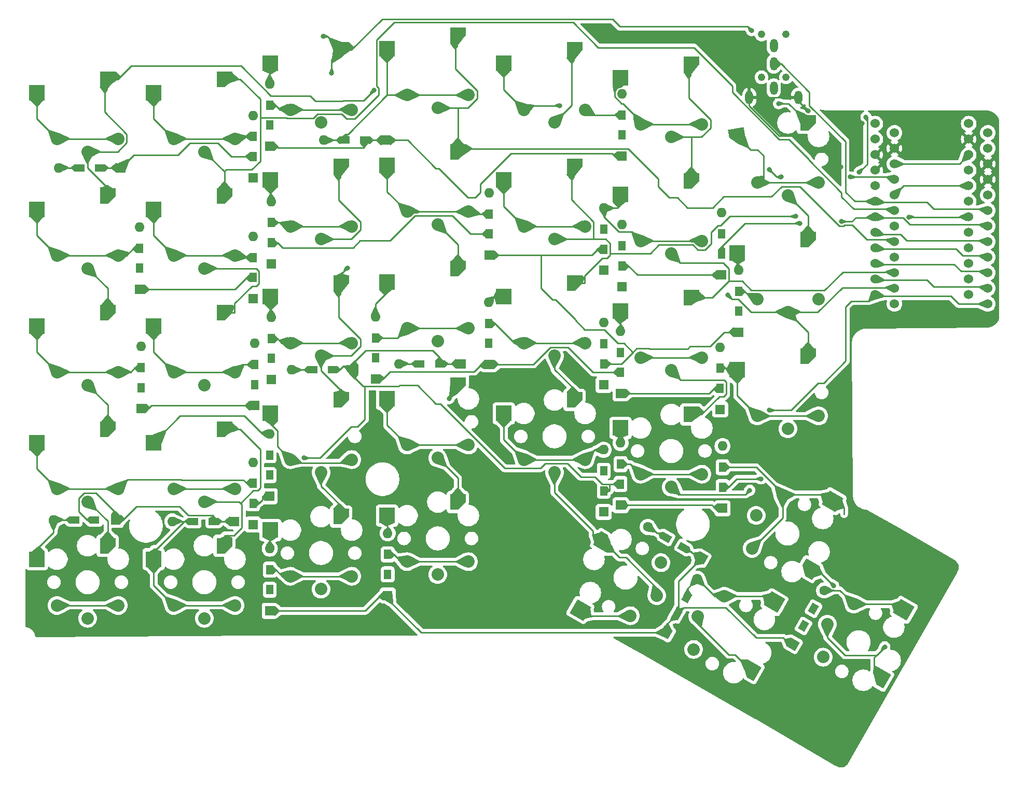
<source format=gbr>
%TF.GenerationSoftware,KiCad,Pcbnew,8.0.3*%
%TF.CreationDate,2024-07-24T18:45:32+09:00*%
%TF.ProjectId,ergodash,6572676f-6461-4736-982e-6b696361645f,2.0*%
%TF.SameCoordinates,Original*%
%TF.FileFunction,Copper,L1,Top*%
%TF.FilePolarity,Positive*%
%FSLAX46Y46*%
G04 Gerber Fmt 4.6, Leading zero omitted, Abs format (unit mm)*
G04 Created by KiCad (PCBNEW 8.0.3) date 2024-07-24 18:45:32*
%MOMM*%
%LPD*%
G01*
G04 APERTURE LIST*
G04 Aperture macros list*
%AMHorizOval*
0 Thick line with rounded ends*
0 $1 width*
0 $2 $3 position (X,Y) of the first rounded end (center of the circle)*
0 $4 $5 position (X,Y) of the second rounded end (center of the circle)*
0 Add line between two ends*
20,1,$1,$2,$3,$4,$5,0*
0 Add two circle primitives to create the rounded ends*
1,1,$1,$2,$3*
1,1,$1,$4,$5*%
%AMRotRect*
0 Rectangle, with rotation*
0 The origin of the aperture is its center*
0 $1 length*
0 $2 width*
0 $3 Rotation angle, in degrees counterclockwise*
0 Add horizontal line*
21,1,$1,$2,0,0,$3*%
%AMOutline5P*
0 Free polygon, 5 corners , with rotation*
0 The origin of the aperture is its center*
0 number of corners: always 5*
0 $1 to $10 corner X, Y*
0 $11 Rotation angle, in degrees counterclockwise*
0 create outline with 5 corners*
4,1,5,$1,$2,$3,$4,$5,$6,$7,$8,$9,$10,$1,$2,$11*%
%AMOutline6P*
0 Free polygon, 6 corners , with rotation*
0 The origin of the aperture is its center*
0 number of corners: always 6*
0 $1 to $12 corner X, Y*
0 $13 Rotation angle, in degrees counterclockwise*
0 create outline with 6 corners*
4,1,6,$1,$2,$3,$4,$5,$6,$7,$8,$9,$10,$11,$12,$1,$2,$13*%
%AMOutline7P*
0 Free polygon, 7 corners , with rotation*
0 The origin of the aperture is its center*
0 number of corners: always 7*
0 $1 to $14 corner X, Y*
0 $15 Rotation angle, in degrees counterclockwise*
0 create outline with 7 corners*
4,1,7,$1,$2,$3,$4,$5,$6,$7,$8,$9,$10,$11,$12,$13,$14,$1,$2,$15*%
%AMOutline8P*
0 Free polygon, 8 corners , with rotation*
0 The origin of the aperture is its center*
0 number of corners: always 8*
0 $1 to $16 corner X, Y*
0 $17 Rotation angle, in degrees counterclockwise*
0 create outline with 8 corners*
4,1,8,$1,$2,$3,$4,$5,$6,$7,$8,$9,$10,$11,$12,$13,$14,$15,$16,$1,$2,$17*%
G04 Aperture macros list end*
%TA.AperFunction,ComponentPad*%
%ADD10C,1.524000*%
%TD*%
%TA.AperFunction,ComponentPad*%
%ADD11RotRect,1.600000X1.600000X60.000000*%
%TD*%
%TA.AperFunction,ComponentPad*%
%ADD12RotRect,1.600000X1.200000X60.000000*%
%TD*%
%TA.AperFunction,ComponentPad*%
%ADD13HorizOval,1.600000X0.000000X0.000000X0.000000X0.000000X0*%
%TD*%
%TA.AperFunction,ComponentPad*%
%ADD14C,2.032000*%
%TD*%
%TA.AperFunction,SMDPad,CuDef*%
%ADD15R,2.600000X2.600000*%
%TD*%
%TA.AperFunction,SMDPad,CuDef*%
%ADD16Outline5P,-1.300000X1.300000X1.300000X1.300000X1.300000X0.000000X0.000000X-1.300000X-1.300000X-1.300000X0.000000*%
%TD*%
%TA.AperFunction,SMDPad,CuDef*%
%ADD17Outline5P,-1.300000X1.300000X1.300000X1.300000X1.300000X-1.300000X0.000000X-1.300000X-1.300000X0.000000X10.000000*%
%TD*%
%TA.AperFunction,SMDPad,CuDef*%
%ADD18RotRect,2.600000X2.600000X240.000000*%
%TD*%
%TA.AperFunction,SMDPad,CuDef*%
%ADD19Outline5P,-1.300000X1.300000X1.300000X1.300000X1.300000X0.000000X0.000000X-1.300000X-1.300000X-1.300000X240.000000*%
%TD*%
%TA.AperFunction,SMDPad,CuDef*%
%ADD20RotRect,2.600000X2.600000X60.000000*%
%TD*%
%TA.AperFunction,SMDPad,CuDef*%
%ADD21Outline5P,-1.300000X1.300000X1.300000X1.300000X1.300000X0.000000X0.000000X-1.300000X-1.300000X-1.300000X60.000000*%
%TD*%
%TA.AperFunction,ComponentPad*%
%ADD22R,1.600000X1.600000*%
%TD*%
%TA.AperFunction,ComponentPad*%
%ADD23R,1.600000X1.200000*%
%TD*%
%TA.AperFunction,ComponentPad*%
%ADD24O,1.600000X1.600000*%
%TD*%
%TA.AperFunction,ComponentPad*%
%ADD25R,1.200000X1.600000*%
%TD*%
%TA.AperFunction,ComponentPad*%
%ADD26RotRect,1.600000X1.600000X150.000000*%
%TD*%
%TA.AperFunction,ComponentPad*%
%ADD27RotRect,1.600000X1.200000X150.000000*%
%TD*%
%TA.AperFunction,ComponentPad*%
%ADD28HorizOval,1.600000X0.000000X0.000000X0.000000X0.000000X0*%
%TD*%
%TA.AperFunction,SMDPad,CuDef*%
%ADD29Outline5P,-1.300000X0.000000X0.000000X1.300000X1.300000X1.300000X1.300000X-1.300000X-1.300000X-1.300000X180.000000*%
%TD*%
%TA.AperFunction,WasherPad*%
%ADD30C,1.210000*%
%TD*%
%TA.AperFunction,ComponentPad*%
%ADD31O,1.300000X2.200000*%
%TD*%
%TA.AperFunction,ViaPad*%
%ADD32C,0.800000*%
%TD*%
%TA.AperFunction,Conductor*%
%ADD33C,0.254000*%
%TD*%
G04 APERTURE END LIST*
D10*
%TO.P,U3,1,TX*%
%TO.N,unconnected-(U3-TX-Pad1)*%
X138830400Y83970000D03*
%TO.P,U3,2,RX*%
%TO.N,unconnected-(U3-RX-Pad2)*%
X138830400Y81430000D03*
%TO.P,U3,3,GND*%
%TO.N,GND*%
X138830400Y78890000D03*
%TO.P,U3,4,GND*%
X138830400Y76350000D03*
%TO.P,U3,5,SCL*%
%TO.N,unconnected-(U3-SCL-Pad5)*%
X138830400Y73810000D03*
%TO.P,U3,6,SDA*%
%TO.N,/sda{slash}uart*%
X138830400Y71270000D03*
%TO.P,U3,7,D4*%
%TO.N,/row0*%
X138830400Y68730000D03*
%TO.P,U3,8,C6*%
%TO.N,/Audio*%
X138830400Y66190000D03*
%TO.P,U3,9,D7*%
%TO.N,/row1*%
X138830400Y63650000D03*
%TO.P,U3,10,E6*%
%TO.N,/row2*%
X138830400Y61110000D03*
%TO.P,U3,11,B4*%
%TO.N,/row3*%
X138830400Y58570000D03*
%TO.P,U3,12,B5*%
%TO.N,/row4*%
X138830400Y56030000D03*
%TO.P,U3,13,B6*%
%TO.N,unconnected-(U3-B6-Pad13)*%
X154070400Y56030000D03*
%TO.P,U3,14,B2*%
%TO.N,/col6*%
X154070400Y58570000D03*
%TO.P,U3,15,B3*%
%TO.N,/col5*%
X154070400Y61110000D03*
%TO.P,U3,16,B1*%
%TO.N,/col4*%
X154070400Y63650000D03*
%TO.P,U3,17,F7*%
%TO.N,/col3*%
X154070400Y66190000D03*
%TO.P,U3,18,F6*%
%TO.N,/col2*%
X154070400Y68730000D03*
%TO.P,U3,19,F5*%
%TO.N,/col1*%
X154070400Y71270000D03*
%TO.P,U3,20,F4*%
%TO.N,/col0*%
X154070400Y73810000D03*
%TO.P,U3,21,VCC*%
%TO.N,VCC*%
X154070400Y76350000D03*
%TO.P,U3,22,RST*%
%TO.N,/rst*%
X154070400Y78890000D03*
%TO.P,U3,23,GND*%
%TO.N,GND*%
X154070400Y81430000D03*
%TO.P,U3,24,RAW*%
%TO.N,unconnected-(U3-RAW-Pad24)*%
X154070400Y83970000D03*
%TD*%
D11*
%TO.P,D68,1,K*%
%TO.N,/row4*%
X125395000Y-1061000D03*
D12*
X127120000Y1926788D03*
%TO.P,D68,2,A*%
%TO.N,Net-(D68-A)*%
X128750000Y4750030D03*
D13*
X130475000Y7737818D03*
%TD*%
D14*
%TO.P,SW5,2,2*%
%TO.N,Net-(D5-A)*%
X34317000Y81480500D03*
X24317000Y81480500D03*
D15*
X21042000Y89030500D03*
D16*
%TO.P,SW5,1,1*%
%TO.N,/col1*%
X32592000Y91230500D03*
D14*
X29317000Y79380500D03*
%TD*%
%TO.P,SW6,2,2*%
%TO.N,Net-(D6-A)*%
X34317000Y62430500D03*
X24317000Y62430500D03*
D15*
X21042000Y69980500D03*
D16*
%TO.P,SW6,1,1*%
%TO.N,/col1*%
X32592000Y72180500D03*
D14*
X29317000Y60330500D03*
%TD*%
%TO.P,SW7,2,2*%
%TO.N,Net-(D7-A)*%
X34317000Y43380500D03*
X24317000Y43380500D03*
D15*
X21042000Y50930500D03*
D16*
%TO.P,SW7,1,1*%
%TO.N,/col1*%
X32592000Y53130500D03*
D14*
X29317000Y41280500D03*
%TD*%
%TO.P,SW8,2,2*%
%TO.N,Net-(D8-A)*%
X34317000Y24330500D03*
X24317000Y24330500D03*
D15*
X21042000Y31880500D03*
D16*
%TO.P,SW8,1,1*%
%TO.N,/col1*%
X32592000Y34080500D03*
D14*
X29317000Y22230500D03*
%TD*%
%TO.P,SW12,2,2*%
%TO.N,Net-(D12-A)*%
X53367000Y29093000D03*
X43367000Y29093000D03*
D15*
X40092000Y36643000D03*
D16*
%TO.P,SW12,1,1*%
%TO.N,/col2*%
X51642000Y38843000D03*
D14*
X48367000Y26993000D03*
%TD*%
%TO.P,SW13,2,2*%
%TO.N,Net-(D13-A)*%
X72417000Y88624300D03*
X62417000Y88624300D03*
D15*
X59142000Y96174300D03*
D16*
%TO.P,SW13,1,1*%
%TO.N,/col3*%
X70692000Y98374300D03*
D14*
X67417000Y86524300D03*
%TD*%
%TO.P,SW14,2,2*%
%TO.N,Net-(D14-A)*%
X72417000Y69574300D03*
X62417000Y69574300D03*
D15*
X59142000Y77124300D03*
D16*
%TO.P,SW14,1,1*%
%TO.N,/col3*%
X70692000Y79324300D03*
D14*
X67417000Y67474300D03*
%TD*%
%TO.P,SW15,2,2*%
%TO.N,Net-(D15-A)*%
X72417000Y50524300D03*
X62417000Y50524300D03*
D15*
X59142000Y58074300D03*
D16*
%TO.P,SW15,1,1*%
%TO.N,/col3*%
X70692000Y60274300D03*
D14*
X67417000Y48424300D03*
%TD*%
%TO.P,SW16,2,2*%
%TO.N,Net-(D16-A)*%
X72417000Y31474300D03*
X62417000Y31474300D03*
D15*
X59142000Y39024300D03*
D16*
%TO.P,SW16,1,1*%
%TO.N,/col3*%
X70692000Y41224300D03*
D14*
X67417000Y29374300D03*
%TD*%
%TO.P,SW17,2,2*%
%TO.N,Net-(D17-A)*%
X91467000Y86243000D03*
X81467000Y86243000D03*
D15*
X78192000Y93793000D03*
D16*
%TO.P,SW17,1,1*%
%TO.N,/col4*%
X89742000Y95993000D03*
D14*
X86467000Y84143000D03*
%TD*%
%TO.P,SW18,2,2*%
%TO.N,Net-(D18-A)*%
X91467000Y67193000D03*
X81467000Y67193000D03*
D15*
X78192000Y74743000D03*
D16*
%TO.P,SW18,1,1*%
%TO.N,/col4*%
X89742000Y76943000D03*
D14*
X86467000Y65093000D03*
%TD*%
%TO.P,SW19,2,2*%
%TO.N,Net-(D19-A)*%
X91467000Y48143000D03*
X81467000Y48143000D03*
D15*
X78192000Y55693000D03*
D16*
%TO.P,SW19,1,1*%
%TO.N,/col4*%
X89742000Y57893000D03*
D14*
X86467000Y46043000D03*
%TD*%
%TO.P,SW20,2,2*%
%TO.N,Net-(D20-A)*%
X91467000Y29093000D03*
X81467000Y29093000D03*
D15*
X78192000Y36643000D03*
D16*
%TO.P,SW20,1,1*%
%TO.N,/col4*%
X89742000Y38843000D03*
D14*
X86467000Y26993000D03*
%TD*%
%TO.P,SW21,2,2*%
%TO.N,Net-(D21-A)*%
X110517000Y83861800D03*
X100517000Y83861800D03*
D15*
X97242000Y91411800D03*
D16*
%TO.P,SW21,1,1*%
%TO.N,/col5*%
X108792000Y93611800D03*
D14*
X105517000Y81761800D03*
%TD*%
%TO.P,SW25,2,2*%
%TO.N,Net-(D25-A)*%
X129567000Y74336800D03*
X119567000Y74336800D03*
D17*
X116292000Y81886800D03*
D16*
%TO.P,SW25,1,1*%
%TO.N,/col6*%
X127842000Y84086800D03*
D14*
X124567000Y72236800D03*
%TD*%
%TO.P,SW26,2,2*%
%TO.N,Net-(D26-A)*%
X129567000Y55286800D03*
X119567000Y55286800D03*
D15*
X116292000Y62836800D03*
D16*
%TO.P,SW26,1,1*%
%TO.N,/col6*%
X127842000Y65036800D03*
D14*
X124567000Y53186800D03*
%TD*%
%TO.P,SW27,2,2*%
%TO.N,Net-(D27-A)*%
X129567000Y36236800D03*
X119567000Y36236800D03*
D15*
X116292000Y43786800D03*
D16*
%TO.P,SW27,1,1*%
%TO.N,/col6*%
X127842000Y45986800D03*
D14*
X124567000Y34136800D03*
%TD*%
%TO.P,SW28,2,2*%
%TO.N,Net-(D28-A)*%
X118711103Y14594973D03*
X123711103Y23255227D03*
D18*
X131887095Y22316460D03*
D19*
%TO.P,SW28,1,1*%
%TO.N,/col6*%
X128017351Y11213867D03*
D14*
X119392450Y19975100D03*
%TD*%
%TO.P,SW31,2,2*%
%TO.N,Net-(D30-A)*%
X34317000Y5280500D03*
X24317000Y5280500D03*
D15*
X21042000Y12830500D03*
D16*
%TO.P,SW31,1,1*%
%TO.N,/col1*%
X32592000Y15030500D03*
D14*
X29317000Y3180500D03*
%TD*%
%TO.P,SW34,2,2*%
%TO.N,Net-(D33-A)*%
X103854897Y12260927D03*
X98854897Y3600673D03*
D20*
X90678905Y4539440D03*
D21*
%TO.P,SW34,1,1*%
%TO.N,/col4*%
X94548649Y15642033D03*
D14*
X103173550Y6880800D03*
%TD*%
%TO.P,SW35,2,2*%
%TO.N,Net-(D34-A)*%
X109186103Y-1903027D03*
X114186103Y6757227D03*
D18*
X122362095Y5818460D03*
D19*
%TO.P,SW35,1,1*%
%TO.N,/col5*%
X118492351Y-5284133D03*
D14*
X109867450Y3477100D03*
%TD*%
D22*
%TO.P,D1,1,K*%
%TO.N,/row0*%
X15700000Y76750000D03*
D23*
X12250000Y76750000D03*
%TO.P,D1,2,A*%
%TO.N,Net-(D1-A)*%
X8990000Y76750000D03*
D24*
X5540000Y76750000D03*
%TD*%
D22*
%TO.P,D2,1,K*%
%TO.N,/row1*%
X18750000Y56900000D03*
D25*
X18750000Y60350000D03*
%TO.P,D2,2,A*%
%TO.N,Net-(D2-A)*%
X18750000Y63610000D03*
D24*
X18750000Y67060000D03*
%TD*%
D22*
%TO.P,D3,1,K*%
%TO.N,/row2*%
X19000000Y37400000D03*
D25*
X19000000Y40850000D03*
%TO.P,D3,2,A*%
%TO.N,Net-(D3-A)*%
X19000000Y44110000D03*
D24*
X19000000Y47560000D03*
%TD*%
D22*
%TO.P,D4,1,K*%
%TO.N,/row3*%
X37250000Y18500000D03*
D25*
X37250000Y21950000D03*
%TO.P,D4,2,A*%
%TO.N,Net-(D4-A)*%
X37250000Y25210000D03*
D24*
X37250000Y28660000D03*
%TD*%
D22*
%TO.P,D5,1,K*%
%TO.N,/row0*%
X37250000Y75150000D03*
D25*
X37250000Y78600000D03*
%TO.P,D5,2,A*%
%TO.N,Net-(D5-A)*%
X37250000Y81860000D03*
D24*
X37250000Y85310000D03*
%TD*%
D22*
%TO.P,D6,1,K*%
%TO.N,/row1*%
X37250000Y55400000D03*
D25*
X37250000Y58850000D03*
%TO.P,D6,2,A*%
%TO.N,Net-(D6-A)*%
X37250000Y62110000D03*
D24*
X37250000Y65560000D03*
%TD*%
D22*
%TO.P,D7,1,K*%
%TO.N,/row2*%
X37500000Y37900000D03*
D25*
X37500000Y41350000D03*
%TO.P,D7,2,A*%
%TO.N,Net-(D7-A)*%
X37500000Y44610000D03*
D24*
X37500000Y48060000D03*
%TD*%
D22*
%TO.P,D8,1,K*%
%TO.N,/row3*%
X39985000Y23114000D03*
D25*
X39985000Y26564000D03*
%TO.P,D8,2,A*%
%TO.N,Net-(D8-A)*%
X39985000Y29824000D03*
D24*
X39985000Y33274000D03*
%TD*%
D22*
%TO.P,D9,1,K*%
%TO.N,/row0*%
X39985000Y80264000D03*
D25*
X39985000Y83714000D03*
%TO.P,D9,2,A*%
%TO.N,Net-(D9-A)*%
X39985000Y86974000D03*
D24*
X39985000Y90424000D03*
%TD*%
D22*
%TO.P,D10,1,K*%
%TO.N,/row1*%
X40250000Y61087000D03*
D25*
X40250000Y64537000D03*
%TO.P,D10,2,A*%
%TO.N,Net-(D10-A)*%
X40250000Y67797000D03*
D24*
X40250000Y71247000D03*
%TD*%
D22*
%TO.P,D11,1,K*%
%TO.N,/row2*%
X40250000Y42164000D03*
D25*
X40250000Y45614000D03*
%TO.P,D11,2,A*%
%TO.N,Net-(D11-A)*%
X40250000Y48874000D03*
D24*
X40250000Y52324000D03*
%TD*%
D22*
%TO.P,D12,1,K*%
%TO.N,/row3*%
X53700000Y43750000D03*
D23*
X50250000Y43750000D03*
%TO.P,D12,2,A*%
%TO.N,Net-(D12-A)*%
X46990000Y43750000D03*
D24*
X43540000Y43750000D03*
%TD*%
D22*
%TO.P,D13,1,K*%
%TO.N,/row0*%
X58950000Y81250000D03*
D23*
X55500000Y81250000D03*
%TO.P,D13,2,A*%
%TO.N,Net-(D13-A)*%
X52240000Y81250000D03*
D24*
X48790000Y81250000D03*
%TD*%
D22*
%TO.P,D14,1,K*%
%TO.N,/row1*%
X75799000Y62484000D03*
D25*
X75799000Y65934000D03*
%TO.P,D14,2,A*%
%TO.N,Net-(D14-A)*%
X75799000Y69194000D03*
D24*
X75799000Y72644000D03*
%TD*%
D22*
%TO.P,D16,1,K*%
%TO.N,/row3*%
X71200000Y44750000D03*
D23*
X67750000Y44750000D03*
%TO.P,D16,2,A*%
%TO.N,Net-(D16-A)*%
X64490000Y44750000D03*
D24*
X61040000Y44750000D03*
%TD*%
D22*
%TO.P,D17,1,K*%
%TO.N,/row0*%
X97500000Y78650000D03*
D25*
X97500000Y82100000D03*
%TO.P,D17,2,A*%
%TO.N,Net-(D17-A)*%
X97500000Y85360000D03*
D24*
X97500000Y88810000D03*
%TD*%
D22*
%TO.P,D19,1,K*%
%TO.N,/row2*%
X75750000Y44650000D03*
D25*
X75750000Y48100000D03*
%TO.P,D19,2,A*%
%TO.N,Net-(D19-A)*%
X75750000Y51360000D03*
D24*
X75750000Y54810000D03*
%TD*%
D22*
%TO.P,D20,1,K*%
%TO.N,/row3*%
X94500000Y20550000D03*
D25*
X94500000Y24000000D03*
%TO.P,D20,2,A*%
%TO.N,Net-(D20-A)*%
X94500000Y27260000D03*
D24*
X94500000Y30710000D03*
%TD*%
D22*
%TO.P,D21,1,K*%
%TO.N,/row0*%
X97500000Y57300000D03*
D25*
X97500000Y60750000D03*
%TO.P,D21,2,A*%
%TO.N,Net-(D21-A)*%
X97500000Y64010000D03*
D24*
X97500000Y67460000D03*
%TD*%
D22*
%TO.P,D22,1,K*%
%TO.N,/row1*%
X94500000Y60000000D03*
D25*
X94500000Y63450000D03*
%TO.P,D22,2,A*%
%TO.N,Net-(D22-A)*%
X94500000Y66710000D03*
D24*
X94500000Y70160000D03*
%TD*%
D22*
%TO.P,D23,1,K*%
%TO.N,/row2*%
X97262000Y39900000D03*
D25*
X97262000Y43350000D03*
%TO.P,D23,2,A*%
%TO.N,Net-(D23-A)*%
X97262000Y46610000D03*
D24*
X97262000Y50060000D03*
%TD*%
D22*
%TO.P,D24,1,K*%
%TO.N,/row3*%
X97250000Y21650000D03*
D25*
X97250000Y25100000D03*
%TO.P,D24,2,A*%
%TO.N,Net-(D24-A)*%
X97250000Y28360000D03*
D24*
X97250000Y31810000D03*
%TD*%
D22*
%TO.P,D25,1,K*%
%TO.N,/row0*%
X113750000Y59250000D03*
D25*
X113750000Y62700000D03*
%TO.P,D25,2,A*%
%TO.N,Net-(D25-A)*%
X113750000Y65960000D03*
D24*
X113750000Y69410000D03*
%TD*%
D22*
%TO.P,D26,1,K*%
%TO.N,/row1*%
X116500000Y49900000D03*
D25*
X116500000Y53350000D03*
%TO.P,D26,2,A*%
%TO.N,Net-(D26-A)*%
X116500000Y56610000D03*
D24*
X116500000Y60060000D03*
%TD*%
D22*
%TO.P,D27,1,K*%
%TO.N,/row2*%
X113500000Y37290000D03*
D25*
X113500000Y40740000D03*
%TO.P,D27,2,A*%
%TO.N,Net-(D27-A)*%
X113500000Y44000000D03*
D24*
X113500000Y47450000D03*
%TD*%
D22*
%TO.P,D28,1,K*%
%TO.N,/row3*%
X113899000Y21150000D03*
D25*
X113899000Y24600000D03*
%TO.P,D28,2,A*%
%TO.N,Net-(D28-A)*%
X113899000Y27860000D03*
D24*
X113899000Y31310000D03*
%TD*%
D22*
%TO.P,D29,1,K*%
%TO.N,/row4*%
X14850000Y19250000D03*
D23*
X11400000Y19250000D03*
%TO.P,D29,2,A*%
%TO.N,Net-(D29-A)*%
X8140000Y19250000D03*
D24*
X4690000Y19250000D03*
%TD*%
D22*
%TO.P,D30,1,K*%
%TO.N,/row4*%
X34250000Y19000000D03*
D23*
X30800000Y19000000D03*
%TO.P,D30,2,A*%
%TO.N,Net-(D30-A)*%
X27540000Y19000000D03*
D24*
X24090000Y19000000D03*
%TD*%
D22*
%TO.P,D31,1,K*%
%TO.N,/row4*%
X40000000Y4400000D03*
D25*
X40000000Y7850000D03*
%TO.P,D31,2,A*%
%TO.N,Net-(D31-A)*%
X40000000Y11110000D03*
D24*
X40000000Y14560000D03*
%TD*%
D26*
%TO.P,D33,1,K*%
%TO.N,/row4*%
X110487800Y13025000D03*
D27*
X107500012Y14750000D03*
%TO.P,D33,2,A*%
%TO.N,Net-(D33-A)*%
X104676770Y16380000D03*
D28*
X101688982Y18105000D03*
%TD*%
D22*
%TO.P,D32,1,K*%
%TO.N,/row4*%
X59250000Y6900000D03*
D25*
X59250000Y10350000D03*
%TO.P,D32,2,A*%
%TO.N,Net-(D32-A)*%
X59250000Y13610000D03*
D24*
X59250000Y17060000D03*
%TD*%
D22*
%TO.P,D15,1,K*%
%TO.N,/row2*%
X57250000Y42250000D03*
D25*
X57250000Y45700000D03*
%TO.P,D15,2,A*%
%TO.N,Net-(D15-A)*%
X57250000Y48960000D03*
D24*
X57250000Y52410000D03*
%TD*%
D22*
%TO.P,D18,1,K*%
%TO.N,/row1*%
X94500000Y41300000D03*
D25*
X94500000Y44750000D03*
%TO.P,D18,2,A*%
%TO.N,Net-(D18-A)*%
X94500000Y48010000D03*
D24*
X94500000Y51460000D03*
%TD*%
D10*
%TO.P,U6,24,RAW*%
%TO.N,unconnected-(U6-RAW-Pad24)*%
X141960400Y82470000D03*
%TO.P,U6,23,GND*%
%TO.N,GND*%
X141960400Y79930000D03*
%TO.P,U6,22,RST*%
%TO.N,/rst*%
X141960400Y77390000D03*
%TO.P,U6,21,VCC*%
%TO.N,VCC*%
X141960400Y74850000D03*
%TO.P,U6,20,F4*%
%TO.N,/col0*%
X141960400Y72310000D03*
%TO.P,U6,19,F5*%
%TO.N,/col1*%
X141960400Y69770000D03*
%TO.P,U6,18,F6*%
%TO.N,/col2*%
X141960400Y67230000D03*
%TO.P,U6,17,F7*%
%TO.N,/col3*%
X141960400Y64690000D03*
%TO.P,U6,16,B1*%
%TO.N,/col4*%
X141960400Y62150000D03*
%TO.P,U6,15,B3*%
%TO.N,/col5*%
X141960400Y59610000D03*
%TO.P,U6,14,B2*%
%TO.N,/col6*%
X141960400Y57070000D03*
%TO.P,U6,13,B6*%
%TO.N,unconnected-(U6-B6-Pad13)*%
X141960400Y54530000D03*
%TO.P,U6,12,B5*%
%TO.N,/row4*%
X157200400Y54530000D03*
%TO.P,U6,11,B4*%
%TO.N,/row3*%
X157200400Y57070000D03*
%TO.P,U6,10,E6*%
%TO.N,/row2*%
X157200400Y59610000D03*
%TO.P,U6,9,D7*%
%TO.N,/row1*%
X157200400Y62150000D03*
%TO.P,U6,8,C6*%
%TO.N,/Audio*%
X157200400Y64690000D03*
%TO.P,U6,7,D4*%
%TO.N,/row0*%
X157200400Y67230000D03*
%TO.P,U6,6,SDA*%
%TO.N,/sda{slash}uart*%
X157200400Y69770000D03*
%TO.P,U6,5,SCL*%
%TO.N,unconnected-(U6-SCL-Pad5)*%
X157200400Y72310000D03*
%TO.P,U6,4,GND*%
%TO.N,GND*%
X157200400Y74850000D03*
%TO.P,U6,3,GND*%
X157200400Y77390000D03*
%TO.P,U6,2,RX*%
%TO.N,unconnected-(U6-RX-Pad2)*%
X157200400Y79930000D03*
%TO.P,U6,1,TX*%
%TO.N,unconnected-(U6-TX-Pad1)*%
X157200400Y82470000D03*
%TD*%
D15*
%TO.P,SW1,2,2*%
%TO.N,Net-(D1-A)*%
X1992000Y89030500D03*
D14*
X5267000Y81480500D03*
X15267000Y81480500D03*
%TO.P,SW1,1,1*%
%TO.N,/col0*%
X10267000Y79380500D03*
D29*
X13542000Y91230500D03*
%TD*%
D15*
%TO.P,SW2,2,2*%
%TO.N,Net-(D2-A)*%
X1992000Y69980500D03*
D14*
X5267000Y62430500D03*
X15267000Y62430500D03*
%TO.P,SW2,1,1*%
%TO.N,/col0*%
X10267000Y60330500D03*
D29*
X13542000Y72180500D03*
%TD*%
D15*
%TO.P,SW3,2,2*%
%TO.N,Net-(D3-A)*%
X1992000Y50930500D03*
D14*
X5267000Y43380500D03*
X15267000Y43380500D03*
%TO.P,SW3,1,1*%
%TO.N,/col0*%
X10267000Y41280500D03*
D29*
X13542000Y53130500D03*
%TD*%
D15*
%TO.P,SW4,2,2*%
%TO.N,Net-(D4-A)*%
X1992000Y31880500D03*
D14*
X5267000Y24330500D03*
X15267000Y24330500D03*
%TO.P,SW4,1,1*%
%TO.N,/col0*%
X10267000Y22230500D03*
D29*
X13542000Y34080500D03*
%TD*%
D15*
%TO.P,SW9,2,2*%
%TO.N,Net-(D9-A)*%
X40092000Y93793000D03*
D14*
X43367000Y86243000D03*
X53367000Y86243000D03*
%TO.P,SW9,1,1*%
%TO.N,/col2*%
X48367000Y84143000D03*
D29*
X51642000Y95993000D03*
%TD*%
D15*
%TO.P,SW10,2,2*%
%TO.N,Net-(D10-A)*%
X40092000Y74743000D03*
D14*
X43367000Y67193000D03*
X53367000Y67193000D03*
%TO.P,SW10,1,1*%
%TO.N,/col2*%
X48367000Y65093000D03*
D29*
X51642000Y76943000D03*
%TD*%
D15*
%TO.P,SW11,2,2*%
%TO.N,Net-(D11-A)*%
X40092000Y55693000D03*
D14*
X43367000Y48143000D03*
X53367000Y48143000D03*
%TO.P,SW11,1,1*%
%TO.N,/col2*%
X48367000Y46043000D03*
D29*
X51642000Y57893000D03*
%TD*%
D15*
%TO.P,SW22,2,2*%
%TO.N,Net-(D22-A)*%
X97242000Y72361800D03*
D14*
X100517000Y64811800D03*
X110517000Y64811800D03*
%TO.P,SW22,1,1*%
%TO.N,/col5*%
X105517000Y62711800D03*
D29*
X108792000Y74561800D03*
%TD*%
D15*
%TO.P,SW23,2,2*%
%TO.N,Net-(D23-A)*%
X97242000Y53311800D03*
D14*
X100517000Y45761800D03*
X110517000Y45761800D03*
%TO.P,SW23,1,1*%
%TO.N,/col5*%
X105517000Y43661800D03*
D29*
X108792000Y55511800D03*
%TD*%
D15*
%TO.P,SW24,2,2*%
%TO.N,Net-(D24-A)*%
X97242000Y34261800D03*
D14*
X100517000Y26711800D03*
X110517000Y26711800D03*
%TO.P,SW24,1,1*%
%TO.N,/col5*%
X105517000Y24611800D03*
D29*
X108792000Y36461800D03*
%TD*%
D15*
%TO.P,SW30,2,2*%
%TO.N,Net-(D29-A)*%
X1992000Y12830500D03*
D14*
X5267000Y5280500D03*
X15267000Y5280500D03*
%TO.P,SW30,1,1*%
%TO.N,/col0*%
X10267000Y3180500D03*
D29*
X13542000Y15030500D03*
%TD*%
D15*
%TO.P,SW32,2,2*%
%TO.N,Net-(D31-A)*%
X40092000Y17593000D03*
D14*
X43367000Y10043000D03*
X53367000Y10043000D03*
%TO.P,SW32,1,1*%
%TO.N,/col2*%
X48367000Y7943000D03*
D29*
X51642000Y19793000D03*
%TD*%
D15*
%TO.P,SW33,2,2*%
%TO.N,Net-(D32-A)*%
X59142000Y19974300D03*
D14*
X62417000Y12424300D03*
X72417000Y12424300D03*
%TO.P,SW33,1,1*%
%TO.N,/col3*%
X67417000Y10324300D03*
D29*
X70692000Y22174300D03*
%TD*%
D30*
%TO.P,J1,*%
%TO.N,*%
X124250000Y98527500D03*
X120250000Y98527500D03*
X124250000Y91527500D03*
X120250000Y91527500D03*
D31*
%TO.P,J1,1*%
%TO.N,VCC*%
X122250000Y89727500D03*
%TO.P,J1,2*%
%TO.N,/xtradata*%
X122250000Y96727500D03*
%TO.P,J1,3*%
%TO.N,/sda{slash}uart*%
X122250000Y93727500D03*
%TO.P,J1,4*%
%TO.N,GND*%
X118250000Y88227500D03*
%TO.P,J1,5*%
X126250000Y88227500D03*
%TD*%
D14*
%TO.P,SW41,1,1*%
%TO.N,/col6*%
X131000450Y2220000D03*
D19*
X139625351Y-6541233D03*
D18*
%TO.P,SW41,2,2*%
%TO.N,Net-(D68-A)*%
X143495095Y4561360D03*
D14*
X135319103Y5500127D03*
X130319103Y-3160127D03*
%TD*%
D13*
%TO.P,D34,2,A*%
%TO.N,Net-(D34-A)*%
X109780000Y9632088D03*
D12*
X108055000Y6644300D03*
%TO.P,D34,1,K*%
%TO.N,/row4*%
X106425000Y3821058D03*
D11*
X104700000Y833270D03*
%TD*%
D32*
%TO.N,/col6*%
X132016449Y8518818D03*
%TO.N,GND*%
X136719000Y83999546D03*
X136187000Y81472025D03*
X133188000Y76853300D03*
%TO.N,/col2*%
X137302251Y85052251D03*
X136187000Y76031000D03*
%TO.N,/row4*%
X121565000Y37164000D03*
%TO.N,/col5*%
X118335000Y24087000D03*
%TO.N,/col4*%
X125805000Y68807200D03*
%TO.N,/col3*%
X69261000Y39058000D03*
%TO.N,/col0*%
X57016000Y89432800D03*
%TO.N,Net-(D17-A)*%
X87320000Y86918600D03*
%TO.N,/row3*%
X45594000Y29358000D03*
X120186000Y25945000D03*
%TO.N,/row0*%
X126560000Y67679300D03*
X133298000Y67983000D03*
%TO.N,/col6*%
X140385000Y-1482000D03*
X114746000Y55983900D03*
X123044000Y87231000D03*
%TO.N,/col2*%
X48750000Y98250000D03*
X50095000Y92195700D03*
X118630000Y99159300D03*
X52676000Y60412000D03*
X144335600Y68699100D03*
%TO.N,VCC*%
X123500000Y75250000D03*
X121500000Y76500000D03*
X134750000Y75250000D03*
%TO.N,GND*%
X127846000Y86040800D03*
%TD*%
D33*
%TO.N,/row4*%
X106676971Y9214171D02*
X110487800Y13025000D01*
X106676971Y4073029D02*
X106676971Y9214171D01*
X106425000Y3821058D02*
X106676971Y4073029D01*
X107532942Y4929000D02*
X106425000Y3821058D01*
X114430000Y4929000D02*
X107532942Y4929000D01*
%TO.N,Net-(D34-A)*%
X112654861Y6757227D02*
X109780000Y9632088D01*
X114186103Y6757227D02*
X112654861Y6757227D01*
X108055000Y7907088D02*
X109780000Y9632088D01*
X108055000Y6644300D02*
X108055000Y7907088D01*
%TO.N,/row4*%
X104700000Y2096058D02*
X106425000Y3821058D01*
X104700000Y833270D02*
X104700000Y2096058D01*
X64725730Y833270D02*
X104700000Y833270D01*
X58659000Y6900000D02*
X64725730Y833270D01*
%TO.N,Net-(D34-A)*%
X108167927Y6757227D02*
X108055000Y6644300D01*
%TO.N,/col6*%
X129321400Y11213867D02*
X128017351Y11213867D01*
X132016449Y8518818D02*
X129321400Y11213867D01*
%TO.N,Net-(D68-A)*%
X133081412Y7737818D02*
X135319103Y5500127D01*
X130475000Y7737818D02*
X133081412Y7737818D01*
%TO.N,GND*%
X136187000Y81472025D02*
X136187000Y83467546D01*
X136187000Y83467546D02*
X136719000Y83999546D01*
X129381300Y79368700D02*
X130672600Y79368700D01*
X126750000Y82000000D02*
X129381300Y79368700D01*
X123123500Y82000000D02*
X126750000Y82000000D01*
X118250000Y86873500D02*
X123123500Y82000000D01*
X130672600Y79368700D02*
X133188000Y76853300D01*
X118250000Y88227500D02*
X118250000Y86873500D01*
%TO.N,/sda{slash}uart*%
X123437000Y93727500D02*
X122250000Y93727500D01*
X133969000Y81022200D02*
X128073000Y86918200D01*
X128073000Y89091800D02*
X123437000Y93727500D01*
X133969000Y72781000D02*
X133969000Y81022200D01*
X128073000Y86918200D02*
X128073000Y89091800D01*
X135480000Y71270000D02*
X133969000Y72781000D01*
X138830400Y71270000D02*
X135480000Y71270000D01*
%TO.N,VCC*%
X134750000Y75250000D02*
X141560400Y75250000D01*
X141560400Y75250000D02*
X141960400Y74850000D01*
%TO.N,/col2*%
X137500000Y77344000D02*
X136187000Y76031000D01*
X137500000Y84854502D02*
X137500000Y77344000D01*
X137302251Y85052251D02*
X137500000Y84854502D01*
%TO.N,/row0*%
X135003000Y67983000D02*
X133298000Y67983000D01*
X135646800Y68626800D02*
X135003000Y67983000D01*
X138727200Y68626800D02*
X135646800Y68626800D01*
X138830400Y68730000D02*
X138727200Y68626800D01*
%TO.N,/Audio*%
X157035500Y64854900D02*
X157200400Y64690000D01*
X143946100Y64854900D02*
X157035500Y64854900D01*
X142952600Y65848400D02*
X143946100Y64854900D01*
X139172000Y65848400D02*
X142952600Y65848400D01*
X138830400Y66190000D02*
X139172000Y65848400D01*
%TO.N,/rst*%
X152570400Y77390000D02*
X154070400Y78890000D01*
X141960400Y77390000D02*
X152570400Y77390000D01*
%TO.N,/col1*%
X34993000Y22230000D02*
X29317000Y22230000D01*
X35257000Y21966000D02*
X34993000Y22230000D01*
X35184000Y91230500D02*
X32592000Y91230500D01*
X38448000Y87966500D02*
X35184000Y91230500D01*
X38448000Y84897200D02*
X38448000Y87966500D01*
X38448000Y77841400D02*
X38448000Y84897200D01*
X37031000Y76424200D02*
X38448000Y77841400D01*
X32911000Y76424200D02*
X37031000Y76424200D01*
X32592000Y76105500D02*
X32911000Y76424200D01*
X32592000Y76105500D02*
X29317000Y79380500D01*
X32592000Y72180500D02*
X32592000Y76105500D01*
X37318000Y24027000D02*
X35257000Y21966000D01*
X38011000Y24027000D02*
X37318000Y24027000D01*
X38466000Y24483000D02*
X38011000Y24027000D01*
X38466000Y30747000D02*
X38466000Y24483000D01*
X35133000Y34080000D02*
X38466000Y30747000D01*
X32592000Y34080000D02*
X35133000Y34080000D01*
X37754000Y60330500D02*
X29317000Y60330500D01*
X38233000Y59851600D02*
X37754000Y60330500D01*
X38233000Y57851900D02*
X38233000Y59851600D01*
X37817000Y57435500D02*
X38233000Y57851900D01*
X37127000Y57435500D02*
X37817000Y57435500D01*
X34275000Y54583200D02*
X37127000Y57435500D01*
X34275000Y53130500D02*
X34275000Y54583200D01*
X32592000Y53130500D02*
X34275000Y53130500D01*
X32592000Y15030000D02*
X32592000Y15030500D01*
X35455000Y21768000D02*
X35257000Y21966000D01*
X35455000Y17999000D02*
X35455000Y21768000D01*
X34170000Y16713000D02*
X35455000Y17999000D01*
X32592000Y16713000D02*
X34170000Y16713000D01*
X32592000Y15030500D02*
X32592000Y16713000D01*
X141730400Y70000000D02*
X141960400Y69770000D01*
X135324000Y70000000D02*
X141730400Y70000000D01*
X133313000Y72010400D02*
X135324000Y70000000D01*
X133313000Y72680700D02*
X133313000Y72010400D01*
X127928000Y78066200D02*
X133313000Y72680700D01*
X127928000Y78180100D02*
X127928000Y78066200D01*
X124709000Y81398900D02*
X127928000Y78180100D01*
X123140000Y81398900D02*
X124709000Y81398900D01*
X115488000Y89051100D02*
X123140000Y81398900D01*
X115488000Y90122500D02*
X115488000Y89051100D01*
X109222000Y96389100D02*
X115488000Y90122500D01*
X93602000Y96389100D02*
X109222000Y96389100D01*
X89483000Y100507700D02*
X93602000Y96389100D01*
X60287000Y100507700D02*
X89483000Y100507700D01*
X57442000Y97662700D02*
X60287000Y100507700D01*
X57442000Y90114200D02*
X57442000Y97662700D01*
X57799000Y89757000D02*
X57442000Y90114200D01*
X57799000Y88649700D02*
X57799000Y89757000D01*
X53920000Y84770400D02*
X57799000Y88649700D01*
X52554000Y84770400D02*
X53920000Y84770400D01*
X51782000Y85541700D02*
X52554000Y84770400D01*
X47788000Y85541700D02*
X51782000Y85541700D01*
X47079000Y84833400D02*
X47788000Y85541700D01*
X42749000Y84833400D02*
X47079000Y84833400D01*
X42685000Y84897200D02*
X42749000Y84833400D01*
X38448000Y84897200D02*
X42685000Y84897200D01*
%TO.N,Net-(D68-A)*%
X142556000Y5500000D02*
X135319000Y5500000D01*
X143495000Y4561000D02*
X142556000Y5500000D01*
%TO.N,Net-(D34-A)*%
X120514000Y6885000D02*
X122362000Y5818000D01*
X120447000Y6818000D02*
X120514000Y6885000D01*
X114246000Y6818000D02*
X120447000Y6818000D01*
X114186000Y6757000D02*
X114246000Y6818000D01*
X121828500Y6352100D02*
X122362100Y5818500D01*
%TO.N,Net-(D33-A)*%
X92527000Y3473000D02*
X90679000Y4539000D01*
X92580000Y3526000D02*
X92527000Y3473000D01*
X98780000Y3526000D02*
X92580000Y3526000D01*
X98855000Y3601000D02*
X98780000Y3526000D01*
X102827000Y17448000D02*
X101689000Y18105000D01*
X103172000Y17103000D02*
X102827000Y17448000D01*
X103424000Y17103000D02*
X103172000Y17103000D01*
X104677000Y16380000D02*
X103424000Y17103000D01*
X91221800Y3996500D02*
X90678900Y4539400D01*
%TO.N,Net-(D32-A)*%
X61418000Y12424000D02*
X72417000Y12424000D01*
X60233000Y13610000D02*
X61418000Y12424000D01*
X59250000Y13610000D02*
X60233000Y13610000D01*
X59250000Y18243000D02*
X59250000Y17060000D01*
X59191000Y18243000D02*
X59250000Y18243000D01*
X59142000Y18292000D02*
X59191000Y18243000D01*
X59142000Y19974000D02*
X59142000Y18292000D01*
X59142000Y19974000D02*
X59142000Y19974300D01*
%TO.N,Net-(D31-A)*%
X42050000Y10043000D02*
X43367000Y10043000D01*
X40983000Y11110000D02*
X42050000Y10043000D01*
X40000000Y11110000D02*
X40983000Y11110000D01*
X43367000Y10043000D02*
X53367000Y10043000D01*
X40000000Y15743000D02*
X40000000Y14560000D01*
X40092000Y15835000D02*
X40000000Y15743000D01*
X40092000Y17593000D02*
X40092000Y15835000D01*
%TO.N,Net-(D30-A)*%
X26056000Y19000000D02*
X24090000Y19000000D01*
X27540000Y19000000D02*
X26056000Y19000000D01*
X21042000Y14513000D02*
X21042000Y12830500D01*
X21569600Y14513000D02*
X21042000Y14513000D01*
X26056000Y19000000D02*
X21569600Y14513000D01*
X24317000Y5280000D02*
X34317000Y5280000D01*
X21042000Y8556000D02*
X24317000Y5280000D01*
X21042000Y12830500D02*
X21042000Y8556000D01*
%TO.N,Net-(D29-A)*%
X8140000Y19250000D02*
X4690000Y19250000D01*
X5267000Y5280000D02*
X15267000Y5280000D01*
X1992000Y14513000D02*
X1992000Y12830500D01*
X4690000Y17211000D02*
X1992000Y14513000D01*
X4690000Y19250000D02*
X4690000Y17211000D01*
X1992000Y12830500D02*
X1992000Y12830000D01*
%TO.N,/row4*%
X34250000Y19000000D02*
X30800000Y19000000D01*
X16032700Y19250000D02*
X14850000Y19250000D01*
X18213200Y21430000D02*
X16032700Y19250000D01*
X25241000Y21430000D02*
X18213200Y21430000D01*
X26689000Y19983000D02*
X25241000Y21430000D01*
X30800000Y19983000D02*
X26689000Y19983000D01*
X30800000Y19000000D02*
X30800000Y19983000D01*
X10217300Y19250000D02*
X11400000Y19250000D01*
X8868300Y20599000D02*
X10217300Y19250000D01*
X8868300Y22810000D02*
X8868300Y20599000D01*
X9687700Y23629000D02*
X8868300Y22810000D01*
X11653500Y23629000D02*
X9687700Y23629000D01*
X14850000Y20433000D02*
X11653500Y23629000D01*
X14850000Y19250000D02*
X14850000Y20433000D01*
X124096000Y-311000D02*
X125395000Y-1061000D01*
X123815000Y-30000D02*
X124096000Y-311000D01*
X119389000Y-30000D02*
X123815000Y-30000D01*
X114430000Y4929000D02*
X119389000Y-30000D01*
X59250000Y6900000D02*
X58659000Y6900000D01*
X109189000Y13775000D02*
X110488000Y13025000D01*
X109004000Y13775000D02*
X109189000Y13775000D01*
X108752000Y14027000D02*
X109004000Y13775000D01*
X107500000Y14750000D02*
X108752000Y14027000D01*
X55567000Y4400000D02*
X40000000Y4400000D01*
X58067000Y6900000D02*
X55567000Y4400000D01*
X58659000Y6900000D02*
X58067000Y6900000D01*
X152421100Y54530000D02*
X157200400Y54530000D01*
X151172600Y55778500D02*
X152421100Y54530000D01*
X139081900Y55778500D02*
X151172600Y55778500D01*
X138830400Y56030000D02*
X139081900Y55778500D01*
X137783800Y54983400D02*
X138830400Y56030000D01*
X134933500Y54983400D02*
X137783800Y54983400D01*
X134002000Y54051700D02*
X134933500Y54983400D01*
X134002000Y45193800D02*
X134002000Y54051700D01*
X130395000Y41587000D02*
X134002000Y45193800D01*
X129472000Y41587000D02*
X130395000Y41587000D01*
X125048000Y37164000D02*
X129472000Y41587000D01*
X121565000Y37164000D02*
X125048000Y37164000D01*
%TO.N,Net-(D28-A)*%
X130039000Y23383000D02*
X123711000Y23383000D01*
X131887000Y22316000D02*
X130039000Y23383000D01*
X133735000Y21250000D02*
X131887000Y22316000D01*
X123711000Y19595000D02*
X118711000Y14595000D01*
X123711000Y23383000D02*
X123711000Y19595000D01*
X119377000Y27860000D02*
X113899000Y27860000D01*
X123711000Y23526000D02*
X119377000Y27860000D01*
X123711000Y23383000D02*
X123711000Y23526000D01*
%TO.N,/col5*%
X108792000Y74561800D02*
X108792000Y81761800D01*
X108792000Y81761800D02*
X105517000Y81761800D01*
X112215000Y55511800D02*
X114933000Y58229900D01*
X108792000Y55511800D02*
X112215000Y55511800D01*
X110447000Y81761800D02*
X108792000Y81761800D01*
X111924000Y83238500D02*
X110447000Y81761800D01*
X111924000Y84615500D02*
X111924000Y83238500D01*
X108384000Y88154700D02*
X111924000Y84615500D01*
X108384000Y93204100D02*
X108384000Y88154700D01*
X108792000Y93611800D02*
X108384000Y93204100D01*
X117645000Y23397000D02*
X118335000Y24087000D01*
X106732000Y23397000D02*
X117645000Y23397000D01*
X105517000Y24612000D02*
X106732000Y23397000D01*
X110475000Y36462000D02*
X108792000Y36462000D01*
X113405000Y39392000D02*
X110475000Y36462000D01*
X114102000Y39392000D02*
X113405000Y39392000D01*
X114483000Y39773000D02*
X114102000Y39392000D01*
X114483000Y41775000D02*
X114483000Y39773000D01*
X114165000Y42093000D02*
X114483000Y41775000D01*
X107086000Y42093000D02*
X114165000Y42093000D01*
X105517000Y43661800D02*
X107086000Y42093000D01*
X106971000Y61258200D02*
X105517000Y62711800D01*
X113981000Y61258200D02*
X106971000Y61258200D01*
X114933000Y60306100D02*
X113981000Y61258200D01*
X114933000Y58229900D02*
X114933000Y60306100D01*
X109868000Y2296000D02*
X109868000Y3477000D01*
X114917000Y-2754000D02*
X109868000Y2296000D01*
X115962000Y-2754000D02*
X114917000Y-2754000D01*
X118492000Y-5284000D02*
X115962000Y-2754000D01*
X141845400Y59725000D02*
X141960400Y59610000D01*
X133524000Y59725000D02*
X141845400Y59725000D01*
X130534000Y56735200D02*
X133524000Y59725000D01*
X118600000Y56735200D02*
X130534000Y56735200D01*
X117105000Y58229900D02*
X118600000Y56735200D01*
X114933000Y58229900D02*
X117105000Y58229900D01*
%TO.N,/col4*%
X86467000Y65093000D02*
X92866000Y65093000D01*
X89277000Y86953400D02*
X86467000Y84143000D01*
X89277000Y95528400D02*
X89277000Y86953400D01*
X89742000Y95993000D02*
X89277000Y95528400D01*
X94844000Y65093000D02*
X92866000Y65093000D01*
X95548000Y64389700D02*
X94844000Y65093000D01*
X95548000Y62786200D02*
X95548000Y64389700D01*
X102114000Y62786200D02*
X95548000Y62786200D01*
X103482000Y64153500D02*
X102114000Y62786200D01*
X109075000Y64153500D02*
X103482000Y64153500D01*
X109867000Y63362100D02*
X109075000Y64153500D01*
X111049000Y63362100D02*
X109867000Y63362100D01*
X112012000Y64325000D02*
X111049000Y63362100D01*
X112012000Y66224100D02*
X112012000Y64325000D01*
X113108000Y67320500D02*
X112012000Y66224100D01*
X113569000Y67320500D02*
X113108000Y67320500D01*
X115055000Y68807200D02*
X113569000Y67320500D01*
X125805000Y68807200D02*
X115055000Y68807200D01*
X86467000Y43800700D02*
X86467000Y46043000D01*
X89742000Y40526000D02*
X86467000Y43800700D01*
X89742000Y38843000D02*
X89742000Y40526000D01*
X89277000Y76478300D02*
X89742000Y76943000D01*
X89277000Y71542900D02*
X89277000Y76478300D01*
X92866000Y67953700D02*
X89277000Y71542900D01*
X92866000Y65093000D02*
X92866000Y67953700D01*
X86467000Y23724000D02*
X86467000Y26993000D01*
X92701000Y17490000D02*
X86467000Y23724000D01*
X92701000Y16709000D02*
X92701000Y17490000D01*
X94549000Y15642000D02*
X92701000Y16709000D01*
X97079000Y13112000D02*
X94549000Y15642000D01*
X98124000Y13112000D02*
X97079000Y13112000D01*
X103174000Y8062000D02*
X98124000Y13112000D01*
X103174000Y6881000D02*
X103174000Y8062000D01*
X95548000Y62533000D02*
X95548000Y62786200D01*
X94990000Y61975800D02*
X95548000Y62533000D01*
X94284000Y61975800D02*
X94990000Y61975800D01*
X91425000Y59116300D02*
X94284000Y61975800D01*
X91425000Y57893000D02*
X91425000Y59116300D01*
X89742000Y57893000D02*
X91425000Y57893000D01*
%TO.N,/col3*%
X70692000Y64199300D02*
X70692000Y60274300D01*
X67417000Y67474300D02*
X70692000Y64199300D01*
X70692000Y79862600D02*
X70692000Y86524300D01*
X70692000Y86524300D02*
X67417000Y86524300D01*
X70692000Y79324300D02*
X70692000Y79862600D01*
X72299000Y86524300D02*
X70692000Y86524300D01*
X73829000Y88054000D02*
X72299000Y86524300D01*
X73829000Y89372900D02*
X73829000Y88054000D01*
X70284000Y92917200D02*
X73829000Y89372900D01*
X70284000Y97966600D02*
X70284000Y92917200D01*
X70692000Y98374300D02*
X70284000Y97966600D01*
X70692000Y40489000D02*
X70692000Y41224000D01*
X69261000Y39058000D02*
X70692000Y40489000D01*
X70692000Y26099000D02*
X70692000Y22174300D01*
X67417000Y29374000D02*
X70692000Y26099000D01*
X70692000Y22174300D02*
X70692000Y22174000D01*
X133817000Y67395100D02*
X135080500Y67395100D01*
X133622000Y67200300D02*
X133817000Y67395100D01*
X132974000Y67200300D02*
X133622000Y67200300D01*
X126507000Y73667600D02*
X132974000Y67200300D01*
X123535000Y73667600D02*
X126507000Y73667600D01*
X121890000Y72022300D02*
X123535000Y73667600D01*
X114079000Y72022300D02*
X121890000Y72022300D01*
X112270000Y70213400D02*
X114079000Y72022300D01*
X108188000Y70213400D02*
X112270000Y70213400D01*
X106528000Y71873900D02*
X108188000Y70213400D01*
X105189000Y71873900D02*
X106528000Y71873900D01*
X103384000Y73678500D02*
X105189000Y71873900D01*
X103384000Y74952700D02*
X103384000Y73678500D01*
X98474000Y79862600D02*
X103384000Y74952700D01*
X70692000Y79862600D02*
X98474000Y79862600D01*
X141644900Y65005500D02*
X141960400Y64690000D01*
X137470100Y65005500D02*
X141644900Y65005500D01*
X135080500Y67395100D02*
X137470100Y65005500D01*
%TO.N,/col0*%
X10267000Y76717500D02*
X10267000Y79380500D01*
X13121300Y73863200D02*
X10267000Y76717500D01*
X13542000Y73863200D02*
X13121300Y73863200D01*
X13542000Y72180500D02*
X13542000Y73863200D01*
X13542000Y57055500D02*
X13542000Y53130500D01*
X10267000Y60330500D02*
X13542000Y57055500D01*
X15164300Y79380500D02*
X10267000Y79380500D01*
X16666000Y80882200D02*
X15164300Y79380500D01*
X16666000Y82241700D02*
X16666000Y80882200D01*
X13076400Y85831300D02*
X16666000Y82241700D01*
X13076400Y90764900D02*
X13076400Y85831300D01*
X13542000Y91230500D02*
X13076400Y90764900D01*
X15224700Y91230500D02*
X13542000Y91230500D01*
X17372600Y93378400D02*
X15224700Y91230500D01*
X35340000Y93378400D02*
X17372600Y93378400D01*
X40199000Y88519200D02*
X35340000Y93378400D01*
X46571000Y88519200D02*
X40199000Y88519200D01*
X47450000Y87640200D02*
X46571000Y88519200D01*
X51913000Y87640200D02*
X47450000Y87640200D01*
X51970000Y87697300D02*
X51913000Y87640200D01*
X55281000Y87697300D02*
X51970000Y87697300D01*
X57016000Y89432800D02*
X55281000Y87697300D01*
X13542000Y15030000D02*
X13542000Y15030500D01*
X10360700Y22230000D02*
X10267000Y22230000D01*
X13542000Y19049000D02*
X10360700Y22230000D01*
X13542000Y15030500D02*
X13542000Y19049000D01*
X13542000Y34080000D02*
X13542000Y34080500D01*
X13542000Y38006000D02*
X10267000Y41280000D01*
X13542000Y34080500D02*
X13542000Y38006000D01*
X143460400Y73810000D02*
X154070400Y73810000D01*
X141960400Y72310000D02*
X143460400Y73810000D01*
%TO.N,Net-(D27-A)*%
X116292000Y39512000D02*
X116292000Y43786800D01*
X119567000Y36237000D02*
X116292000Y39512000D01*
X129567000Y36237000D02*
X119567000Y36237000D01*
X114609000Y43786800D02*
X116292000Y43786800D01*
X114483000Y43913400D02*
X114609000Y43786800D01*
X114483000Y44000000D02*
X114483000Y43913400D01*
X113500000Y44000000D02*
X114483000Y44000000D01*
%TO.N,Net-(D26-A)*%
X116292000Y61154100D02*
X116292000Y62836800D01*
X116500000Y60946100D02*
X116292000Y61154100D01*
X116500000Y60060000D02*
X116500000Y60946100D01*
X118806000Y55286800D02*
X119567000Y55286800D01*
X117483000Y56610000D02*
X118806000Y55286800D01*
X116500000Y56610000D02*
X117483000Y56610000D01*
%TO.N,Net-(D25-A)*%
X120557000Y74336800D02*
X119567000Y74336800D01*
X129567000Y74336800D02*
X120557000Y74336800D01*
X118492000Y79687300D02*
X116292000Y81886800D01*
X119619000Y79687300D02*
X118492000Y79687300D01*
X120557000Y78748900D02*
X119619000Y79687300D01*
X120557000Y74336800D02*
X120557000Y78748900D01*
%TO.N,Net-(D24-A)*%
X97242000Y32579000D02*
X97242000Y34261800D01*
X97250000Y32571000D02*
X97242000Y32579000D01*
X97250000Y31810000D02*
X97250000Y32571000D01*
X100517000Y26712000D02*
X110517000Y26712000D01*
X98869000Y28360000D02*
X100517000Y26712000D01*
X97250000Y28360000D02*
X98869000Y28360000D01*
X97242000Y34262000D02*
X97242000Y34261800D01*
%TO.N,Net-(D23-A)*%
X97242000Y51262700D02*
X97242000Y53311800D01*
X97262000Y51242700D02*
X97242000Y51262700D01*
X97262000Y50060000D02*
X97262000Y51242700D01*
X100517000Y45761800D02*
X110517000Y45761800D01*
%TO.N,Net-(D22-A)*%
X110517000Y64811800D02*
X100517000Y64811800D01*
X99052000Y66277300D02*
X100517000Y64811800D01*
X97010000Y66277300D02*
X99052000Y66277300D01*
X94500000Y68787400D02*
X97010000Y66277300D01*
X94500000Y70160000D02*
X94500000Y68787400D01*
X96723000Y70160000D02*
X94500000Y70160000D01*
X97242000Y70679100D02*
X96723000Y70160000D01*
X97242000Y72361800D02*
X97242000Y70679100D01*
%TO.N,Net-(D21-A)*%
X110517000Y83861800D02*
X100517000Y83861800D01*
X96265000Y90435100D02*
X97242000Y91411800D01*
X96265000Y88361600D02*
X96265000Y90435100D01*
X97412000Y87215300D02*
X96265000Y88361600D01*
X97678000Y87215300D02*
X97412000Y87215300D01*
X100517000Y84376700D02*
X97678000Y87215300D01*
X100517000Y83861800D02*
X100517000Y84376700D01*
%TO.N,Net-(D20-A)*%
X78192000Y32368000D02*
X78192000Y36643000D01*
X81467000Y29093000D02*
X78192000Y32368000D01*
X91467000Y29093000D02*
X81467000Y29093000D01*
X93084000Y30710000D02*
X91467000Y29093000D01*
X94500000Y30710000D02*
X93084000Y30710000D01*
%TO.N,Net-(D19-A)*%
X91467000Y48143000D02*
X81467000Y48143000D01*
X79950000Y48143000D02*
X81467000Y48143000D01*
X76733000Y51360000D02*
X79950000Y48143000D01*
X75750000Y51360000D02*
X76733000Y51360000D01*
X76509000Y55569300D02*
X75750000Y54810000D01*
X76509000Y55693000D02*
X76509000Y55569300D01*
X78192000Y55693000D02*
X76509000Y55693000D01*
%TO.N,Net-(D18-A)*%
X91467000Y67193000D02*
X81467000Y67193000D01*
X78192000Y70468000D02*
X78192000Y74743000D01*
X81467000Y67193000D02*
X78192000Y70468000D01*
%TO.N,Net-(D17-A)*%
X78192000Y89518000D02*
X78192000Y93793000D01*
X81467000Y86243000D02*
X78192000Y89518000D01*
X82143000Y86918600D02*
X81467000Y86243000D01*
X87320000Y86918600D02*
X82143000Y86918600D01*
X92350000Y85360000D02*
X91467000Y86243000D01*
X97500000Y85360000D02*
X92350000Y85360000D01*
%TO.N,Net-(D16-A)*%
X59142000Y34749000D02*
X59142000Y39024000D01*
X62417000Y31474000D02*
X59142000Y34749000D01*
X72417000Y31474000D02*
X62417000Y31474000D01*
X64490000Y44750000D02*
X61040000Y44750000D01*
%TO.N,Net-(D15-A)*%
X57250000Y54499600D02*
X57250000Y52410000D01*
X59142000Y56391600D02*
X57250000Y54499600D01*
X59142000Y58074300D02*
X59142000Y56391600D01*
X62417000Y50524300D02*
X72417000Y50524300D01*
X60853000Y48960000D02*
X62417000Y50524300D01*
X57250000Y48960000D02*
X60853000Y48960000D01*
%TO.N,Net-(D14-A)*%
X72417000Y69574300D02*
X62417000Y69574300D01*
X59142000Y72849300D02*
X59142000Y77124300D01*
X62417000Y69574300D02*
X59142000Y72849300D01*
X72797000Y69194000D02*
X72417000Y69574300D01*
X75799000Y69194000D02*
X72797000Y69194000D01*
%TO.N,Net-(D13-A)*%
X59142000Y88624300D02*
X59142000Y96174300D01*
X72417000Y88624300D02*
X62417000Y88624300D01*
X48790000Y81250000D02*
X52240000Y81250000D01*
X59142000Y88624300D02*
X62417000Y88624300D01*
X52750000Y82232700D02*
X59142000Y88624300D01*
X52240000Y82232700D02*
X52750000Y82232700D01*
X52240000Y81250000D02*
X52240000Y82232700D01*
%TO.N,Net-(D12-A)*%
X46990000Y43750000D02*
X43540000Y43750000D01*
X52850000Y28576000D02*
X53367000Y29093000D01*
X43884000Y28576000D02*
X52850000Y28576000D01*
X43367000Y29093000D02*
X43884000Y28576000D01*
X41236000Y31224000D02*
X43367000Y29093000D01*
X41236000Y33816000D02*
X41236000Y31224000D01*
X40092000Y34960000D02*
X41236000Y33816000D01*
X40092000Y36643000D02*
X40092000Y34960000D01*
%TO.N,Net-(D11-A)*%
X40250000Y53506700D02*
X40250000Y52324000D01*
X40092000Y53664700D02*
X40250000Y53506700D01*
X40092000Y55693000D02*
X40092000Y53664700D01*
X41964000Y48143000D02*
X43367000Y48143000D01*
X41233000Y48874000D02*
X41964000Y48143000D01*
X40250000Y48874000D02*
X41233000Y48874000D01*
X43367000Y48143000D02*
X53367000Y48143000D01*
%TO.N,Net-(D10-A)*%
X43367000Y67193000D02*
X53367000Y67193000D01*
X42763000Y67797000D02*
X43367000Y67193000D01*
X40250000Y67797000D02*
X42763000Y67797000D01*
X40250000Y72429700D02*
X40250000Y71247000D01*
X40092000Y72587700D02*
X40250000Y72429700D01*
X40092000Y74743000D02*
X40092000Y72587700D01*
%TO.N,Net-(D9-A)*%
X43367000Y86243000D02*
X53367000Y86243000D01*
X39985000Y92003300D02*
X39985000Y90424000D01*
X40092000Y92110300D02*
X39985000Y92003300D01*
X40092000Y93793000D02*
X40092000Y92110300D01*
X41699000Y86243000D02*
X43367000Y86243000D01*
X40968000Y86974000D02*
X41699000Y86243000D01*
X39985000Y86974000D02*
X40968000Y86974000D01*
%TO.N,Net-(D8-A)*%
X34317000Y24330000D02*
X24317000Y24330000D01*
X25380000Y36219000D02*
X21042000Y31880000D01*
X35858000Y36219000D02*
X25380000Y36219000D01*
X38802000Y33274000D02*
X35858000Y36219000D01*
X39985000Y33274000D02*
X38802000Y33274000D01*
%TO.N,Net-(D7-A)*%
X35546000Y44610000D02*
X34317000Y43380500D01*
X37500000Y44610000D02*
X35546000Y44610000D01*
X34317000Y43380500D02*
X24317000Y43380500D01*
X21042000Y46655500D02*
X21042000Y50930500D01*
X24317000Y43380500D02*
X21042000Y46655500D01*
%TO.N,Net-(D6-A)*%
X34317000Y62430500D02*
X24317000Y62430500D01*
X21042000Y65705500D02*
X21042000Y69980500D01*
X24317000Y62430500D02*
X21042000Y65705500D01*
X34638000Y62110000D02*
X34317000Y62430500D01*
X37250000Y62110000D02*
X34638000Y62110000D01*
%TO.N,Net-(D5-A)*%
X34317000Y81480500D02*
X24317000Y81480500D01*
X21042000Y84755500D02*
X21042000Y89030500D01*
X24317000Y81480500D02*
X21042000Y84755500D01*
X34696000Y81860000D02*
X34317000Y81480500D01*
X37250000Y81860000D02*
X34696000Y81860000D01*
%TO.N,Net-(D4-A)*%
X1992000Y27606000D02*
X1992000Y31880000D01*
X5267000Y24330000D02*
X1992000Y27606000D01*
X15267000Y24330000D02*
X5267000Y24330000D01*
X16755500Y25819000D02*
X15267000Y24330000D01*
X25488000Y25819000D02*
X16755500Y25819000D01*
X25580000Y25728000D02*
X25488000Y25819000D01*
X31998000Y25728000D02*
X25580000Y25728000D01*
X32055000Y25785000D02*
X31998000Y25728000D01*
X35692000Y25785000D02*
X32055000Y25785000D01*
X36267000Y25210000D02*
X35692000Y25785000D01*
X37250000Y25210000D02*
X36267000Y25210000D01*
%TO.N,Net-(D3-A)*%
X15267000Y43380500D02*
X5267000Y43380500D01*
X17287800Y43380500D02*
X15267000Y43380500D01*
X18017300Y44110000D02*
X17287800Y43380500D01*
X19000000Y44110000D02*
X18017300Y44110000D01*
X1992000Y46655500D02*
X5267000Y43380500D01*
X1992000Y50930500D02*
X1992000Y46655500D01*
%TO.N,/row3*%
X53700000Y43750000D02*
X53700000Y44341400D01*
X51433000Y43750000D02*
X50250000Y43750000D01*
X52024000Y44341400D02*
X51433000Y43750000D01*
X53700000Y44341400D02*
X52024000Y44341400D01*
X97250000Y25100000D02*
X95483000Y25100000D01*
X95483000Y24000000D02*
X94500000Y24000000D01*
X95483000Y25100000D02*
X95483000Y24000000D01*
X48224000Y29358000D02*
X45594000Y29358000D01*
X53310000Y34444000D02*
X48224000Y29358000D01*
X54297000Y34444000D02*
X53310000Y34444000D01*
X55526000Y35672000D02*
X54297000Y34444000D01*
X55526000Y41060000D02*
X55526000Y35672000D01*
X94269000Y25100000D02*
X95483000Y25100000D01*
X93084000Y26285000D02*
X94269000Y25100000D01*
X90798000Y26285000D02*
X93084000Y26285000D01*
X88595000Y28488000D02*
X90798000Y26285000D01*
X84972000Y28488000D02*
X88595000Y28488000D01*
X84173000Y27688000D02*
X84972000Y28488000D01*
X78322000Y27688000D02*
X84173000Y27688000D01*
X67834000Y38177000D02*
X78322000Y27688000D01*
X67113000Y38177000D02*
X67834000Y38177000D01*
X64083000Y41207000D02*
X67113000Y38177000D01*
X61188000Y41207000D02*
X64083000Y41207000D01*
X61041000Y41060000D02*
X61188000Y41207000D01*
X55526000Y41060000D02*
X61041000Y41060000D01*
X114882000Y24600000D02*
X113899000Y24600000D01*
X116226000Y25945000D02*
X114882000Y24600000D01*
X120186000Y25945000D02*
X116226000Y25945000D01*
X71200000Y44750000D02*
X67750000Y44750000D01*
X53700000Y44932700D02*
X53700000Y44341400D01*
X55650000Y46882700D02*
X53700000Y44932700D01*
X66600000Y46882700D02*
X55650000Y46882700D01*
X67750000Y45732700D02*
X66600000Y46882700D01*
X67750000Y44750000D02*
X67750000Y45732700D01*
X98433000Y21650000D02*
X97250000Y21650000D01*
X98499000Y21716000D02*
X98433000Y21650000D01*
X112150000Y21716000D02*
X98499000Y21716000D01*
X112716000Y21150000D02*
X112150000Y21716000D01*
X113899000Y21150000D02*
X112716000Y21150000D01*
X55208000Y41060000D02*
X55526000Y41060000D01*
X53700000Y42567000D02*
X55208000Y41060000D01*
X53700000Y43750000D02*
X53700000Y42567000D01*
X38233000Y21950000D02*
X37250000Y21950000D01*
X38802000Y22520000D02*
X38233000Y21950000D01*
X38802000Y23114000D02*
X38802000Y22520000D01*
X39985000Y23114000D02*
X38802000Y23114000D01*
X156970400Y57300000D02*
X157200400Y57070000D01*
X148372200Y57300000D02*
X156970400Y57300000D01*
X147267100Y58405100D02*
X148372200Y57300000D01*
X138995300Y58405100D02*
X147267100Y58405100D01*
X138830400Y58570000D02*
X138995300Y58405100D01*
%TO.N,Net-(D2-A)*%
X16587800Y62430500D02*
X15267000Y62430500D01*
X17767300Y63610000D02*
X16587800Y62430500D01*
X18750000Y63610000D02*
X17767300Y63610000D01*
X15267000Y62430500D02*
X5267000Y62430500D01*
X1992000Y65705500D02*
X5267000Y62430500D01*
X1992000Y69980500D02*
X1992000Y65705500D01*
%TO.N,/row2*%
X20182700Y37400000D02*
X19000000Y37400000D01*
X20682700Y37900000D02*
X20182700Y37400000D01*
X37500000Y37900000D02*
X20682700Y37900000D01*
X58433000Y42250000D02*
X57250000Y42250000D01*
X59650000Y43467300D02*
X58433000Y42250000D01*
X73385000Y43467300D02*
X59650000Y43467300D01*
X74567000Y44650000D02*
X73385000Y43467300D01*
X75750000Y44650000D02*
X74567000Y44650000D01*
X111677000Y39900000D02*
X97262000Y39900000D01*
X112517000Y40740000D02*
X111677000Y39900000D01*
X113500000Y40740000D02*
X112517000Y40740000D01*
X83042000Y44650000D02*
X75750000Y44650000D01*
X85839000Y47447300D02*
X83042000Y44650000D01*
X88686000Y47447300D02*
X85839000Y47447300D01*
X92783000Y43350000D02*
X88686000Y47447300D01*
X97262000Y43350000D02*
X92783000Y43350000D01*
X138995300Y60945100D02*
X138830400Y61110000D01*
X151710700Y60945100D02*
X138995300Y60945100D01*
X152815800Y59840000D02*
X151710700Y60945100D01*
X156970400Y59840000D02*
X152815800Y59840000D01*
X157200400Y59610000D02*
X156970400Y59840000D01*
%TO.N,Net-(D1-A)*%
X8990000Y76750000D02*
X5540000Y76750000D01*
X1992000Y84755500D02*
X5267000Y81480500D01*
X1992000Y89030500D02*
X1992000Y84755500D01*
X15267000Y81480500D02*
X5267000Y81480500D01*
%TO.N,/row1*%
X84278000Y62484000D02*
X75799000Y62484000D01*
X97423000Y44750000D02*
X99271000Y46597700D01*
X94500000Y44750000D02*
X97423000Y44750000D01*
X34317000Y56900000D02*
X18750000Y56900000D01*
X36267000Y58850000D02*
X34317000Y56900000D01*
X37250000Y58850000D02*
X36267000Y58850000D01*
X92551000Y62484000D02*
X84278000Y62484000D01*
X93517000Y63450000D02*
X92551000Y62484000D01*
X94500000Y63450000D02*
X93517000Y63450000D01*
X97789000Y48079700D02*
X99271000Y46597700D01*
X96827000Y48079700D02*
X97789000Y48079700D01*
X94630000Y50277300D02*
X96827000Y48079700D01*
X91423000Y50277300D02*
X94630000Y50277300D01*
X89828000Y51872300D02*
X91423000Y50277300D01*
X89828000Y51986300D02*
X89828000Y51872300D01*
X86609000Y55205100D02*
X89828000Y51986300D01*
X86139000Y55205100D02*
X86609000Y55205100D01*
X84278000Y57066200D02*
X86139000Y55205100D01*
X84278000Y62484000D02*
X84278000Y57066200D01*
X41233000Y64537000D02*
X40250000Y64537000D01*
X42082000Y63687600D02*
X41233000Y64537000D01*
X53607000Y63687600D02*
X42082000Y63687600D01*
X54758000Y64839000D02*
X53607000Y63687600D01*
X59660000Y64839000D02*
X54758000Y64839000D01*
X63722000Y68901700D02*
X59660000Y64839000D01*
X69818000Y68901700D02*
X63722000Y68901700D01*
X72786000Y65934000D02*
X69818000Y68901700D01*
X75799000Y65934000D02*
X72786000Y65934000D01*
X114174000Y49900000D02*
X116500000Y49900000D01*
X111843000Y47568500D02*
X114174000Y49900000D01*
X108607000Y47568500D02*
X111843000Y47568500D01*
X108198000Y47159000D02*
X108607000Y47568500D01*
X101971000Y47159000D02*
X108198000Y47159000D01*
X101914000Y47216100D02*
X101971000Y47159000D01*
X99889000Y47216100D02*
X101914000Y47216100D01*
X99271000Y46597700D02*
X99889000Y47216100D01*
X138995300Y63485100D02*
X138830400Y63650000D01*
X152010400Y63485100D02*
X138995300Y63485100D01*
X153115500Y62380000D02*
X152010400Y63485100D01*
X156970400Y62380000D02*
X153115500Y62380000D01*
X157200400Y62150000D02*
X156970400Y62380000D01*
%TO.N,/row0*%
X55500000Y81250000D02*
X58950000Y81250000D01*
X15700000Y76750000D02*
X12250000Y76750000D01*
X99983000Y59250000D02*
X113750000Y59250000D01*
X98483000Y60750000D02*
X99983000Y59250000D01*
X97500000Y60750000D02*
X98483000Y60750000D01*
X41168000Y80264000D02*
X39985000Y80264000D01*
X41378000Y80053500D02*
X41168000Y80264000D01*
X55286000Y80053500D02*
X41378000Y80053500D01*
X55500000Y80267300D02*
X55286000Y80053500D01*
X55500000Y81250000D02*
X55500000Y80267300D01*
X113750000Y63882700D02*
X113750000Y62700000D01*
X117547000Y67679300D02*
X113750000Y63882700D01*
X126560000Y67679300D02*
X117547000Y67679300D01*
X17822300Y78872300D02*
X15700000Y76750000D01*
X25048000Y78872300D02*
X17822300Y78872300D01*
X26988000Y80812400D02*
X25048000Y78872300D01*
X31508000Y80812400D02*
X26988000Y80812400D01*
X33720000Y78600000D02*
X31508000Y80812400D01*
X37250000Y78600000D02*
X33720000Y78600000D01*
X62475000Y81250000D02*
X58950000Y81250000D01*
X67089000Y76636400D02*
X62475000Y81250000D01*
X67557000Y76636400D02*
X67089000Y76636400D01*
X72303000Y71890700D02*
X67557000Y76636400D01*
X73532000Y71890700D02*
X72303000Y71890700D01*
X74401000Y72759700D02*
X73532000Y71890700D01*
X74401000Y74106200D02*
X74401000Y72759700D01*
X79389000Y79094600D02*
X74401000Y74106200D01*
X95873000Y79094600D02*
X79389000Y79094600D01*
X96317000Y78650000D02*
X95873000Y79094600D01*
X97500000Y78650000D02*
X96317000Y78650000D01*
X156970400Y67460000D02*
X157200400Y67230000D01*
X144467900Y67460000D02*
X156970400Y67460000D01*
X143362800Y68565100D02*
X144467900Y67460000D01*
X138995300Y68565100D02*
X143362800Y68565100D01*
X138830400Y68730000D02*
X138995300Y68565100D01*
%TO.N,/sda{slash}uart*%
X156970400Y70000000D02*
X157200400Y69770000D01*
X148372200Y70000000D02*
X156970400Y70000000D01*
X147267100Y71105100D02*
X148372200Y70000000D01*
X138995300Y71105100D02*
X147267100Y71105100D01*
X138830400Y71270000D02*
X138995300Y71105100D01*
%TO.N,/col6*%
X127842000Y49911800D02*
X127842000Y45986800D01*
X124567000Y53186800D02*
X127842000Y49911800D01*
X124698000Y87231000D02*
X123044000Y87231000D01*
X127842000Y84086800D02*
X124698000Y87231000D01*
X127842000Y68961800D02*
X124567000Y72236800D01*
X127842000Y65036800D02*
X127842000Y68961800D01*
X139041000Y-2826000D02*
X140385000Y-1482000D01*
X133850000Y-2826000D02*
X139041000Y-2826000D01*
X131000000Y24000D02*
X133850000Y-2826000D01*
X131000000Y2220000D02*
X131000000Y24000D01*
X115426000Y55303700D02*
X114746000Y55983900D01*
X116488000Y55303700D02*
X115426000Y55303700D01*
X118604000Y53186800D02*
X116488000Y55303700D01*
X124567000Y53186800D02*
X118604000Y53186800D01*
X138674000Y-3193000D02*
X139041000Y-2826000D01*
X138674000Y-5590000D02*
X138674000Y-3193000D01*
X139625000Y-6541000D02*
X138674000Y-5590000D01*
X139041000Y-2826000D02*
X140385000Y-1482000D01*
X128520400Y10710900D02*
X128017400Y11213900D01*
X141845400Y57185000D02*
X141960400Y57070000D01*
X133443000Y57185000D02*
X141845400Y57185000D01*
X129445000Y53186800D02*
X133443000Y57185000D01*
X124567000Y53186800D02*
X129445000Y53186800D01*
%TO.N,/col2*%
X49385000Y98250000D02*
X51642000Y95993000D01*
X48750000Y98250000D02*
X49385000Y98250000D01*
X50095000Y94445700D02*
X51642000Y95993000D01*
X50095000Y92195700D02*
X50095000Y94445700D01*
X117989000Y99800400D02*
X118630000Y99159300D01*
X97148000Y99800400D02*
X117989000Y99800400D01*
X95931000Y101017400D02*
X97148000Y99800400D01*
X58349000Y101017400D02*
X95931000Y101017400D01*
X53325000Y95993000D02*
X58349000Y101017400D01*
X51642000Y95993000D02*
X53325000Y95993000D01*
X51642000Y59575700D02*
X51642000Y57893000D01*
X51839000Y59575700D02*
X51642000Y59575700D01*
X52676000Y60412000D02*
X51839000Y59575700D01*
X53278000Y46043000D02*
X48367000Y46043000D01*
X54807000Y47571600D02*
X53278000Y46043000D01*
X54807000Y48765100D02*
X54807000Y47571600D01*
X51234000Y52337800D02*
X54807000Y48765100D01*
X51234000Y57485300D02*
X51234000Y52337800D01*
X51642000Y57893000D02*
X51234000Y57485300D01*
X53264000Y65093000D02*
X48367000Y65093000D01*
X54795000Y66623900D02*
X53264000Y65093000D01*
X54795000Y67924800D02*
X54795000Y66623900D01*
X51234000Y71485900D02*
X54795000Y67924800D01*
X51234000Y76535300D02*
X51234000Y71485900D01*
X51642000Y76943000D02*
X51234000Y76535300D01*
X51642000Y21476000D02*
X51642000Y19793000D01*
X48367000Y24751000D02*
X51642000Y21476000D01*
X48367000Y26993000D02*
X48367000Y24751000D01*
X48367000Y43590400D02*
X48367000Y46043000D01*
X51432000Y40526000D02*
X48367000Y43590400D01*
X51642000Y40526000D02*
X51432000Y40526000D01*
X51642000Y38843000D02*
X51642000Y40526000D01*
X154039500Y68699100D02*
X144335600Y68699100D01*
X154070400Y68730000D02*
X154039500Y68699100D01*
%TO.N,VCC*%
X122750000Y75250000D02*
X121500000Y76500000D01*
X123500000Y75250000D02*
X122750000Y75250000D01*
%TO.N,GND*%
X118250000Y88227500D02*
X126250000Y88227500D01*
X126250000Y87636700D02*
X127846000Y86040800D01*
X126250000Y88227500D02*
X126250000Y87636700D01*
%TO.N,Net-(D28-A)*%
X133735000Y20204000D02*
X133735000Y21250000D01*
%TD*%
%TA.AperFunction,Conductor*%
%TO.N,GND*%
G36*
X156919184Y86094132D02*
G01*
X156919660Y86094054D01*
X156939469Y86094054D01*
X156960194Y86094054D01*
X156967801Y86093824D01*
X156992859Y86092309D01*
X157222847Y86078397D01*
X157237926Y86076566D01*
X157485508Y86031195D01*
X157500273Y86027556D01*
X157692679Y85967599D01*
X157740572Y85952674D01*
X157754800Y85947278D01*
X157984317Y85843978D01*
X157997779Y85836913D01*
X158213180Y85706697D01*
X158225693Y85698059D01*
X158420530Y85545411D01*
X158423812Y85542840D01*
X158435201Y85532750D01*
X158613172Y85354775D01*
X158623262Y85343387D01*
X158778486Y85145254D01*
X158787129Y85132731D01*
X158917329Y84917348D01*
X158924400Y84903876D01*
X158975748Y84789781D01*
X158988900Y84760559D01*
X159000000Y84708848D01*
X159000000Y52041041D01*
X158988900Y51989330D01*
X158924442Y51846106D01*
X158917371Y51832634D01*
X158787164Y51617238D01*
X158778525Y51604722D01*
X158660759Y51454400D01*
X158623301Y51406587D01*
X158613211Y51395198D01*
X158435232Y51217217D01*
X158423844Y51207128D01*
X158269294Y51086043D01*
X158231883Y51056732D01*
X158225724Y51051907D01*
X158213201Y51043263D01*
X157997806Y50913050D01*
X157984334Y50905979D01*
X157754816Y50802680D01*
X157740589Y50797284D01*
X157500288Y50722402D01*
X157485515Y50718761D01*
X157237945Y50673391D01*
X157222839Y50671557D01*
X156968554Y50656176D01*
X156960947Y50655946D01*
X156921745Y50655946D01*
X156919511Y50655585D01*
X137366643Y50495060D01*
X137365609Y50495056D01*
X137223608Y50495056D01*
X137223607Y50495056D01*
X137223602Y50495056D01*
X136955274Y50462480D01*
X136939994Y50460625D01*
X136662605Y50392260D01*
X136662597Y50392257D01*
X136395482Y50290956D01*
X136395472Y50290951D01*
X136142516Y50158193D01*
X136142508Y50158188D01*
X136007114Y50064733D01*
X135907391Y49995900D01*
X135693548Y49806452D01*
X135504100Y49592609D01*
X135482700Y49561606D01*
X135341812Y49357492D01*
X135341807Y49357484D01*
X135209049Y49104528D01*
X135209044Y49104518D01*
X135107743Y48837403D01*
X135107740Y48837395D01*
X135047137Y48591501D01*
X135039375Y48560006D01*
X135004944Y48276398D01*
X135004944Y48276393D01*
X135004944Y48276392D01*
X135004944Y48160435D01*
X135004772Y48158606D01*
X135004943Y48133672D01*
X135004946Y48132818D01*
X135004947Y48090831D01*
X135005246Y48088984D01*
X135174497Y23250172D01*
X135174500Y23249313D01*
X135174500Y23107153D01*
X135208935Y22823554D01*
X135208936Y22823549D01*
X135277307Y22546159D01*
X135378611Y22279043D01*
X135378618Y22279027D01*
X135511377Y22026077D01*
X135511381Y22026070D01*
X135673661Y21790967D01*
X135673666Y21790962D01*
X135673669Y21790957D01*
X135863115Y21577115D01*
X136076957Y21387669D01*
X136076961Y21387666D01*
X136076966Y21387662D01*
X136312069Y21225382D01*
X136312076Y21225378D01*
X136565026Y21092619D01*
X136565035Y21092615D01*
X136565039Y21092613D01*
X136832163Y20991306D01*
X137109550Y20922936D01*
X137393156Y20888500D01*
X137482333Y20888500D01*
X137545005Y20871808D01*
X142654416Y17942333D01*
X151796378Y12700799D01*
X151811694Y12692018D01*
X151828456Y12680517D01*
X151972174Y12563796D01*
X151975397Y12561179D01*
X151988506Y12548881D01*
X152119079Y12407561D01*
X152130290Y12393540D01*
X152234712Y12241913D01*
X152239418Y12235080D01*
X152248532Y12219585D01*
X152333996Y12047208D01*
X152340810Y12030577D01*
X152400867Y11847806D01*
X152405247Y11830371D01*
X152438684Y11640901D01*
X152440537Y11623018D01*
X152446667Y11430732D01*
X152445957Y11412768D01*
X152424658Y11221554D01*
X152421398Y11203874D01*
X152373104Y11017645D01*
X152367361Y11000610D01*
X152293057Y10823152D01*
X152284948Y10807106D01*
X152192802Y10653155D01*
X152188670Y10647458D01*
X152182374Y10636451D01*
X152176231Y10626764D01*
X152165722Y10611751D01*
X152157898Y10593658D01*
X134290986Y-20645114D01*
X134274695Y-20667479D01*
X134147929Y-20806428D01*
X134133498Y-20819944D01*
X133980734Y-20942004D01*
X133964367Y-20953096D01*
X133794384Y-21049758D01*
X133776482Y-21058153D01*
X133593476Y-21127031D01*
X133574488Y-21132520D01*
X133458237Y-21156436D01*
X133382955Y-21171924D01*
X133363337Y-21174376D01*
X133167998Y-21183332D01*
X133148237Y-21182685D01*
X132953908Y-21160974D01*
X132934491Y-21157244D01*
X132745945Y-21105398D01*
X132727351Y-21098676D01*
X132549241Y-21017976D01*
X132531927Y-21008428D01*
X132377443Y-20906661D01*
X132366059Y-20897950D01*
X132364980Y-20897321D01*
X132363646Y-20896544D01*
X132349715Y-20887130D01*
X132340988Y-20880343D01*
X132340987Y-20880342D01*
X132340986Y-20880342D01*
X132338125Y-20879308D01*
X132317545Y-20869689D01*
X119294290Y-13283326D01*
X119292619Y-13282129D01*
X119283531Y-13276928D01*
X119271258Y-13269905D01*
X119270430Y-13269427D01*
X119249080Y-13256990D01*
X119247184Y-13256129D01*
X103331610Y-4149358D01*
X111125600Y-4149358D01*
X111125600Y-4322722D01*
X111149312Y-4472432D01*
X111152721Y-4493957D01*
X111204410Y-4653039D01*
X111206292Y-4658831D01*
X111284998Y-4813300D01*
X111285000Y-4813303D01*
X111386900Y-4953556D01*
X111509483Y-5076139D01*
X111509486Y-5076141D01*
X111649740Y-5178042D01*
X111804209Y-5256748D01*
X111969082Y-5310318D01*
X111969083Y-5310318D01*
X111969088Y-5310320D01*
X112140318Y-5337440D01*
X112140321Y-5337440D01*
X112313679Y-5337440D01*
X112313682Y-5337440D01*
X112484912Y-5310320D01*
X112649791Y-5256748D01*
X112804260Y-5178042D01*
X112944514Y-5076141D01*
X113067101Y-4953554D01*
X113169002Y-4813300D01*
X113247708Y-4658831D01*
X113301280Y-4493952D01*
X113328400Y-4322722D01*
X113328400Y-4149358D01*
X113301280Y-3978128D01*
X113247708Y-3813249D01*
X113169002Y-3658780D01*
X113067101Y-3518526D01*
X113067099Y-3518523D01*
X112944516Y-3395940D01*
X112804263Y-3294040D01*
X112804262Y-3294039D01*
X112804260Y-3294038D01*
X112649791Y-3215332D01*
X112649788Y-3215331D01*
X112649786Y-3215330D01*
X112484915Y-3161761D01*
X112484919Y-3161761D01*
X112443001Y-3155122D01*
X112313682Y-3134640D01*
X112140318Y-3134640D01*
X111969088Y-3161760D01*
X111969082Y-3161761D01*
X111804213Y-3215330D01*
X111804207Y-3215333D01*
X111649736Y-3294040D01*
X111509483Y-3395940D01*
X111386900Y-3518523D01*
X111285000Y-3658776D01*
X111206293Y-3813247D01*
X111206290Y-3813253D01*
X111152721Y-3978122D01*
X111152720Y-3978127D01*
X111152720Y-3978128D01*
X111125600Y-4149358D01*
X103331610Y-4149358D01*
X100699273Y-2643155D01*
X99405778Y-1903027D01*
X107656889Y-1903027D01*
X107675716Y-2142249D01*
X107686609Y-2187620D01*
X107731733Y-2375578D01*
X107821579Y-2592485D01*
X107823563Y-2597276D01*
X107948943Y-2801876D01*
X108104785Y-2984345D01*
X108287254Y-3140187D01*
X108491854Y-3265567D01*
X108713550Y-3357396D01*
X108946881Y-3413414D01*
X109186103Y-3432241D01*
X109425325Y-3413414D01*
X109658656Y-3357396D01*
X109880352Y-3265567D01*
X110084952Y-3140187D01*
X110267421Y-2984345D01*
X110423263Y-2801876D01*
X110548643Y-2597276D01*
X110640472Y-2375580D01*
X110696490Y-2142249D01*
X110715317Y-1903027D01*
X110696490Y-1663805D01*
X110640472Y-1430474D01*
X110548643Y-1208778D01*
X110423263Y-1004178D01*
X110267421Y-821709D01*
X110084952Y-665867D01*
X109880352Y-540487D01*
X109839649Y-523627D01*
X109658654Y-448657D01*
X109499039Y-410337D01*
X109425325Y-392640D01*
X109186103Y-373813D01*
X108946881Y-392640D01*
X108713551Y-448657D01*
X108491855Y-540486D01*
X108287255Y-665866D01*
X108104785Y-821709D01*
X107948942Y-1004179D01*
X107823562Y-1208779D01*
X107731733Y-1430475D01*
X107679093Y-1649740D01*
X107675716Y-1663805D01*
X107656889Y-1903027D01*
X99405778Y-1903027D01*
X96145626Y-37592D01*
X96096434Y13600D01*
X96082728Y83261D01*
X96108859Y149273D01*
X96166531Y190679D01*
X96208203Y197770D01*
X102828918Y197770D01*
X102880228Y186850D01*
X104264025Y-430147D01*
X104279286Y-436247D01*
X104295516Y-444126D01*
X104780692Y-724243D01*
X104836397Y-748886D01*
X104980595Y-773134D01*
X105125783Y-755774D01*
X105260200Y-698214D01*
X105372955Y-605116D01*
X105408875Y-555922D01*
X106257513Y913962D01*
X106282156Y969667D01*
X106306404Y1113865D01*
X106289044Y1259053D01*
X106231484Y1393470D01*
X106200451Y1431055D01*
X106138388Y1506223D01*
X106138384Y1506227D01*
X106089207Y1542134D01*
X106089192Y1542145D01*
X106040290Y1570379D01*
X105991298Y1621760D01*
X105988047Y1628559D01*
X105777841Y2104313D01*
X105768608Y2174705D01*
X105798896Y2238917D01*
X105859092Y2276560D01*
X105864456Y2277936D01*
X106256574Y2369395D01*
X106327455Y2365390D01*
X106336158Y2361921D01*
X106388192Y2338902D01*
X106532390Y2314654D01*
X106677578Y2332014D01*
X106811995Y2389574D01*
X106924750Y2482672D01*
X106960670Y2531866D01*
X107753224Y3904612D01*
X107763446Y3919684D01*
X107765793Y3922655D01*
X107780715Y3951895D01*
X107783795Y3957564D01*
X107809308Y4001750D01*
X107828378Y4044862D01*
X107831367Y4051137D01*
X107832236Y4052837D01*
X107832238Y4052844D01*
X107833366Y4055507D01*
X107834266Y4058506D01*
X107835715Y4063026D01*
X107840090Y4075833D01*
X107861626Y4138888D01*
X107885309Y4208226D01*
X107926256Y4266225D01*
X107992059Y4292880D01*
X108004546Y4293500D01*
X108366935Y4293500D01*
X108435056Y4273498D01*
X108481549Y4219842D01*
X108491653Y4149568D01*
X108483345Y4119288D01*
X108455821Y4052837D01*
X108413080Y3949652D01*
X108362151Y3737516D01*
X108357063Y3716322D01*
X108338236Y3477100D01*
X108357063Y3237878D01*
X108367828Y3193039D01*
X108413080Y3004549D01*
X108482656Y2836578D01*
X108504910Y2782851D01*
X108630290Y2578251D01*
X108786132Y2395782D01*
X108790636Y2391935D01*
X108791365Y2391313D01*
X108803420Y2378868D01*
X108803631Y2379063D01*
X108806692Y2375754D01*
X108806694Y2375752D01*
X108879644Y2307383D01*
X110008994Y1248946D01*
X110009007Y1248935D01*
X110044460Y1218612D01*
X110044461Y1218612D01*
X110048969Y1214756D01*
X110048870Y1214641D01*
X110059134Y1206006D01*
X110785306Y479690D01*
X114325585Y-3061290D01*
X114419286Y-3155009D01*
X114419389Y-3155122D01*
X114423374Y-3159107D01*
X114423375Y-3159108D01*
X114471421Y-3207154D01*
X114471426Y-3207164D01*
X114471429Y-3207162D01*
X114511845Y-3247587D01*
X114511888Y-3247621D01*
X114511892Y-3247625D01*
X114538745Y-3265567D01*
X114566675Y-3284229D01*
X114566688Y-3284238D01*
X114615919Y-3317141D01*
X114615922Y-3317143D01*
X114615925Y-3317144D01*
X114615973Y-3317170D01*
X114615978Y-3317173D01*
X114676121Y-3342085D01*
X114676120Y-3342085D01*
X114676123Y-3342086D01*
X114730798Y-3364739D01*
X114731627Y-3365092D01*
X114731636Y-3365095D01*
X114732836Y-3365317D01*
X114794479Y-3377578D01*
X114794491Y-3377584D01*
X114794492Y-3377581D01*
X114854346Y-3389494D01*
X114854354Y-3389494D01*
X114854408Y-3389500D01*
X114916937Y-3389500D01*
X114979528Y-3389506D01*
X114979530Y-3389505D01*
X114985670Y-3389506D01*
X114985813Y-3389500D01*
X115646577Y-3389500D01*
X115714698Y-3409502D01*
X115735672Y-3426405D01*
X116034588Y-3725321D01*
X116068614Y-3787633D01*
X116063549Y-3858448D01*
X116021002Y-3915284D01*
X115954482Y-3940095D01*
X115929048Y-3939338D01*
X115839333Y-3927527D01*
X115839329Y-3927527D01*
X115609861Y-3927527D01*
X115609858Y-3927527D01*
X115382363Y-3957477D01*
X115160708Y-4016869D01*
X114948705Y-4104684D01*
X114948694Y-4104689D01*
X114749986Y-4219413D01*
X114749979Y-4219418D01*
X114567942Y-4359100D01*
X114567921Y-4359119D01*
X114405687Y-4521353D01*
X114405668Y-4521374D01*
X114265986Y-4703411D01*
X114265981Y-4703418D01*
X114151257Y-4902126D01*
X114151252Y-4902137D01*
X114063437Y-5114140D01*
X114004045Y-5335795D01*
X113974095Y-5563290D01*
X113974095Y-5792763D01*
X114004045Y-6020258D01*
X114004047Y-6020265D01*
X114063437Y-6241914D01*
X114151251Y-6453915D01*
X114151252Y-6453916D01*
X114151257Y-6453927D01*
X114265981Y-6652635D01*
X114265986Y-6652642D01*
X114405668Y-6834679D01*
X114405687Y-6834700D01*
X114567921Y-6996934D01*
X114567942Y-6996953D01*
X114749979Y-7136635D01*
X114749986Y-7136640D01*
X114948694Y-7251364D01*
X114948698Y-7251365D01*
X114948707Y-7251371D01*
X115160708Y-7339185D01*
X115382357Y-7398575D01*
X115382361Y-7398575D01*
X115382363Y-7398576D01*
X115435192Y-7405531D01*
X115609861Y-7428527D01*
X115609868Y-7428527D01*
X115839322Y-7428527D01*
X115839329Y-7428527D01*
X116044940Y-7401457D01*
X116066826Y-7398576D01*
X116066826Y-7398575D01*
X116066833Y-7398575D01*
X116288482Y-7339185D01*
X116500483Y-7251371D01*
X116699207Y-7136638D01*
X116881256Y-6996946D01*
X117043514Y-6834688D01*
X117183206Y-6652639D01*
X117185717Y-6649367D01*
X117187314Y-6650592D01*
X117235483Y-6610206D01*
X117305912Y-6601245D01*
X117370005Y-6631784D01*
X117388895Y-6655114D01*
X117389283Y-6654817D01*
X117394423Y-6661515D01*
X117394424Y-6661518D01*
X117483439Y-6777524D01*
X117552048Y-6829525D01*
X118756056Y-7524659D01*
X118756058Y-7524660D01*
X118756060Y-7524661D01*
X118811755Y-7549300D01*
X118811760Y-7549302D01*
X118955958Y-7573549D01*
X119101147Y-7556190D01*
X119235563Y-7498629D01*
X119348319Y-7405531D01*
X119384239Y-7356338D01*
X120510003Y-5406458D01*
X132258600Y-5406458D01*
X132258600Y-5579822D01*
X132275301Y-5685266D01*
X132285721Y-5751057D01*
X132339290Y-5915926D01*
X132339292Y-5915931D01*
X132392453Y-6020265D01*
X132418000Y-6070403D01*
X132519900Y-6210656D01*
X132642483Y-6333239D01*
X132642486Y-6333241D01*
X132782740Y-6435142D01*
X132937209Y-6513848D01*
X133102082Y-6567418D01*
X133102083Y-6567418D01*
X133102088Y-6567420D01*
X133273318Y-6594540D01*
X133273321Y-6594540D01*
X133446679Y-6594540D01*
X133446682Y-6594540D01*
X133617912Y-6567420D01*
X133782791Y-6513848D01*
X133937260Y-6435142D01*
X134077514Y-6333241D01*
X134200101Y-6210654D01*
X134302002Y-6070400D01*
X134380708Y-5915931D01*
X134434280Y-5751052D01*
X134461400Y-5579822D01*
X134461400Y-5406458D01*
X134434280Y-5235228D01*
X134380708Y-5070349D01*
X134302002Y-4915880D01*
X134232723Y-4820526D01*
X134200099Y-4775623D01*
X134077516Y-4653040D01*
X133937263Y-4551140D01*
X133937262Y-4551139D01*
X133937260Y-4551138D01*
X133782791Y-4472432D01*
X133782788Y-4472431D01*
X133782786Y-4472430D01*
X133617915Y-4418861D01*
X133617919Y-4418861D01*
X133586041Y-4413812D01*
X133446682Y-4391740D01*
X133273318Y-4391740D01*
X133102088Y-4418860D01*
X133102082Y-4418861D01*
X132937213Y-4472430D01*
X132937207Y-4472433D01*
X132782736Y-4551140D01*
X132642483Y-4653040D01*
X132519900Y-4775623D01*
X132418000Y-4915876D01*
X132339293Y-5070347D01*
X132339290Y-5070353D01*
X132285721Y-5235222D01*
X132285720Y-5235227D01*
X132285720Y-5235228D01*
X132258600Y-5406458D01*
X120510003Y-5406458D01*
X120732877Y-5020428D01*
X120757520Y-4964724D01*
X120781767Y-4820526D01*
X120764408Y-4675337D01*
X120706847Y-4540921D01*
X120613749Y-4428165D01*
X120601006Y-4418860D01*
X120564562Y-4392249D01*
X120564559Y-4392247D01*
X120564556Y-4392245D01*
X120533925Y-4374560D01*
X120484933Y-4323178D01*
X120471498Y-4253464D01*
X120497885Y-4187553D01*
X120555717Y-4146372D01*
X120564294Y-4143741D01*
X120693738Y-4109058D01*
X120905739Y-4021244D01*
X121104463Y-3906511D01*
X121286512Y-3766819D01*
X121448770Y-3604561D01*
X121588462Y-3422512D01*
X121703195Y-3223788D01*
X121729564Y-3160127D01*
X128789889Y-3160127D01*
X128808716Y-3399349D01*
X128817774Y-3437077D01*
X128864733Y-3632678D01*
X128864734Y-3632680D01*
X128956563Y-3854376D01*
X129081943Y-4058976D01*
X129237785Y-4241445D01*
X129420254Y-4397287D01*
X129624854Y-4522667D01*
X129846550Y-4614496D01*
X130079881Y-4670514D01*
X130319103Y-4689341D01*
X130558325Y-4670514D01*
X130791656Y-4614496D01*
X131013352Y-4522667D01*
X131217952Y-4397287D01*
X131400421Y-4241445D01*
X131556263Y-4058976D01*
X131681643Y-3854376D01*
X131773472Y-3632680D01*
X131829490Y-3399349D01*
X131848317Y-3160127D01*
X131829490Y-2920905D01*
X131773472Y-2687574D01*
X131681643Y-2465878D01*
X131556263Y-2261278D01*
X131400421Y-2078809D01*
X131217952Y-1922967D01*
X131013352Y-1797587D01*
X130879554Y-1742166D01*
X130791654Y-1705757D01*
X130616910Y-1663805D01*
X130558325Y-1649740D01*
X130319103Y-1630913D01*
X130079881Y-1649740D01*
X129846551Y-1705757D01*
X129624855Y-1797586D01*
X129420255Y-1922966D01*
X129237785Y-2078809D01*
X129081942Y-2261279D01*
X128956562Y-2465879D01*
X128864733Y-2687575D01*
X128840110Y-2790138D01*
X128808716Y-2920905D01*
X128789889Y-3160127D01*
X121729564Y-3160127D01*
X121791009Y-3011787D01*
X121850399Y-2790138D01*
X121880351Y-2562634D01*
X121880351Y-2333166D01*
X121855305Y-2142924D01*
X121850400Y-2105668D01*
X121850399Y-2105666D01*
X121850399Y-2105662D01*
X121791009Y-1884013D01*
X121703195Y-1672012D01*
X121703189Y-1672003D01*
X121703188Y-1671999D01*
X121588464Y-1473291D01*
X121588459Y-1473284D01*
X121448777Y-1291247D01*
X121448758Y-1291226D01*
X121286524Y-1128992D01*
X121286503Y-1128973D01*
X121104466Y-989291D01*
X121104459Y-989286D01*
X120950883Y-900619D01*
X120901890Y-849236D01*
X120888454Y-779523D01*
X120914840Y-713612D01*
X120972673Y-672430D01*
X121013883Y-665500D01*
X123423941Y-665500D01*
X123492062Y-685502D01*
X123538555Y-739158D01*
X123542173Y-747942D01*
X123723095Y-1239029D01*
X123783974Y-1404278D01*
X123796793Y-1439072D01*
X123803670Y-1467668D01*
X123805956Y-1486783D01*
X123863514Y-1621197D01*
X123863516Y-1621200D01*
X123956611Y-1733952D01*
X123956614Y-1733955D01*
X124005808Y-1769875D01*
X125475692Y-2618513D01*
X125531397Y-2643156D01*
X125675595Y-2667404D01*
X125820783Y-2650044D01*
X125955200Y-2592484D01*
X126067955Y-2499386D01*
X126103875Y-2450192D01*
X126952513Y-980308D01*
X126977156Y-924603D01*
X126997913Y-801163D01*
X127001404Y-780406D01*
X127001404Y-780405D01*
X126984044Y-635217D01*
X126926484Y-500800D01*
X126833386Y-388045D01*
X126833384Y-388043D01*
X126784207Y-352136D01*
X126784192Y-352125D01*
X126625292Y-260384D01*
X125354686Y473201D01*
X125346001Y478904D01*
X125336619Y483978D01*
X125336678Y484088D01*
X125332173Y486199D01*
X125314313Y496511D01*
X125314305Y496515D01*
X125258603Y521157D01*
X125218137Y527961D01*
X125211817Y529401D01*
X125211789Y529265D01*
X125207398Y530202D01*
X125207397Y530202D01*
X125205489Y530609D01*
X125198653Y532067D01*
X125198648Y532068D01*
X125139082Y541470D01*
X125135180Y541911D01*
X125114402Y545405D01*
X125044628Y537062D01*
X125034688Y536271D01*
X124998309Y534822D01*
X124346450Y414448D01*
X124275830Y421747D01*
X124234475Y449258D01*
X124220110Y463623D01*
X124220108Y463625D01*
X124116022Y533173D01*
X124000369Y581078D01*
X123963539Y588404D01*
X123877593Y605500D01*
X123877591Y605500D01*
X119704423Y605500D01*
X119636302Y625502D01*
X119615328Y642405D01*
X114985292Y5272441D01*
X114951266Y5334753D01*
X114956331Y5405568D01*
X114998878Y5462404D01*
X115014504Y5472396D01*
X115047933Y5490453D01*
X116063825Y6039209D01*
X116301067Y6167360D01*
X116360950Y6182500D01*
X116766571Y6182500D01*
X116834692Y6162498D01*
X116881185Y6108842D01*
X116891289Y6038568D01*
X116868508Y5982442D01*
X116814249Y5907760D01*
X116784998Y5867500D01*
X116706293Y5713033D01*
X116706290Y5713027D01*
X116652721Y5548158D01*
X116652720Y5548153D01*
X116652720Y5548152D01*
X116625600Y5376922D01*
X116625600Y5203558D01*
X116652218Y5035500D01*
X116652721Y5032323D01*
X116706290Y4867454D01*
X116706292Y4867449D01*
X116781132Y4720568D01*
X116785000Y4712977D01*
X116886900Y4572724D01*
X117009483Y4450141D01*
X117052606Y4418810D01*
X117149740Y4348238D01*
X117304209Y4269532D01*
X117469082Y4215962D01*
X117469083Y4215962D01*
X117469088Y4215960D01*
X117640318Y4188840D01*
X117640321Y4188840D01*
X117813679Y4188840D01*
X117813682Y4188840D01*
X117984912Y4215960D01*
X118149791Y4269532D01*
X118304260Y4348238D01*
X118444514Y4450139D01*
X118567101Y4572726D01*
X118669002Y4712980D01*
X118747708Y4867449D01*
X118801280Y5032328D01*
X118828400Y5203558D01*
X118828400Y5376922D01*
X118801280Y5548152D01*
X118747708Y5713031D01*
X118669002Y5867500D01*
X118585491Y5982442D01*
X118561635Y6049306D01*
X118577715Y6118458D01*
X118628628Y6167938D01*
X118687429Y6182500D01*
X119988625Y6182500D01*
X120056746Y6162498D01*
X120103239Y6108842D01*
X120113302Y6074710D01*
X120161030Y5747939D01*
X120161031Y5747930D01*
X120169256Y5691617D01*
X120159309Y5621321D01*
X120153699Y5610409D01*
X120121573Y5554764D01*
X120121570Y5554759D01*
X120096927Y5499054D01*
X120096926Y5499051D01*
X120072938Y5356391D01*
X120072679Y5354852D01*
X120075082Y5334753D01*
X120081311Y5282652D01*
X120090038Y5209666D01*
X120090038Y5209664D01*
X120147599Y5075248D01*
X120240695Y4962494D01*
X120240696Y4962493D01*
X120289886Y4926574D01*
X120320518Y4908889D01*
X120369511Y4857507D01*
X120382947Y4787793D01*
X120356561Y4721882D01*
X120298729Y4680700D01*
X120290129Y4678063D01*
X120166265Y4644874D01*
X120160708Y4643385D01*
X119981944Y4569338D01*
X119948705Y4555570D01*
X119948694Y4555565D01*
X119749986Y4440841D01*
X119749979Y4440836D01*
X119567942Y4301154D01*
X119567921Y4301135D01*
X119405687Y4138901D01*
X119405668Y4138880D01*
X119265986Y3956843D01*
X119265981Y3956836D01*
X119151257Y3758128D01*
X119151252Y3758117D01*
X119151251Y3758115D01*
X119120334Y3683474D01*
X119063437Y3546114D01*
X119004045Y3324459D01*
X118974095Y3096964D01*
X118974095Y2867491D01*
X119004045Y2639996D01*
X119004047Y2639989D01*
X119063437Y2418340D01*
X119151251Y2206339D01*
X119151252Y2206338D01*
X119151257Y2206327D01*
X119265981Y2007619D01*
X119265986Y2007612D01*
X119405668Y1825575D01*
X119405687Y1825554D01*
X119567921Y1663320D01*
X119567942Y1663301D01*
X119749979Y1523619D01*
X119749986Y1523614D01*
X119948694Y1408890D01*
X119948698Y1408889D01*
X119948707Y1408883D01*
X120160708Y1321069D01*
X120382357Y1261679D01*
X120382361Y1261679D01*
X120382363Y1261678D01*
X120440993Y1253960D01*
X120609861Y1231727D01*
X120609868Y1231727D01*
X120839322Y1231727D01*
X120839329Y1231727D01*
X121046887Y1259053D01*
X121066826Y1261678D01*
X121066826Y1261679D01*
X121066833Y1261679D01*
X121288482Y1321069D01*
X121500483Y1408883D01*
X121699207Y1523616D01*
X121728632Y1546195D01*
X125686800Y1546195D01*
X125704161Y1401005D01*
X125761719Y1266591D01*
X125761721Y1266588D01*
X125854816Y1153836D01*
X125854819Y1153833D01*
X125904013Y1117913D01*
X127027487Y469275D01*
X127083192Y444632D01*
X127227390Y420384D01*
X127372578Y437744D01*
X127506995Y495304D01*
X127619750Y588402D01*
X127655670Y637596D01*
X128504308Y2107480D01*
X128528951Y2163185D01*
X128538505Y2220000D01*
X129471236Y2220000D01*
X129490063Y1980778D01*
X129529153Y1817960D01*
X129546081Y1747448D01*
X129546081Y1747446D01*
X129593674Y1632544D01*
X129596880Y1623928D01*
X129607827Y1590863D01*
X129607828Y1590861D01*
X129624261Y1557900D01*
X129627903Y1549908D01*
X129631116Y1542153D01*
X129637909Y1525752D01*
X129647797Y1509617D01*
X129653127Y1500001D01*
X129930924Y942806D01*
X130329714Y142925D01*
X130351263Y99704D01*
X130364500Y43485D01*
X130364500Y-38593D01*
X130376121Y-97016D01*
X130388922Y-161369D01*
X130436827Y-277022D01*
X130506375Y-381108D01*
X133356375Y-3231108D01*
X133444892Y-3319625D01*
X133548978Y-3389173D01*
X133654641Y-3432940D01*
X133664631Y-3437078D01*
X133787409Y-3461500D01*
X133912591Y-3461500D01*
X137912500Y-3461500D01*
X137980621Y-3481502D01*
X138027114Y-3535158D01*
X138038500Y-3587500D01*
X138038500Y-4542279D01*
X138036481Y-4564745D01*
X138033430Y-4581581D01*
X138033430Y-4581582D01*
X138004949Y-5362650D01*
X137982478Y-5429997D01*
X137927164Y-5474504D01*
X137856569Y-5482040D01*
X137816033Y-5467178D01*
X137633495Y-5361789D01*
X137633487Y-5361785D01*
X137633483Y-5361783D01*
X137421482Y-5273969D01*
X137199833Y-5214579D01*
X137199826Y-5214577D01*
X136972331Y-5184627D01*
X136972329Y-5184627D01*
X136742861Y-5184627D01*
X136742858Y-5184627D01*
X136515363Y-5214577D01*
X136293708Y-5273969D01*
X136144448Y-5335795D01*
X136081705Y-5361784D01*
X136081694Y-5361789D01*
X135882986Y-5476513D01*
X135882979Y-5476518D01*
X135700942Y-5616200D01*
X135700921Y-5616219D01*
X135538687Y-5778453D01*
X135538668Y-5778474D01*
X135398986Y-5960511D01*
X135398981Y-5960518D01*
X135284257Y-6159226D01*
X135284252Y-6159237D01*
X135196437Y-6371240D01*
X135137045Y-6592895D01*
X135107095Y-6820390D01*
X135107095Y-7049863D01*
X135137045Y-7277358D01*
X135137047Y-7277365D01*
X135196437Y-7499014D01*
X135284251Y-7711015D01*
X135284252Y-7711016D01*
X135284257Y-7711027D01*
X135398981Y-7909735D01*
X135398986Y-7909742D01*
X135538668Y-8091779D01*
X135538687Y-8091800D01*
X135700921Y-8254034D01*
X135700942Y-8254053D01*
X135882979Y-8393735D01*
X135882986Y-8393740D01*
X136081694Y-8508464D01*
X136081698Y-8508465D01*
X136081707Y-8508471D01*
X136293708Y-8596285D01*
X136515357Y-8655675D01*
X136515361Y-8655675D01*
X136515363Y-8655676D01*
X136568192Y-8662631D01*
X136742861Y-8685627D01*
X136742868Y-8685627D01*
X136972322Y-8685627D01*
X136972329Y-8685627D01*
X137177940Y-8658557D01*
X137199826Y-8655676D01*
X137199826Y-8655675D01*
X137199833Y-8655675D01*
X137421482Y-8596285D01*
X137633483Y-8508471D01*
X137832207Y-8393738D01*
X138014256Y-8254046D01*
X138176514Y-8091788D01*
X138316206Y-7909739D01*
X138318717Y-7906467D01*
X138320314Y-7907692D01*
X138368483Y-7867306D01*
X138438912Y-7858345D01*
X138503005Y-7888884D01*
X138521895Y-7912214D01*
X138522283Y-7911917D01*
X138527423Y-7918615D01*
X138527424Y-7918618D01*
X138616439Y-8034624D01*
X138685048Y-8086625D01*
X139889056Y-8781759D01*
X139889058Y-8781760D01*
X139889060Y-8781761D01*
X139944755Y-8806400D01*
X139944760Y-8806402D01*
X140088958Y-8830649D01*
X140234147Y-8813290D01*
X140368563Y-8755729D01*
X140481319Y-8662631D01*
X140517239Y-8613438D01*
X141865877Y-6277528D01*
X141890520Y-6221824D01*
X141914767Y-6077626D01*
X141897408Y-5932437D01*
X141839847Y-5798021D01*
X141746749Y-5685265D01*
X141697562Y-5649349D01*
X141697559Y-5649347D01*
X141697556Y-5649345D01*
X141666925Y-5631660D01*
X141617933Y-5580278D01*
X141604498Y-5510564D01*
X141630885Y-5444653D01*
X141688717Y-5403472D01*
X141697294Y-5400841D01*
X141826738Y-5366158D01*
X142038739Y-5278344D01*
X142237463Y-5163611D01*
X142419512Y-5023919D01*
X142581770Y-4861661D01*
X142721462Y-4679612D01*
X142836195Y-4480888D01*
X142924009Y-4268887D01*
X142983399Y-4047238D01*
X143013351Y-3819734D01*
X143013351Y-3590266D01*
X142986919Y-3389500D01*
X142983400Y-3362768D01*
X142983399Y-3362766D01*
X142983399Y-3362762D01*
X142924009Y-3141113D01*
X142836195Y-2929112D01*
X142836189Y-2929103D01*
X142836188Y-2929099D01*
X142721464Y-2730391D01*
X142721459Y-2730384D01*
X142581777Y-2548347D01*
X142581758Y-2548326D01*
X142419524Y-2386092D01*
X142419503Y-2386073D01*
X142237466Y-2246391D01*
X142237459Y-2246386D01*
X142038751Y-2131662D01*
X142038743Y-2131658D01*
X142038739Y-2131656D01*
X141826738Y-2043842D01*
X141675352Y-2003278D01*
X141605082Y-1984450D01*
X141377587Y-1954500D01*
X141377585Y-1954500D01*
X141360153Y-1954500D01*
X141292032Y-1934498D01*
X141245539Y-1880842D01*
X141235435Y-1810568D01*
X141240320Y-1789564D01*
X141278542Y-1671928D01*
X141283339Y-1626284D01*
X141298504Y-1482000D01*
X141278542Y-1292072D01*
X141219527Y-1110444D01*
X141124040Y-945056D01*
X141124038Y-945054D01*
X141124034Y-945048D01*
X140996255Y-803135D01*
X140841752Y-690882D01*
X140667288Y-613206D01*
X140480487Y-573500D01*
X140289513Y-573500D01*
X140102711Y-613206D01*
X139928247Y-690882D01*
X139773744Y-803135D01*
X139645965Y-945048D01*
X139645958Y-945058D01*
X139550473Y-1110443D01*
X139547788Y-1116474D01*
X139547567Y-1116375D01*
X139544943Y-1122477D01*
X139545181Y-1122586D01*
X139543321Y-1126675D01*
X139543319Y-1126680D01*
X139405208Y-1430474D01*
X139304141Y-1652783D01*
X139278534Y-1689731D01*
X138814672Y-2153595D01*
X138752359Y-2187620D01*
X138725576Y-2190500D01*
X137721649Y-2190500D01*
X137653528Y-2170498D01*
X137607035Y-2116842D01*
X137596931Y-2046568D01*
X137621687Y-1987796D01*
X137747340Y-1824043D01*
X137767247Y-1789564D01*
X137876136Y-1600962D01*
X137974710Y-1362984D01*
X138041378Y-1114175D01*
X138075000Y-858793D01*
X138075000Y-601207D01*
X138041378Y-345825D01*
X137974710Y-97016D01*
X137876136Y140962D01*
X137876130Y140971D01*
X137876129Y140975D01*
X137747340Y364044D01*
X137590539Y568389D01*
X137590537Y568391D01*
X137590535Y568394D01*
X137590529Y568400D01*
X137590520Y568410D01*
X137408409Y750521D01*
X137408388Y750540D01*
X137204043Y907341D01*
X136980974Y1036130D01*
X136980966Y1036134D01*
X136980962Y1036136D01*
X136742984Y1134710D01*
X136494175Y1201378D01*
X136494173Y1201379D01*
X136494167Y1201380D01*
X136238795Y1235000D01*
X136238793Y1235000D01*
X135981207Y1235000D01*
X135981204Y1235000D01*
X135725832Y1201380D01*
X135571713Y1160084D01*
X135477016Y1134710D01*
X135426690Y1113864D01*
X135239036Y1036135D01*
X135239025Y1036130D01*
X135015956Y907341D01*
X134811611Y750540D01*
X134811590Y750521D01*
X134629479Y568410D01*
X134629460Y568389D01*
X134472659Y364044D01*
X134343870Y140975D01*
X134343865Y140964D01*
X134343864Y140962D01*
X134269490Y-38593D01*
X134245290Y-97016D01*
X134178620Y-345832D01*
X134145000Y-601204D01*
X134145000Y-858795D01*
X134178620Y-1114167D01*
X134178621Y-1114173D01*
X134178622Y-1114175D01*
X134245290Y-1362984D01*
X134343864Y-1600962D01*
X134343865Y-1600963D01*
X134343870Y-1600974D01*
X134472659Y-1824043D01*
X134598313Y-1987796D01*
X134623914Y-2054016D01*
X134609650Y-2123565D01*
X134560049Y-2174361D01*
X134498351Y-2190500D01*
X134165423Y-2190500D01*
X134097302Y-2170498D01*
X134076328Y-2153595D01*
X131770980Y151753D01*
X131736954Y214065D01*
X131742019Y284880D01*
X131747329Y297101D01*
X132347500Y1499573D01*
X132352783Y1509097D01*
X132362990Y1525751D01*
X132373117Y1550202D01*
X132376785Y1558245D01*
X132392965Y1590662D01*
X132393101Y1590947D01*
X132400854Y1607200D01*
X132401190Y1607938D01*
X132426417Y1675602D01*
X132426417Y1675603D01*
X132426531Y1675908D01*
X132432045Y1692466D01*
X132452257Y1741263D01*
X132454819Y1747447D01*
X132510837Y1980778D01*
X132529664Y2220000D01*
X132510837Y2459222D01*
X132454819Y2692553D01*
X132362990Y2914249D01*
X132237610Y3118849D01*
X132081768Y3301318D01*
X131899299Y3457160D01*
X131694699Y3582540D01*
X131692136Y3583602D01*
X131473001Y3674370D01*
X131285157Y3719467D01*
X131239672Y3730387D01*
X131000450Y3749214D01*
X130761228Y3730387D01*
X130527898Y3674370D01*
X130306202Y3582541D01*
X130101602Y3457161D01*
X129919132Y3301318D01*
X129763289Y3118848D01*
X129637909Y2914248D01*
X129546080Y2692552D01*
X129496553Y2486253D01*
X129490063Y2459222D01*
X129471236Y2220000D01*
X128538505Y2220000D01*
X128553199Y2307383D01*
X128535839Y2452571D01*
X128482020Y2578251D01*
X128478280Y2586986D01*
X128478278Y2586989D01*
X128385183Y2699741D01*
X128385179Y2699745D01*
X128336002Y2735652D01*
X128335987Y2735663D01*
X127212513Y3384301D01*
X127156808Y3408944D01*
X127140740Y3411646D01*
X127012610Y3433193D01*
X126867421Y3415832D01*
X126733007Y3358274D01*
X126733004Y3358272D01*
X126620252Y3265177D01*
X126620248Y3265173D01*
X126584341Y3215996D01*
X126584335Y3215987D01*
X126584330Y3215980D01*
X126584326Y3215974D01*
X126584322Y3215967D01*
X125735691Y1746095D01*
X125711049Y1690392D01*
X125686800Y1546195D01*
X121728632Y1546195D01*
X121881256Y1663308D01*
X122043514Y1825566D01*
X122183206Y2007615D01*
X122297939Y2206339D01*
X122385753Y2418340D01*
X122445143Y2639989D01*
X122475095Y2867493D01*
X122475095Y3096961D01*
X122445143Y3324465D01*
X122410464Y3453891D01*
X122412154Y3524865D01*
X122451948Y3583660D01*
X122517213Y3611608D01*
X122587226Y3599834D01*
X122595152Y3595629D01*
X122625800Y3577934D01*
X122681504Y3553291D01*
X122825702Y3529044D01*
X122970891Y3546403D01*
X123105307Y3603964D01*
X123218063Y3697062D01*
X123253983Y3746255D01*
X123613777Y4369437D01*
X127316800Y4369437D01*
X127334161Y4224247D01*
X127391719Y4089833D01*
X127391721Y4089830D01*
X127484816Y3977078D01*
X127484819Y3977075D01*
X127534013Y3941155D01*
X128657487Y3292517D01*
X128713192Y3267874D01*
X128857390Y3243626D01*
X129002578Y3260986D01*
X129136995Y3318546D01*
X129249750Y3411644D01*
X129285670Y3460838D01*
X130134308Y4930722D01*
X130158951Y4986427D01*
X130183199Y5130625D01*
X130165839Y5275813D01*
X130114935Y5394687D01*
X130108280Y5410228D01*
X130108278Y5410231D01*
X130093158Y5428543D01*
X130072761Y5453247D01*
X130015183Y5522983D01*
X130015179Y5522987D01*
X129966002Y5558894D01*
X129965987Y5558905D01*
X128842513Y6207543D01*
X128786808Y6232186D01*
X128642610Y6256435D01*
X128497421Y6239074D01*
X128363007Y6181516D01*
X128363004Y6181514D01*
X128250252Y6088419D01*
X128250248Y6088415D01*
X128214341Y6039238D01*
X128214335Y6039229D01*
X128214330Y6039222D01*
X128214326Y6039216D01*
X128214322Y6039209D01*
X127365691Y4569337D01*
X127341049Y4513634D01*
X127316800Y4369437D01*
X123613777Y4369437D01*
X124602621Y6082165D01*
X124627264Y6137869D01*
X124651511Y6282067D01*
X124634152Y6427256D01*
X124576591Y6561672D01*
X124510615Y6641579D01*
X124483494Y6674427D01*
X124483493Y6674428D01*
X124434302Y6710347D01*
X122098385Y8058989D01*
X122042690Y8083628D01*
X122042687Y8083629D01*
X122042686Y8083629D01*
X121898488Y8107876D01*
X121898486Y8107876D01*
X121801695Y8096304D01*
X121753299Y8090517D01*
X121753298Y8090517D01*
X121618882Y8032956D01*
X121506128Y7939860D01*
X121470203Y7890660D01*
X121401603Y7771841D01*
X121350220Y7722848D01*
X121326565Y7713539D01*
X120642481Y7521339D01*
X120583822Y7519062D01*
X120576593Y7520500D01*
X120576591Y7520500D01*
X120563926Y7520500D01*
X120547478Y7521578D01*
X120534912Y7523233D01*
X120534902Y7523233D01*
X120497319Y7520770D01*
X120489080Y7520500D01*
X120451402Y7520500D01*
X120438979Y7518028D01*
X120422642Y7515878D01*
X120409993Y7515048D01*
X120390148Y7509731D01*
X120373613Y7505301D01*
X120365591Y7503431D01*
X120328632Y7496079D01*
X120328620Y7496075D01*
X120316904Y7491223D01*
X120301320Y7485933D01*
X120289082Y7482653D01*
X120289073Y7482650D01*
X120271992Y7474228D01*
X120256304Y7466492D01*
X120200582Y7453500D01*
X116342162Y7453500D01*
X116289043Y7465244D01*
X115638913Y7767500D01*
X115413351Y7872367D01*
X114802450Y8156384D01*
X114802433Y8156392D01*
X114802413Y8156401D01*
X114792951Y8160684D01*
X114792517Y8160875D01*
X114730635Y8183513D01*
X114728841Y8183965D01*
X114711459Y8189725D01*
X114658659Y8211595D01*
X114658657Y8211596D01*
X114658656Y8211596D01*
X114425325Y8267614D01*
X114186103Y8286441D01*
X113946881Y8267614D01*
X113713550Y8211596D01*
X113713547Y8211595D01*
X113648834Y8184791D01*
X113626294Y8177845D01*
X113611720Y8174812D01*
X113611697Y8174806D01*
X112604134Y7809386D01*
X112533275Y7804964D01*
X112472080Y7838741D01*
X111469775Y8841046D01*
X111440232Y8887704D01*
X111019007Y10065321D01*
X111015948Y10075120D01*
X111014284Y10081331D01*
X111012449Y10085264D01*
X111007997Y10096102D01*
X111006741Y10099615D01*
X111002685Y10110561D01*
X111002478Y10111102D01*
X111002475Y10111108D01*
X110997558Y10121759D01*
X110973997Y10172797D01*
X110973992Y10172804D01*
X110970624Y10178462D01*
X110970829Y10178585D01*
X110962220Y10192982D01*
X110917523Y10288837D01*
X110786198Y10476388D01*
X110624300Y10638286D01*
X110619681Y10641520D01*
X110436749Y10769611D01*
X110229246Y10866371D01*
X110229240Y10866373D01*
X110109762Y10898387D01*
X110008087Y10925631D01*
X109904313Y10934710D01*
X123499095Y10934710D01*
X123499095Y10705237D01*
X123529045Y10477742D01*
X123529047Y10477735D01*
X123588437Y10256086D01*
X123676251Y10044085D01*
X123676252Y10044084D01*
X123676257Y10044073D01*
X123790981Y9845365D01*
X123790986Y9845358D01*
X123930668Y9663321D01*
X123930687Y9663300D01*
X124092921Y9501066D01*
X124092942Y9501047D01*
X124274979Y9361365D01*
X124274986Y9361360D01*
X124473694Y9246636D01*
X124473698Y9246635D01*
X124473707Y9246629D01*
X124685708Y9158815D01*
X124907357Y9099425D01*
X124907361Y9099425D01*
X124907363Y9099424D01*
X124960192Y9092469D01*
X125134861Y9069473D01*
X125134868Y9069473D01*
X125364322Y9069473D01*
X125364329Y9069473D01*
X125569940Y9096543D01*
X125591826Y9099424D01*
X125591826Y9099425D01*
X125591833Y9099425D01*
X125813482Y9158815D01*
X126025483Y9246629D01*
X126224207Y9361362D01*
X126406256Y9501054D01*
X126568514Y9663312D01*
X126586102Y9686233D01*
X126710717Y9848633D01*
X126712314Y9847408D01*
X126760483Y9887794D01*
X126830912Y9896755D01*
X126895005Y9866216D01*
X126913895Y9842886D01*
X126914283Y9843183D01*
X126919423Y9836485D01*
X126919424Y9836482D01*
X127008439Y9720476D01*
X127077048Y9668475D01*
X128281056Y8973341D01*
X128281058Y8973340D01*
X128281060Y8973339D01*
X128336041Y8949016D01*
X128336760Y8948698D01*
X128480958Y8924451D01*
X128626147Y8941810D01*
X128760563Y8999371D01*
X128873319Y9092469D01*
X128909239Y9141662D01*
X129052031Y9388989D01*
X129103412Y9437980D01*
X129122170Y9445806D01*
X129855009Y9684183D01*
X129925974Y9686233D01*
X129983077Y9653457D01*
X130385285Y9251249D01*
X130419311Y9188937D01*
X130414246Y9118122D01*
X130371699Y9061286D01*
X130307173Y9036634D01*
X130246918Y9031362D01*
X130246914Y9031362D01*
X130246913Y9031361D01*
X130153443Y9006316D01*
X130025759Y8972103D01*
X130025753Y8972101D01*
X129818250Y8875341D01*
X129630703Y8744019D01*
X129630697Y8744014D01*
X129468804Y8582121D01*
X129468799Y8582115D01*
X129337477Y8394568D01*
X129240717Y8187065D01*
X129240715Y8187059D01*
X129206614Y8059792D01*
X129181457Y7965905D01*
X129161502Y7737818D01*
X129181457Y7509731D01*
X129196524Y7453500D01*
X129240715Y7288578D01*
X129240717Y7288572D01*
X129337477Y7081069D01*
X129463699Y6900805D01*
X129468802Y6893518D01*
X129630700Y6731620D01*
X129818251Y6600295D01*
X130025757Y6503534D01*
X130246913Y6444275D01*
X130475000Y6424320D01*
X130703087Y6444275D01*
X130924243Y6503534D01*
X130974911Y6527162D01*
X130991039Y6533374D01*
X131011838Y6539787D01*
X132175322Y7090215D01*
X132229205Y7102318D01*
X132765989Y7102318D01*
X132834110Y7082316D01*
X132855084Y7065413D01*
X133330600Y6589897D01*
X133361001Y6540760D01*
X133857231Y5056776D01*
X133860253Y5046236D01*
X133864733Y5027575D01*
X133874790Y5003294D01*
X133877874Y4995042D01*
X133889477Y4960346D01*
X133895418Y4943554D01*
X133895704Y4942788D01*
X133925933Y4876557D01*
X133933803Y4860826D01*
X133956563Y4805878D01*
X134081943Y4601278D01*
X134237785Y4418809D01*
X134420254Y4262967D01*
X134624854Y4137587D01*
X134846550Y4045758D01*
X135079881Y3989740D01*
X135319103Y3970913D01*
X135558325Y3989740D01*
X135791656Y4045758D01*
X135906682Y4093405D01*
X135915261Y4096597D01*
X135948308Y4107541D01*
X135981089Y4123892D01*
X135989109Y4127546D01*
X136013352Y4137587D01*
X136029667Y4147586D01*
X136039230Y4152889D01*
X137439493Y4851256D01*
X137495728Y4864500D01*
X137855324Y4864500D01*
X137923445Y4844498D01*
X137969938Y4790842D01*
X137980042Y4720568D01*
X137957261Y4664441D01*
X137940383Y4641210D01*
X137917998Y4610400D01*
X137839293Y4455933D01*
X137839290Y4455927D01*
X137785721Y4291058D01*
X137785720Y4291053D01*
X137785720Y4291052D01*
X137758600Y4119822D01*
X137758600Y3946458D01*
X137775478Y3839895D01*
X137785721Y3775223D01*
X137838883Y3611608D01*
X137839292Y3610349D01*
X137917346Y3457160D01*
X137918000Y3455877D01*
X138019900Y3315624D01*
X138142483Y3193041D01*
X138219968Y3136745D01*
X138282740Y3091138D01*
X138437209Y3012432D01*
X138602082Y2958862D01*
X138602083Y2958862D01*
X138602088Y2958860D01*
X138773318Y2931740D01*
X138773321Y2931740D01*
X138946679Y2931740D01*
X138946682Y2931740D01*
X139117912Y2958860D01*
X139282791Y3012432D01*
X139437260Y3091138D01*
X139577514Y3193039D01*
X139700101Y3315626D01*
X139802002Y3455880D01*
X139880708Y3610349D01*
X139934280Y3775228D01*
X139961400Y3946458D01*
X139961400Y4119822D01*
X139934280Y4291052D01*
X139880708Y4455931D01*
X139802002Y4610400D01*
X139762739Y4664441D01*
X139738882Y4731306D01*
X139754962Y4800458D01*
X139805875Y4849938D01*
X139864676Y4864500D01*
X141036527Y4864500D01*
X141104648Y4844498D01*
X141151141Y4790842D01*
X141158694Y4769342D01*
X141258713Y4373156D01*
X141255994Y4302211D01*
X141251774Y4291339D01*
X141229927Y4241956D01*
X141229926Y4241952D01*
X141229926Y4241951D01*
X141209390Y4119819D01*
X141205679Y4097752D01*
X141211049Y4052837D01*
X141222526Y3956843D01*
X141223038Y3952566D01*
X141223038Y3952564D01*
X141280599Y3818148D01*
X141373695Y3705394D01*
X141373696Y3705393D01*
X141422886Y3669474D01*
X141453518Y3651789D01*
X141502511Y3600407D01*
X141515947Y3530693D01*
X141489561Y3464782D01*
X141431729Y3423600D01*
X141423129Y3420963D01*
X141378273Y3408944D01*
X141293708Y3386285D01*
X141088581Y3301318D01*
X141081705Y3298470D01*
X141081694Y3298465D01*
X140882986Y3183741D01*
X140882979Y3183736D01*
X140700942Y3044054D01*
X140700921Y3044035D01*
X140538687Y2881801D01*
X140538668Y2881780D01*
X140398986Y2699743D01*
X140398981Y2699736D01*
X140284257Y2501028D01*
X140284252Y2501017D01*
X140284251Y2501015D01*
X140238090Y2389573D01*
X140196437Y2289014D01*
X140137045Y2067359D01*
X140107095Y1839864D01*
X140107095Y1610391D01*
X140137045Y1382896D01*
X140137047Y1382889D01*
X140196437Y1161240D01*
X140284251Y949239D01*
X140284252Y949238D01*
X140284257Y949227D01*
X140398981Y750519D01*
X140398986Y750512D01*
X140538668Y568475D01*
X140538687Y568454D01*
X140700921Y406220D01*
X140700942Y406201D01*
X140882979Y266519D01*
X140882986Y266514D01*
X141081694Y151790D01*
X141081698Y151789D01*
X141081707Y151783D01*
X141293708Y63969D01*
X141515357Y4579D01*
X141515361Y4579D01*
X141515363Y4578D01*
X141573993Y-3140D01*
X141742861Y-25373D01*
X141742868Y-25373D01*
X141972322Y-25373D01*
X141972329Y-25373D01*
X142177940Y1697D01*
X142199826Y4578D01*
X142199826Y4579D01*
X142199833Y4579D01*
X142421482Y63969D01*
X142633483Y151783D01*
X142832207Y266516D01*
X143014256Y406208D01*
X143176514Y568466D01*
X143316206Y750515D01*
X143430939Y949239D01*
X143518753Y1161240D01*
X143578143Y1382889D01*
X143608095Y1610393D01*
X143608095Y1839861D01*
X143578143Y2067365D01*
X143543464Y2196791D01*
X143545154Y2267765D01*
X143584948Y2326560D01*
X143650213Y2354508D01*
X143720226Y2342734D01*
X143728152Y2338529D01*
X143758800Y2320834D01*
X143758808Y2320831D01*
X143758809Y2320830D01*
X143808348Y2298914D01*
X143814504Y2296191D01*
X143958702Y2271944D01*
X144103891Y2289303D01*
X144238307Y2346864D01*
X144351063Y2439962D01*
X144386983Y2489155D01*
X145735621Y4825065D01*
X145760264Y4880769D01*
X145784511Y5024967D01*
X145767152Y5170156D01*
X145709591Y5304572D01*
X145634592Y5395407D01*
X145616494Y5417327D01*
X145616493Y5417328D01*
X145567302Y5453247D01*
X143231385Y6801889D01*
X143175690Y6826528D01*
X143175687Y6826529D01*
X143175686Y6826529D01*
X143031488Y6850776D01*
X143031486Y6850776D01*
X142934695Y6839204D01*
X142886299Y6833417D01*
X142886298Y6833417D01*
X142751882Y6775856D01*
X142639128Y6682760D01*
X142603203Y6633560D01*
X142512467Y6476401D01*
X142461084Y6427408D01*
X142437906Y6418234D01*
X141463520Y6140332D01*
X141428962Y6135500D01*
X137495768Y6135500D01*
X137439519Y6148753D01*
X136039365Y6847287D01*
X136029784Y6852598D01*
X136026739Y6854464D01*
X136013352Y6862667D01*
X135989036Y6872739D01*
X135981021Y6876392D01*
X135948364Y6892685D01*
X135932045Y6900471D01*
X135932046Y6900471D01*
X135932022Y6900482D01*
X135931313Y6900805D01*
X135880210Y6919867D01*
X135867694Y6925325D01*
X135858868Y6929758D01*
X135858867Y6929759D01*
X135858866Y6929759D01*
X135856582Y6930523D01*
X135824194Y6941353D01*
X135815936Y6944440D01*
X135791663Y6954494D01*
X135791654Y6954497D01*
X135777378Y6957924D01*
X135773000Y6958975D01*
X135762459Y6961997D01*
X134278468Y7458231D01*
X134229331Y7488632D01*
X133486522Y8231441D01*
X133486520Y8231443D01*
X133382434Y8300991D01*
X133332392Y8321719D01*
X133266786Y8348894D01*
X133266781Y8348896D01*
X133144005Y8373318D01*
X133144003Y8373318D01*
X133054598Y8373318D01*
X132986477Y8393320D01*
X132939984Y8446976D01*
X132929288Y8512483D01*
X132929953Y8518813D01*
X132929953Y8518817D01*
X132916969Y8642349D01*
X132909991Y8708746D01*
X132850976Y8890374D01*
X132755489Y9055762D01*
X132755487Y9055764D01*
X132755483Y9055770D01*
X132627704Y9197683D01*
X132565355Y9242982D01*
X132473201Y9309936D01*
X132409243Y9338412D01*
X132408152Y9338898D01*
X132391468Y9347887D01*
X132371767Y9360500D01*
X132371764Y9360502D01*
X132371757Y9360505D01*
X132164385Y9454780D01*
X131845663Y9599678D01*
X131808714Y9625286D01*
X130697897Y10736103D01*
X130671379Y10775103D01*
X130650559Y10823152D01*
X130392495Y11418732D01*
X130314215Y11599390D01*
X130305485Y11669846D01*
X130305574Y11670382D01*
X130306154Y11673827D01*
X130306767Y11677474D01*
X130305903Y11684697D01*
X130293507Y11788376D01*
X130289408Y11822663D01*
X130231847Y11957079D01*
X130171163Y12030577D01*
X130138750Y12069834D01*
X130138749Y12069835D01*
X130089562Y12105751D01*
X130089559Y12105753D01*
X130089556Y12105755D01*
X130058925Y12123440D01*
X130009933Y12174822D01*
X129996498Y12244536D01*
X130022885Y12310447D01*
X130080717Y12351628D01*
X130089294Y12354259D01*
X130218738Y12388942D01*
X130430739Y12476756D01*
X130629463Y12591489D01*
X130811512Y12731181D01*
X130973770Y12893439D01*
X131113462Y13075488D01*
X131228195Y13274212D01*
X131316009Y13486213D01*
X131375399Y13707862D01*
X131405351Y13935366D01*
X131405351Y14164834D01*
X131380216Y14355752D01*
X131375400Y14392332D01*
X131375399Y14392334D01*
X131375399Y14392338D01*
X131316009Y14613987D01*
X131228195Y14825988D01*
X131228189Y14825997D01*
X131228188Y14826001D01*
X131113464Y15024709D01*
X131113459Y15024716D01*
X130973777Y15206753D01*
X130973758Y15206774D01*
X130811524Y15369008D01*
X130811503Y15369027D01*
X130629466Y15508709D01*
X130629459Y15508714D01*
X130430751Y15623438D01*
X130430743Y15623442D01*
X130430739Y15623444D01*
X130218738Y15711258D01*
X130027024Y15762627D01*
X129997082Y15770650D01*
X129769587Y15800600D01*
X129769585Y15800600D01*
X129540117Y15800600D01*
X129540114Y15800600D01*
X129312619Y15770650D01*
X129148617Y15726706D01*
X129090964Y15711258D01*
X128908458Y15635661D01*
X128878961Y15623443D01*
X128878950Y15623438D01*
X128680242Y15508714D01*
X128680235Y15508709D01*
X128498198Y15369027D01*
X128498177Y15369008D01*
X128335943Y15206774D01*
X128335924Y15206753D01*
X128196242Y15024716D01*
X128196237Y15024709D01*
X128081513Y14826001D01*
X128081508Y14825990D01*
X128081507Y14825988D01*
X128004054Y14639000D01*
X127993693Y14613987D01*
X127934301Y14392332D01*
X127904351Y14164837D01*
X127904351Y13935364D01*
X127934301Y13707867D01*
X127968981Y13578439D01*
X127967291Y13507463D01*
X127927496Y13448667D01*
X127862232Y13420720D01*
X127792218Y13432494D01*
X127784274Y13436710D01*
X127753641Y13454396D01*
X127697946Y13479035D01*
X127697943Y13479036D01*
X127697942Y13479036D01*
X127553744Y13503283D01*
X127553742Y13503283D01*
X127456951Y13491711D01*
X127408555Y13485924D01*
X127408554Y13485924D01*
X127274138Y13428363D01*
X127161384Y13335267D01*
X127161383Y13335266D01*
X127125464Y13286076D01*
X127125464Y13286075D01*
X126517511Y12233073D01*
X126466128Y12184080D01*
X126396415Y12170644D01*
X126331688Y12196111D01*
X126224210Y12278582D01*
X126224203Y12278587D01*
X126025495Y12393311D01*
X126025487Y12393315D01*
X126025483Y12393317D01*
X125813482Y12481131D01*
X125591833Y12540521D01*
X125591826Y12540523D01*
X125364331Y12570473D01*
X125364329Y12570473D01*
X125134861Y12570473D01*
X125134858Y12570473D01*
X124907363Y12540523D01*
X124685708Y12481131D01*
X124474210Y12393525D01*
X124473705Y12393316D01*
X124473694Y12393311D01*
X124274986Y12278587D01*
X124274979Y12278582D01*
X124092942Y12138900D01*
X124092921Y12138881D01*
X123930687Y11976647D01*
X123930668Y11976626D01*
X123790986Y11794589D01*
X123790981Y11794582D01*
X123676257Y11595874D01*
X123676252Y11595863D01*
X123676251Y11595861D01*
X123594367Y11398176D01*
X123588437Y11383860D01*
X123529045Y11162205D01*
X123499095Y10934710D01*
X109904313Y10934710D01*
X109780000Y10945586D01*
X109779999Y10945586D01*
X109766535Y10944408D01*
X109606641Y10930420D01*
X109537038Y10944408D01*
X109486045Y10993808D01*
X109469855Y11062934D01*
X109493608Y11129839D01*
X109506560Y11145029D01*
X109644147Y11282616D01*
X109706457Y11316640D01*
X109708141Y11316994D01*
X110492656Y11475703D01*
X110563389Y11469606D01*
X110568599Y11467440D01*
X110624197Y11442844D01*
X110768395Y11418596D01*
X110913583Y11435956D01*
X111048000Y11493516D01*
X111160755Y11586614D01*
X111196675Y11635808D01*
X111608230Y12348642D01*
X120650600Y12348642D01*
X120650600Y12175278D01*
X120677720Y12004048D01*
X120677721Y12004043D01*
X120731290Y11839174D01*
X120731292Y11839169D01*
X120808560Y11687523D01*
X120810000Y11684697D01*
X120911900Y11544444D01*
X121034483Y11421861D01*
X121056840Y11405618D01*
X121174740Y11319958D01*
X121329209Y11241252D01*
X121494082Y11187682D01*
X121494083Y11187682D01*
X121494088Y11187680D01*
X121665318Y11160560D01*
X121665321Y11160560D01*
X121838679Y11160560D01*
X121838682Y11160560D01*
X122009912Y11187680D01*
X122174791Y11241252D01*
X122329260Y11319958D01*
X122469514Y11421859D01*
X122592101Y11544446D01*
X122694002Y11684700D01*
X122772708Y11839169D01*
X122826280Y12004048D01*
X122853400Y12175278D01*
X122853400Y12348642D01*
X122826280Y12519872D01*
X122772708Y12684751D01*
X122694002Y12839220D01*
X122634924Y12920534D01*
X122592099Y12979477D01*
X122469516Y13102060D01*
X122329263Y13203960D01*
X122329262Y13203961D01*
X122329260Y13203962D01*
X122174791Y13282668D01*
X122174788Y13282669D01*
X122174786Y13282670D01*
X122009915Y13336239D01*
X122009919Y13336239D01*
X121971998Y13342245D01*
X121838682Y13363360D01*
X121665318Y13363360D01*
X121497264Y13336743D01*
X121494082Y13336239D01*
X121329213Y13282670D01*
X121329207Y13282667D01*
X121174736Y13203960D01*
X121034483Y13102060D01*
X120911900Y12979477D01*
X120810000Y12839224D01*
X120731293Y12684753D01*
X120731290Y12684747D01*
X120677721Y12519878D01*
X120677720Y12519873D01*
X120677720Y12519872D01*
X120650600Y12348642D01*
X111608230Y12348642D01*
X112045313Y13105692D01*
X112069956Y13161397D01*
X112094204Y13305595D01*
X112076844Y13450783D01*
X112019284Y13585200D01*
X111956318Y13661461D01*
X111926188Y13697953D01*
X111926184Y13697957D01*
X111877007Y13733864D01*
X111876992Y13733875D01*
X110407108Y14582513D01*
X110404933Y14583475D01*
X110351403Y14607156D01*
X110207205Y14631405D01*
X110062016Y14614044D01*
X110005807Y14589975D01*
X109978271Y14581750D01*
X109315681Y14463911D01*
X109245111Y14471676D01*
X109189941Y14516362D01*
X109176587Y14541279D01*
X108973079Y15051448D01*
X108973078Y15051450D01*
X108973076Y15051455D01*
X108955360Y15083065D01*
X108949455Y15095054D01*
X108931496Y15136995D01*
X108918916Y15152231D01*
X108909895Y15165407D01*
X108909625Y15165231D01*
X108907365Y15168707D01*
X108903740Y15173555D01*
X108899768Y15178426D01*
X108876450Y15207021D01*
X108875887Y15207497D01*
X108860078Y15223492D01*
X108838400Y15249748D01*
X108838391Y15249756D01*
X108789220Y15285659D01*
X108789185Y15285683D01*
X108780726Y15290566D01*
X108769379Y15298543D01*
X108764838Y15301384D01*
X108764837Y15301385D01*
X108764834Y15301386D01*
X108764830Y15301389D01*
X108758843Y15304036D01*
X108746800Y15310153D01*
X108011164Y15734872D01*
X107962171Y15786254D01*
X107948735Y15855968D01*
X107975121Y15921879D01*
X108032953Y15963061D01*
X108103870Y15966439D01*
X108115779Y15962920D01*
X108310357Y15894834D01*
X108310360Y15894834D01*
X108310364Y15894832D01*
X108480639Y15855968D01*
X108611543Y15826090D01*
X108611544Y15826090D01*
X108611548Y15826089D01*
X108837770Y15800600D01*
X108918534Y15791500D01*
X108918535Y15791500D01*
X109227466Y15791500D01*
X109279717Y15797388D01*
X109534452Y15826089D01*
X109835636Y15894832D01*
X109892876Y15914861D01*
X110011381Y15956328D01*
X110127229Y15996865D01*
X110405565Y16130905D01*
X110667143Y16295265D01*
X110908674Y16487880D01*
X111127120Y16706326D01*
X111319735Y16947857D01*
X111484095Y17209435D01*
X111618135Y17487771D01*
X111712159Y17756475D01*
X111720166Y17779358D01*
X111720166Y17779359D01*
X111720168Y17779364D01*
X111788911Y18080548D01*
X111823500Y18387535D01*
X111823500Y18696465D01*
X111817457Y18750094D01*
X111804670Y18863586D01*
X111788911Y19003452D01*
X111785793Y19017111D01*
X111778140Y19050643D01*
X111720168Y19304636D01*
X111712168Y19327498D01*
X111618141Y19596212D01*
X111618140Y19596213D01*
X111618135Y19596229D01*
X111509732Y19821329D01*
X111484097Y19874561D01*
X111484092Y19874570D01*
X111420925Y19975100D01*
X111319735Y20136143D01*
X111190566Y20298116D01*
X111127117Y20377678D01*
X110908677Y20596118D01*
X110667143Y20788735D01*
X110573121Y20847813D01*
X110526083Y20900992D01*
X110515263Y20971159D01*
X110544096Y21036037D01*
X110603428Y21075028D01*
X110640157Y21080500D01*
X111834577Y21080500D01*
X111902698Y21060498D01*
X111923672Y21043595D01*
X111933062Y21034205D01*
X111949011Y21014693D01*
X111955296Y21005205D01*
X111955298Y21005202D01*
X112564718Y20321266D01*
X112595102Y20257100D01*
X112595923Y20250913D01*
X112597010Y20240803D01*
X112597011Y20240796D01*
X112648110Y20103798D01*
X112648112Y20103793D01*
X112735738Y19986739D01*
X112852792Y19899113D01*
X112852794Y19899112D01*
X112852796Y19899111D01*
X112898286Y19882144D01*
X112989795Y19848012D01*
X112989803Y19848010D01*
X113050350Y19841501D01*
X113050355Y19841501D01*
X113050362Y19841500D01*
X113050368Y19841500D01*
X114747632Y19841500D01*
X114747638Y19841500D01*
X114747645Y19841501D01*
X114747649Y19841501D01*
X114808196Y19848010D01*
X114808199Y19848011D01*
X114808201Y19848011D01*
X114945204Y19899111D01*
X114955409Y19906750D01*
X115046713Y19975100D01*
X117863236Y19975100D01*
X117882063Y19735878D01*
X117897981Y19669575D01*
X117938080Y19502549D01*
X118024473Y19293978D01*
X118029910Y19280851D01*
X118155290Y19076251D01*
X118311132Y18893782D01*
X118493601Y18737940D01*
X118698201Y18612560D01*
X118919897Y18520731D01*
X119153228Y18464713D01*
X119392450Y18445886D01*
X119631672Y18464713D01*
X119865003Y18520731D01*
X120086699Y18612560D01*
X120291299Y18737940D01*
X120473768Y18893782D01*
X120629610Y19076251D01*
X120754990Y19280851D01*
X120846819Y19502547D01*
X120902837Y19735878D01*
X120921664Y19975100D01*
X120902837Y20214322D01*
X120846819Y20447653D01*
X120754990Y20669349D01*
X120629610Y20873949D01*
X120473768Y21056418D01*
X120291299Y21212260D01*
X120086699Y21337640D01*
X120082924Y21339204D01*
X119865001Y21429470D01*
X119705386Y21467790D01*
X119631672Y21485487D01*
X119392450Y21504314D01*
X119153228Y21485487D01*
X118919898Y21429470D01*
X118698202Y21337641D01*
X118493602Y21212261D01*
X118311132Y21056418D01*
X118155289Y20873948D01*
X118029909Y20669348D01*
X117938080Y20447652D01*
X117888419Y20240796D01*
X117882063Y20214322D01*
X117863236Y19975100D01*
X115046713Y19975100D01*
X115062261Y19986739D01*
X115149887Y20103793D01*
X115149887Y20103794D01*
X115149889Y20103796D01*
X115200989Y20240799D01*
X115200989Y20240801D01*
X115200990Y20240804D01*
X115207499Y20301351D01*
X115207500Y20301368D01*
X115207500Y21998633D01*
X115207499Y21998650D01*
X115200990Y22059197D01*
X115200988Y22059205D01*
X115160322Y22168231D01*
X115149889Y22196204D01*
X115149888Y22196206D01*
X115149887Y22196208D01*
X115062261Y22313262D01*
X114945207Y22400888D01*
X114945202Y22400890D01*
X114808204Y22451989D01*
X114808196Y22451991D01*
X114747649Y22458500D01*
X114747638Y22458500D01*
X113140227Y22458500D01*
X113132230Y22458754D01*
X113131563Y22458797D01*
X113124092Y22458500D01*
X113050350Y22458500D01*
X112989804Y22451991D01*
X112989801Y22451990D01*
X112956821Y22439689D01*
X112947097Y22436506D01*
X112924882Y22430221D01*
X112924872Y22430217D01*
X112913587Y22424454D01*
X112900324Y22418617D01*
X112852797Y22400890D01*
X112852791Y22400887D01*
X112829979Y22383810D01*
X112811783Y22372468D01*
X112794712Y22363750D01*
X112794708Y22363747D01*
X112636806Y22252225D01*
X112569625Y22229264D01*
X112500695Y22246270D01*
X112494115Y22250379D01*
X112451022Y22279173D01*
X112335369Y22327078D01*
X112212593Y22351500D01*
X112212591Y22351500D01*
X98766861Y22351500D01*
X98698740Y22371502D01*
X98656812Y22416138D01*
X98506032Y22686552D01*
X98505224Y22688300D01*
X98505210Y22688291D01*
X98500889Y22696203D01*
X98500889Y22696204D01*
X98494380Y22704899D01*
X98489714Y22711573D01*
X98467216Y22746070D01*
X98465269Y22748646D01*
X98465266Y22748650D01*
X98454868Y22759378D01*
X98444481Y22771556D01*
X98436157Y22782675D01*
X98413261Y22813261D01*
X98404108Y22820113D01*
X98296207Y22900888D01*
X98296202Y22900890D01*
X98159204Y22951989D01*
X98159196Y22951991D01*
X98098649Y22958500D01*
X98098638Y22958500D01*
X96401362Y22958500D01*
X96401350Y22958500D01*
X96340803Y22951991D01*
X96340795Y22951989D01*
X96203797Y22900890D01*
X96203792Y22900888D01*
X96086738Y22813262D01*
X95999112Y22696208D01*
X95999110Y22696203D01*
X95948011Y22559205D01*
X95948009Y22559197D01*
X95941500Y22498650D01*
X95941500Y21720148D01*
X95921498Y21652027D01*
X95867842Y21605534D01*
X95797568Y21595430D01*
X95732988Y21624924D01*
X95714632Y21644638D01*
X95673378Y21699746D01*
X95663261Y21713261D01*
X95663259Y21713262D01*
X95663259Y21713263D01*
X95546207Y21800888D01*
X95546202Y21800890D01*
X95409204Y21851989D01*
X95409196Y21851991D01*
X95348649Y21858500D01*
X95348638Y21858500D01*
X93651362Y21858500D01*
X93651350Y21858500D01*
X93590803Y21851991D01*
X93590795Y21851989D01*
X93453797Y21800890D01*
X93453792Y21800888D01*
X93336738Y21713262D01*
X93249112Y21596208D01*
X93249110Y21596203D01*
X93198011Y21459205D01*
X93198009Y21459197D01*
X93191500Y21398650D01*
X93191500Y19701351D01*
X93198009Y19640804D01*
X93198011Y19640796D01*
X93249110Y19503798D01*
X93249112Y19503793D01*
X93336738Y19386739D01*
X93453792Y19299113D01*
X93453794Y19299112D01*
X93453796Y19299111D01*
X93512875Y19277076D01*
X93590795Y19248012D01*
X93590803Y19248010D01*
X93651350Y19241501D01*
X93651355Y19241501D01*
X93651362Y19241500D01*
X93651368Y19241500D01*
X95348632Y19241500D01*
X95348638Y19241500D01*
X95348645Y19241501D01*
X95348649Y19241501D01*
X95409196Y19248010D01*
X95409199Y19248011D01*
X95409201Y19248011D01*
X95546204Y19299111D01*
X95584125Y19327498D01*
X95663261Y19386739D01*
X95750887Y19503793D01*
X95750887Y19503794D01*
X95750889Y19503796D01*
X95801989Y19640799D01*
X95801993Y19640828D01*
X95808499Y19701351D01*
X95808500Y19701368D01*
X95808500Y20479853D01*
X95828502Y20547974D01*
X95882158Y20594467D01*
X95952432Y20604571D01*
X96017012Y20575077D01*
X96035368Y20555362D01*
X96086738Y20486739D01*
X96203792Y20399113D01*
X96203794Y20399112D01*
X96203796Y20399111D01*
X96240310Y20385492D01*
X96340795Y20348012D01*
X96340803Y20348010D01*
X96401350Y20341501D01*
X96401355Y20341501D01*
X96401362Y20341500D01*
X96401368Y20341500D01*
X98098632Y20341500D01*
X98098638Y20341500D01*
X98098645Y20341501D01*
X98098649Y20341501D01*
X98159196Y20348010D01*
X98159199Y20348011D01*
X98159201Y20348011D01*
X98296204Y20399111D01*
X98315601Y20413631D01*
X98413261Y20486739D01*
X98449190Y20534735D01*
X98500889Y20603796D01*
X98520356Y20655992D01*
X98536776Y20686429D01*
X98546071Y20699113D01*
X98583393Y20750047D01*
X98787782Y21028974D01*
X98844180Y21072100D01*
X98889416Y21080500D01*
X107505843Y21080500D01*
X107573964Y21060498D01*
X107620457Y21006842D01*
X107630561Y20936568D01*
X107601067Y20871988D01*
X107572879Y20847813D01*
X107478856Y20788735D01*
X107237322Y20596118D01*
X107018882Y20377678D01*
X106826265Y20136144D01*
X106661907Y19874570D01*
X106661902Y19874561D01*
X106527869Y19596239D01*
X106527858Y19596212D01*
X106425833Y19304643D01*
X106357089Y19003457D01*
X106322500Y18696466D01*
X106322500Y18387535D01*
X106357089Y18080544D01*
X106390255Y17935238D01*
X106425832Y17779364D01*
X106425834Y17779358D01*
X106425833Y17779358D01*
X106527858Y17487789D01*
X106527869Y17487762D01*
X106661902Y17209440D01*
X106661907Y17209431D01*
X106826265Y16947857D01*
X107018882Y16706323D01*
X107237322Y16487883D01*
X107372840Y16379811D01*
X107413628Y16321700D01*
X107416523Y16250762D01*
X107380608Y16189520D01*
X107317284Y16157418D01*
X107271762Y16159874D01*
X107271388Y16157644D01*
X107119417Y16183200D01*
X106974228Y16165839D01*
X106839814Y16108281D01*
X106839811Y16108279D01*
X106727059Y16015184D01*
X106727055Y16015180D01*
X106691148Y15966003D01*
X106691142Y15965994D01*
X106691137Y15965987D01*
X106691133Y15965981D01*
X106691129Y15965974D01*
X106042498Y14842512D01*
X106017856Y14786809D01*
X105993607Y14642612D01*
X106010968Y14497422D01*
X106068526Y14363008D01*
X106068528Y14363005D01*
X106161623Y14250253D01*
X106161626Y14250250D01*
X106210820Y14214330D01*
X107237980Y13621299D01*
X107613764Y13404340D01*
X107629717Y13393417D01*
X107631511Y13391974D01*
X107631512Y13391974D01*
X107631513Y13391973D01*
X107636709Y13389828D01*
X107651615Y13382487D01*
X107680704Y13365692D01*
X107736409Y13341049D01*
X107747455Y13339192D01*
X107764049Y13336401D01*
X107774177Y13334267D01*
X107775285Y13333985D01*
X107829188Y13323324D01*
X107831140Y13323327D01*
X107852171Y13321584D01*
X107880607Y13316801D01*
X107928720Y13322555D01*
X107943541Y13323445D01*
X107975345Y13323478D01*
X107975352Y13323479D01*
X107975353Y13323479D01*
X108420717Y13387994D01*
X108491002Y13377965D01*
X108527876Y13352391D01*
X108598892Y13281375D01*
X108622296Y13265737D01*
X108654531Y13244198D01*
X108700059Y13189721D01*
X108704027Y13179385D01*
X108738762Y13075492D01*
X108850391Y12741600D01*
X108854767Y12728513D01*
X108858988Y12664692D01*
X108777910Y12244447D01*
X108745365Y12181349D01*
X108743286Y12179221D01*
X106271863Y9707796D01*
X106183348Y9619282D01*
X106183343Y9619275D01*
X106113798Y9515194D01*
X106065895Y9399546D01*
X106065893Y9399541D01*
X106041471Y9276765D01*
X106041471Y5392992D01*
X106021861Y5325487D01*
X105990343Y5275813D01*
X105874030Y5092505D01*
X105859077Y5067385D01*
X105859071Y5067373D01*
X105851805Y5048393D01*
X105843254Y5030446D01*
X105096780Y3737516D01*
X105086563Y3722449D01*
X105084208Y3719467D01*
X105084204Y3719460D01*
X105069282Y3690224D01*
X105066176Y3684507D01*
X105040688Y3640361D01*
X105021650Y3597326D01*
X105018669Y3591059D01*
X105017766Y3589291D01*
X105016638Y3586626D01*
X105015730Y3583602D01*
X105014301Y3579149D01*
X104883677Y3196698D01*
X104853535Y3148328D01*
X104581998Y2876791D01*
X104573446Y2868990D01*
X104546807Y2846847D01*
X104500036Y2795060D01*
X104495624Y2790417D01*
X104294892Y2589683D01*
X104206373Y2501164D01*
X104206372Y2501162D01*
X104133389Y2391935D01*
X104132888Y2392270D01*
X104120988Y2375342D01*
X104071759Y2320830D01*
X104034412Y2279476D01*
X104032336Y2277486D01*
X104032442Y2277386D01*
X104027045Y2271658D01*
X104023518Y2266827D01*
X104019592Y2261730D01*
X103996311Y2233051D01*
X103996306Y2233044D01*
X103994873Y2231076D01*
X103994871Y2231074D01*
X103940563Y2136953D01*
X103940387Y2136533D01*
X103933409Y2122498D01*
X103893227Y2052900D01*
X103843402Y2004723D01*
X102866281Y1483593D01*
X102806987Y1468770D01*
X65041153Y1468770D01*
X64973032Y1488772D01*
X64952058Y1505675D01*
X62381901Y4075832D01*
X88389489Y4075832D01*
X88391919Y4055507D01*
X88406546Y3933166D01*
X88406848Y3930646D01*
X88406848Y3930644D01*
X88464409Y3796228D01*
X88539408Y3705392D01*
X88557507Y3683472D01*
X88576680Y3669472D01*
X88599167Y3653052D01*
X88606700Y3647552D01*
X90942610Y2298914D01*
X90942612Y2298913D01*
X90942614Y2298912D01*
X90996738Y2274968D01*
X90998314Y2274271D01*
X91142512Y2250024D01*
X91287701Y2267383D01*
X91422117Y2324944D01*
X91534873Y2418042D01*
X91570793Y2467235D01*
X91633641Y2576093D01*
X91685022Y2625084D01*
X91708840Y2634439D01*
X92420188Y2833256D01*
X92458219Y2836578D01*
X92458219Y2837500D01*
X92464409Y2837500D01*
X92477237Y2837500D01*
X92493634Y2836429D01*
X92506351Y2834759D01*
X92541892Y2837103D01*
X92543787Y2837227D01*
X92552075Y2837500D01*
X92589587Y2837500D01*
X92589591Y2837500D01*
X92602177Y2840005D01*
X92618466Y2842151D01*
X92631262Y2842994D01*
X92667519Y2852725D01*
X92675563Y2854602D01*
X92712369Y2861922D01*
X92721291Y2865619D01*
X92724217Y2866830D01*
X92739783Y2872117D01*
X92742495Y2872846D01*
X92752167Y2875440D01*
X92756306Y2877484D01*
X92812080Y2890500D01*
X96703585Y2890500D01*
X96755965Y2879097D01*
X98241596Y2200025D01*
X98250232Y2196173D01*
X98250609Y2196009D01*
X98310336Y2174315D01*
X98310345Y2174314D01*
X98312484Y2173776D01*
X98330020Y2167978D01*
X98382344Y2146304D01*
X98615675Y2090286D01*
X98854897Y2071459D01*
X99094119Y2090286D01*
X99327450Y2146304D01*
X99549146Y2238133D01*
X99753746Y2363513D01*
X99936215Y2519355D01*
X100092057Y2701824D01*
X100217437Y2906424D01*
X100309266Y3128120D01*
X100365284Y3361451D01*
X100384111Y3600673D01*
X100365284Y3839895D01*
X100309266Y4073226D01*
X100217437Y4294922D01*
X100092057Y4499522D01*
X99936215Y4681991D01*
X99753746Y4837833D01*
X99549146Y4963213D01*
X99512646Y4978332D01*
X99327448Y5055043D01*
X99167833Y5093363D01*
X99094119Y5111060D01*
X98854897Y5129887D01*
X98615675Y5111060D01*
X98382344Y5055042D01*
X98382342Y5055042D01*
X98222566Y4988861D01*
X98218732Y4987347D01*
X98216290Y4986427D01*
X98207287Y4983040D01*
X98203212Y4981165D01*
X98203182Y4981229D01*
X98197146Y4978332D01*
X98160647Y4963213D01*
X98071051Y4908309D01*
X98065915Y4905326D01*
X96741165Y4177084D01*
X96680467Y4161500D01*
X96264330Y4161500D01*
X96196209Y4181502D01*
X96149716Y4235158D01*
X96139612Y4305432D01*
X96162392Y4361559D01*
X96256002Y4490400D01*
X96334708Y4644869D01*
X96388280Y4809748D01*
X96415400Y4980978D01*
X96415400Y5154342D01*
X96388280Y5325572D01*
X96334708Y5490451D01*
X96256002Y5644920D01*
X96184445Y5743409D01*
X96154099Y5785177D01*
X96031516Y5907760D01*
X95891263Y6009660D01*
X95891262Y6009661D01*
X95891260Y6009662D01*
X95736791Y6088368D01*
X95736788Y6088369D01*
X95736786Y6088370D01*
X95571915Y6141939D01*
X95571919Y6141939D01*
X95528896Y6148753D01*
X95400682Y6169060D01*
X95227318Y6169060D01*
X95056088Y6141940D01*
X95056082Y6141939D01*
X94891213Y6088370D01*
X94891207Y6088367D01*
X94736736Y6009660D01*
X94596483Y5907760D01*
X94473900Y5785177D01*
X94372000Y5644924D01*
X94293293Y5490453D01*
X94293290Y5490447D01*
X94239721Y5325578D01*
X94239720Y5325573D01*
X94239720Y5325572D01*
X94212600Y5154342D01*
X94212600Y4980978D01*
X94236208Y4831923D01*
X94239721Y4809743D01*
X94290637Y4653039D01*
X94293292Y4644869D01*
X94371998Y4490400D01*
X94465607Y4361559D01*
X94489464Y4294694D01*
X94473384Y4225542D01*
X94422471Y4176062D01*
X94363670Y4161500D01*
X93042670Y4161500D01*
X92974549Y4181502D01*
X92928056Y4235158D01*
X92917864Y4270192D01*
X92897254Y4418810D01*
X92864514Y4654894D01*
X92874969Y4725114D01*
X92880192Y4735183D01*
X92919431Y4803145D01*
X92944074Y4858849D01*
X92968321Y5003047D01*
X92950962Y5148236D01*
X92893401Y5282652D01*
X92800303Y5395408D01*
X92770285Y5417327D01*
X92751116Y5431324D01*
X92751113Y5431326D01*
X92751110Y5431328D01*
X92720479Y5449013D01*
X92671487Y5500395D01*
X92658052Y5570109D01*
X92684439Y5636020D01*
X92742271Y5677201D01*
X92750848Y5679832D01*
X92880292Y5714515D01*
X93092293Y5802329D01*
X93291017Y5917062D01*
X93473066Y6056754D01*
X93635324Y6219012D01*
X93775016Y6401061D01*
X93889749Y6599785D01*
X93977563Y6811786D01*
X94036953Y7033435D01*
X94066905Y7260939D01*
X94066905Y7490407D01*
X94036953Y7717911D01*
X93977563Y7939560D01*
X93889749Y8151561D01*
X93889743Y8151570D01*
X93889742Y8151574D01*
X93775018Y8350282D01*
X93775013Y8350289D01*
X93635331Y8532326D01*
X93635312Y8532347D01*
X93473078Y8694581D01*
X93473057Y8694600D01*
X93291020Y8834282D01*
X93291013Y8834287D01*
X93092305Y8949011D01*
X93092297Y8949015D01*
X93092293Y8949017D01*
X92880292Y9036831D01*
X92658643Y9096221D01*
X92658636Y9096223D01*
X92431141Y9126173D01*
X92431139Y9126173D01*
X92201671Y9126173D01*
X92201668Y9126173D01*
X91974173Y9096223D01*
X91794243Y9048011D01*
X91752518Y9036831D01*
X91547007Y8951705D01*
X91540515Y8949016D01*
X91540504Y8949011D01*
X91341796Y8834287D01*
X91341789Y8834282D01*
X91159752Y8694600D01*
X91159731Y8694581D01*
X90997497Y8532347D01*
X90997478Y8532326D01*
X90857796Y8350289D01*
X90857791Y8350282D01*
X90743067Y8151574D01*
X90743062Y8151563D01*
X90743061Y8151561D01*
X90664677Y7962326D01*
X90655247Y7939560D01*
X90595855Y7717905D01*
X90565905Y7490410D01*
X90565905Y7260937D01*
X90595855Y7033440D01*
X90630535Y6904012D01*
X90628845Y6833036D01*
X90589050Y6774240D01*
X90523786Y6746293D01*
X90453772Y6758067D01*
X90445828Y6762283D01*
X90415195Y6779969D01*
X90359500Y6804608D01*
X90359497Y6804609D01*
X90359496Y6804609D01*
X90215298Y6828856D01*
X90215296Y6828856D01*
X90118505Y6817284D01*
X90070109Y6811497D01*
X90070108Y6811497D01*
X89935692Y6753936D01*
X89822938Y6660840D01*
X89822937Y6660839D01*
X89787018Y6611649D01*
X89787018Y6611648D01*
X88438376Y4275731D01*
X88413737Y4220036D01*
X88413736Y4220032D01*
X88413736Y4220031D01*
X88392982Y4096603D01*
X88389489Y4075832D01*
X62381901Y4075832D01*
X60653828Y5803905D01*
X60619802Y5866217D01*
X60617041Y5887533D01*
X60563646Y7118403D01*
X60559089Y7165372D01*
X60558500Y7177539D01*
X60558500Y7748633D01*
X60558499Y7748650D01*
X60551990Y7809197D01*
X60551988Y7809205D01*
X60500889Y7946203D01*
X60500887Y7946208D01*
X60413261Y8063262D01*
X60296207Y8150888D01*
X60296202Y8150890D01*
X60159204Y8201989D01*
X60159196Y8201991D01*
X60098649Y8208500D01*
X60098638Y8208500D01*
X58401362Y8208500D01*
X58401350Y8208500D01*
X58340803Y8201991D01*
X58340795Y8201989D01*
X58203797Y8150890D01*
X58203792Y8150888D01*
X58086738Y8063262D01*
X57999112Y7946208D01*
X57999110Y7946203D01*
X57948013Y7809209D01*
X57948009Y7809194D01*
X57946923Y7799089D01*
X57919751Y7733497D01*
X57915719Y7728740D01*
X57306298Y7044801D01*
X57278665Y7011231D01*
X57270480Y7002215D01*
X55340670Y5072404D01*
X55278360Y5038380D01*
X55251577Y5035500D01*
X41839158Y5035500D01*
X41771037Y5055502D01*
X41758045Y5065081D01*
X41325997Y5428542D01*
X41325996Y5428543D01*
X41304652Y5446499D01*
X41138776Y5586042D01*
X41113061Y5606310D01*
X41095534Y5615722D01*
X41079640Y5625859D01*
X41046204Y5650889D01*
X41046202Y5650890D01*
X41001334Y5667626D01*
X40985765Y5674670D01*
X40984294Y5675460D01*
X40976779Y5678203D01*
X40976781Y5678203D01*
X40976771Y5678206D01*
X40976765Y5678208D01*
X40976752Y5678212D01*
X40968472Y5680455D01*
X40957399Y5684012D01*
X40937009Y5691617D01*
X40909200Y5701990D01*
X40909196Y5701991D01*
X40848649Y5708500D01*
X40848638Y5708500D01*
X39151362Y5708500D01*
X39151350Y5708500D01*
X39090803Y5701991D01*
X39090795Y5701989D01*
X38953797Y5650890D01*
X38953792Y5650888D01*
X38836738Y5563262D01*
X38749112Y5446208D01*
X38749110Y5446203D01*
X38698011Y5309205D01*
X38698009Y5309197D01*
X38691500Y5248650D01*
X38691500Y3551351D01*
X38698009Y3490804D01*
X38698011Y3490796D01*
X38749110Y3353798D01*
X38749112Y3353793D01*
X38836738Y3236739D01*
X38953792Y3149113D01*
X38953794Y3149112D01*
X38953796Y3149111D01*
X39012875Y3127076D01*
X39090795Y3098012D01*
X39090803Y3098010D01*
X39151350Y3091501D01*
X39151355Y3091501D01*
X39151362Y3091500D01*
X40797275Y3091500D01*
X40808995Y3090787D01*
X40810518Y3090820D01*
X40810528Y3090818D01*
X40810537Y3090820D01*
X40818842Y3090995D01*
X40825000Y3091500D01*
X40848632Y3091500D01*
X40848638Y3091500D01*
X40848645Y3091501D01*
X40848649Y3091501D01*
X40876454Y3094491D01*
X40909201Y3098011D01*
X40946103Y3111776D01*
X40952068Y3113831D01*
X40954718Y3114671D01*
X40954726Y3114672D01*
X40963263Y3117376D01*
X41014679Y3136745D01*
X41014678Y3136745D01*
X41015449Y3137035D01*
X41025716Y3141471D01*
X41046204Y3149111D01*
X41099231Y3188808D01*
X41108145Y3194902D01*
X41138776Y3213959D01*
X41578243Y3583660D01*
X41758046Y3734919D01*
X41823051Y3763466D01*
X41839159Y3764500D01*
X55629590Y3764500D01*
X55629591Y3764500D01*
X55752369Y3788922D01*
X55868022Y3836827D01*
X55972108Y3906375D01*
X57839892Y5774161D01*
X57902201Y5808183D01*
X57973016Y5803119D01*
X58001673Y5787982D01*
X58080676Y5732184D01*
X58145710Y5686252D01*
X58154953Y5679875D01*
X58165876Y5674595D01*
X58186547Y5662024D01*
X58195762Y5655125D01*
X58201419Y5650890D01*
X58203796Y5649111D01*
X58263104Y5626991D01*
X58273888Y5622384D01*
X58286543Y5616267D01*
X58293292Y5614124D01*
X58298879Y5612740D01*
X58299138Y5612675D01*
X58312864Y5608430D01*
X58340799Y5598011D01*
X58340803Y5598010D01*
X58401350Y5591501D01*
X58401355Y5591501D01*
X58401362Y5591500D01*
X58605733Y5591500D01*
X58668085Y5574991D01*
X59622363Y5031557D01*
X59649105Y5011162D01*
X64115671Y544595D01*
X64149697Y482283D01*
X64144632Y411468D01*
X64102085Y354632D01*
X64035565Y329821D01*
X64026576Y329500D01*
X38106977Y329500D01*
X38105076Y329681D01*
X38080250Y329505D01*
X38080092Y329503D01*
X38079200Y329500D01*
X38054479Y329500D01*
X38052590Y329309D01*
X2254215Y75534D01*
X2245715Y75761D01*
X1995501Y90895D01*
X1980395Y92729D01*
X1832422Y119847D01*
X1769023Y151801D01*
X1732964Y212959D01*
X1729488Y234360D01*
X1727538Y260384D01*
X1669434Y514952D01*
X1648460Y568394D01*
X1574040Y758015D01*
X1542179Y813199D01*
X1467351Y942806D01*
X1443483Y984146D01*
X1423869Y1008741D01*
X1280679Y1188296D01*
X1089268Y1365899D01*
X1064338Y1382896D01*
X994859Y1430267D01*
X873526Y1512991D01*
X873523Y1512992D01*
X873521Y1512994D01*
X873520Y1512995D01*
X638270Y1626284D01*
X638263Y1626287D01*
X388765Y1703247D01*
X388755Y1703249D01*
X225493Y1727857D01*
X161115Y1757789D01*
X123138Y1817775D01*
X120339Y1829727D01*
X92726Y1980408D01*
X90895Y1995489D01*
X75730Y2246198D01*
X75500Y2253806D01*
X75500Y5280500D01*
X3737786Y5280500D01*
X3756613Y5041278D01*
X3766709Y4999224D01*
X3812630Y4807949D01*
X3898236Y4601278D01*
X3904460Y4586251D01*
X4029840Y4381651D01*
X4185682Y4199182D01*
X4368151Y4043340D01*
X4572751Y3917960D01*
X4794447Y3826131D01*
X5027778Y3770113D01*
X5267000Y3751286D01*
X5506222Y3770113D01*
X5739553Y3826131D01*
X5854477Y3873735D01*
X5863060Y3876928D01*
X5896128Y3887873D01*
X5929141Y3904332D01*
X5937095Y3907956D01*
X5961249Y3917960D01*
X5977367Y3927839D01*
X5986967Y3933160D01*
X7387283Y4631265D01*
X7443500Y4644500D01*
X9292582Y4644500D01*
X9360703Y4624498D01*
X9407196Y4570842D01*
X9417300Y4500568D01*
X9387806Y4435988D01*
X9371661Y4421171D01*
X9371915Y4420874D01*
X9368153Y4417662D01*
X9368151Y4417660D01*
X9201977Y4275735D01*
X9185682Y4261818D01*
X9029839Y4079348D01*
X8904459Y3874748D01*
X8812630Y3653052D01*
X8762844Y3445675D01*
X8756613Y3419722D01*
X8737786Y3180500D01*
X8756613Y2941278D01*
X8764980Y2906426D01*
X8812630Y2707949D01*
X8898345Y2501015D01*
X8904460Y2486251D01*
X9029840Y2281651D01*
X9185682Y2099182D01*
X9368151Y1943340D01*
X9572751Y1817960D01*
X9794447Y1726131D01*
X10027778Y1670113D01*
X10267000Y1651286D01*
X10506222Y1670113D01*
X10739553Y1726131D01*
X10961249Y1817960D01*
X11165849Y1943340D01*
X11348318Y2099182D01*
X11504160Y2281651D01*
X11629540Y2486251D01*
X11721369Y2707947D01*
X11777387Y2941278D01*
X11796214Y3180500D01*
X11777387Y3419722D01*
X11721369Y3653053D01*
X11629540Y3874749D01*
X11504160Y4079349D01*
X11348318Y4261818D01*
X11165849Y4417660D01*
X11165845Y4417662D01*
X11162085Y4420874D01*
X11163109Y4422074D01*
X11124005Y4472781D01*
X11117926Y4543517D01*
X11151055Y4606310D01*
X11212874Y4641224D01*
X11241418Y4644500D01*
X13090500Y4644500D01*
X13146716Y4631265D01*
X14530971Y3941167D01*
X14547021Y3933166D01*
X14556639Y3927834D01*
X14572751Y3917960D01*
X14596891Y3907962D01*
X14604866Y3904328D01*
X14637871Y3887873D01*
X14654056Y3880154D01*
X14654764Y3879831D01*
X14654769Y3879830D01*
X14654789Y3879820D01*
X14722599Y3854527D01*
X14722603Y3854527D01*
X14722800Y3854453D01*
X14739503Y3848889D01*
X14761218Y3839895D01*
X14794447Y3826131D01*
X15027778Y3770113D01*
X15267000Y3751286D01*
X15506222Y3770113D01*
X15739553Y3826131D01*
X15961249Y3917960D01*
X16165849Y4043340D01*
X16348318Y4199182D01*
X16504160Y4381651D01*
X16629540Y4586251D01*
X16721369Y4807947D01*
X16777387Y5041278D01*
X16796214Y5280500D01*
X16777387Y5519722D01*
X16721369Y5753053D01*
X16629540Y5974749D01*
X16504160Y6179349D01*
X16348318Y6361818D01*
X16165849Y6517660D01*
X15961249Y6643040D01*
X15936808Y6653164D01*
X15739551Y6734870D01*
X15579936Y6773190D01*
X15506222Y6790887D01*
X15267000Y6809714D01*
X15027778Y6790887D01*
X14794442Y6734868D01*
X14794439Y6734867D01*
X14679237Y6687149D01*
X14670678Y6683962D01*
X14637643Y6673008D01*
X14605236Y6656833D01*
X14597190Y6653164D01*
X14572750Y6643040D01*
X14556087Y6632830D01*
X14546531Y6627531D01*
X13146618Y5928764D01*
X13090346Y5915500D01*
X7443654Y5915500D01*
X7387382Y5928764D01*
X6441168Y6401065D01*
X5987471Y6627527D01*
X5977916Y6632827D01*
X5961249Y6643040D01*
X5936796Y6653169D01*
X5928755Y6656836D01*
X5907081Y6667654D01*
X5907058Y6667665D01*
X5896331Y6673020D01*
X5884406Y6678716D01*
X5880325Y6680665D01*
X5880149Y6680746D01*
X5879600Y6680997D01*
X5879587Y6681002D01*
X5811214Y6706538D01*
X5794530Y6712098D01*
X5739553Y6734869D01*
X5715515Y6740640D01*
X5506222Y6790887D01*
X5267000Y6809714D01*
X5027778Y6790887D01*
X4794448Y6734870D01*
X4572752Y6643041D01*
X4368152Y6517661D01*
X4185682Y6361818D01*
X4029839Y6179348D01*
X3904459Y5974748D01*
X3812630Y5753052D01*
X3773845Y5591500D01*
X3756613Y5519722D01*
X3737786Y5280500D01*
X75500Y5280500D01*
X75500Y9167182D01*
X3665600Y9167182D01*
X3665600Y8993818D01*
X3689670Y8841848D01*
X3692721Y8822583D01*
X3746290Y8657714D01*
X3746292Y8657709D01*
X3824998Y8503240D01*
X3825000Y8503237D01*
X3926900Y8362984D01*
X4049483Y8240401D01*
X4114092Y8193460D01*
X4189740Y8138498D01*
X4344209Y8059792D01*
X4509082Y8006222D01*
X4509083Y8006222D01*
X4509088Y8006220D01*
X4680318Y7979100D01*
X4680321Y7979100D01*
X4853679Y7979100D01*
X4853682Y7979100D01*
X5024912Y8006220D01*
X5189791Y8059792D01*
X5344260Y8138498D01*
X5484514Y8240399D01*
X5607101Y8362986D01*
X5709002Y8503240D01*
X5787708Y8657709D01*
X5841280Y8822588D01*
X5868400Y8993818D01*
X5868400Y9167182D01*
X5861730Y9209296D01*
X8302000Y9209296D01*
X8302000Y8951705D01*
X8335620Y8696333D01*
X8335621Y8696327D01*
X8335622Y8696325D01*
X8402290Y8447516D01*
X8500864Y8209538D01*
X8500865Y8209537D01*
X8500870Y8209526D01*
X8629659Y7986457D01*
X8786460Y7782112D01*
X8786479Y7782091D01*
X8968590Y7599980D01*
X8968600Y7599971D01*
X8968606Y7599965D01*
X8968609Y7599963D01*
X8968611Y7599961D01*
X9172956Y7443160D01*
X9396025Y7314371D01*
X9396029Y7314370D01*
X9396038Y7314364D01*
X9634016Y7215790D01*
X9882825Y7149122D01*
X9882831Y7149122D01*
X9882832Y7149121D01*
X9912134Y7145264D01*
X10138207Y7115500D01*
X10138214Y7115500D01*
X10395786Y7115500D01*
X10395793Y7115500D01*
X10651175Y7149122D01*
X10899984Y7215790D01*
X11137962Y7314364D01*
X11361038Y7443157D01*
X11361038Y7443158D01*
X11361043Y7443160D01*
X11525708Y7569513D01*
X11565394Y7599965D01*
X11747535Y7782106D01*
X11816795Y7872367D01*
X11904340Y7986457D01*
X11946680Y8059791D01*
X12033136Y8209538D01*
X12131710Y8447516D01*
X12198378Y8696325D01*
X12232000Y8951707D01*
X12232000Y9167182D01*
X14665600Y9167182D01*
X14665600Y8993818D01*
X14689670Y8841848D01*
X14692721Y8822583D01*
X14746290Y8657714D01*
X14746292Y8657709D01*
X14824998Y8503240D01*
X14825000Y8503237D01*
X14926900Y8362984D01*
X15049483Y8240401D01*
X15114092Y8193460D01*
X15189740Y8138498D01*
X15344209Y8059792D01*
X15509082Y8006222D01*
X15509083Y8006222D01*
X15509088Y8006220D01*
X15680318Y7979100D01*
X15680321Y7979100D01*
X15853679Y7979100D01*
X15853682Y7979100D01*
X16024912Y8006220D01*
X16189791Y8059792D01*
X16344260Y8138498D01*
X16484514Y8240399D01*
X16607101Y8362986D01*
X16709002Y8503240D01*
X16787708Y8657709D01*
X16841280Y8822588D01*
X16868400Y8993818D01*
X16868400Y9167182D01*
X16841280Y9338412D01*
X16787708Y9503291D01*
X16709002Y9657760D01*
X16663436Y9720476D01*
X16607099Y9798017D01*
X16484516Y9920600D01*
X16344263Y10022500D01*
X16344262Y10022501D01*
X16344260Y10022502D01*
X16189791Y10101208D01*
X16189788Y10101209D01*
X16189786Y10101210D01*
X16024915Y10154779D01*
X16024919Y10154779D01*
X15993041Y10159828D01*
X15853682Y10181900D01*
X15680318Y10181900D01*
X15509088Y10154780D01*
X15509082Y10154779D01*
X15344213Y10101210D01*
X15344207Y10101207D01*
X15189736Y10022500D01*
X15049483Y9920600D01*
X14926900Y9798017D01*
X14825000Y9657764D01*
X14746293Y9503293D01*
X14746290Y9503287D01*
X14692721Y9338418D01*
X14692720Y9338413D01*
X14692720Y9338412D01*
X14665600Y9167182D01*
X12232000Y9167182D01*
X12232000Y9209293D01*
X12202236Y9435366D01*
X12198379Y9464668D01*
X12198378Y9464669D01*
X12198378Y9464675D01*
X12131710Y9713484D01*
X12033136Y9951462D01*
X12033130Y9951471D01*
X12033129Y9951475D01*
X11904340Y10174544D01*
X11747539Y10378889D01*
X11747537Y10378891D01*
X11747535Y10378894D01*
X11747529Y10378900D01*
X11747520Y10378910D01*
X11565409Y10561021D01*
X11565388Y10561040D01*
X11361043Y10717841D01*
X11137974Y10846630D01*
X11137966Y10846634D01*
X11137962Y10846636D01*
X10899984Y10945210D01*
X10651175Y11011878D01*
X10651173Y11011879D01*
X10651167Y11011880D01*
X10395795Y11045500D01*
X10395793Y11045500D01*
X10138207Y11045500D01*
X10138204Y11045500D01*
X9882832Y11011880D01*
X9811210Y10992689D01*
X9634016Y10945210D01*
X9443683Y10866371D01*
X9396036Y10846635D01*
X9396025Y10846630D01*
X9172956Y10717841D01*
X8968611Y10561040D01*
X8968590Y10561021D01*
X8786479Y10378910D01*
X8786460Y10378889D01*
X8629659Y10174544D01*
X8500870Y9951475D01*
X8500865Y9951464D01*
X8500864Y9951462D01*
X8441444Y9808010D01*
X8402290Y9713484D01*
X8335620Y9464668D01*
X8302000Y9209296D01*
X5861730Y9209296D01*
X5841280Y9338412D01*
X5787708Y9503291D01*
X5709002Y9657760D01*
X5663436Y9720476D01*
X5607099Y9798017D01*
X5484516Y9920600D01*
X5344263Y10022500D01*
X5344262Y10022501D01*
X5344260Y10022502D01*
X5189791Y10101208D01*
X5189788Y10101209D01*
X5189786Y10101210D01*
X5024915Y10154779D01*
X5024919Y10154779D01*
X4993041Y10159828D01*
X4853682Y10181900D01*
X4680318Y10181900D01*
X4509088Y10154780D01*
X4509082Y10154779D01*
X4344213Y10101210D01*
X4344207Y10101207D01*
X4189736Y10022500D01*
X4049483Y9920600D01*
X3926900Y9798017D01*
X3825000Y9657764D01*
X3746293Y9503293D01*
X3746290Y9503287D01*
X3692721Y9338418D01*
X3692720Y9338413D01*
X3692720Y9338412D01*
X3665600Y9167182D01*
X75500Y9167182D01*
X75500Y11126957D01*
X95502Y11195078D01*
X149158Y11241571D01*
X219432Y11251675D01*
X284012Y11222181D01*
X302368Y11202466D01*
X328738Y11167239D01*
X445792Y11079613D01*
X445794Y11079612D01*
X445796Y11079611D01*
X493648Y11061763D01*
X582795Y11028512D01*
X582803Y11028510D01*
X643350Y11022001D01*
X643355Y11022001D01*
X643362Y11022000D01*
X643368Y11022000D01*
X3340632Y11022000D01*
X3340638Y11022000D01*
X3340645Y11022001D01*
X3340649Y11022001D01*
X3401196Y11028510D01*
X3401199Y11028511D01*
X3401201Y11028511D01*
X3538204Y11079611D01*
X3545740Y11085252D01*
X3655261Y11167239D01*
X3742887Y11284293D01*
X3742887Y11284294D01*
X3742889Y11284296D01*
X3793989Y11421299D01*
X3794035Y11421721D01*
X3800499Y11481851D01*
X3800500Y11481868D01*
X3800500Y11517229D01*
X3820502Y11585350D01*
X3874158Y11631843D01*
X3944432Y11641947D01*
X4009012Y11612453D01*
X4015595Y11606324D01*
X4110326Y11511593D01*
X4110347Y11511574D01*
X4292384Y11371892D01*
X4292391Y11371887D01*
X4491099Y11257163D01*
X4491103Y11257162D01*
X4491112Y11257156D01*
X4703113Y11169342D01*
X4924762Y11109952D01*
X4924766Y11109952D01*
X4924768Y11109951D01*
X4983398Y11102233D01*
X5152266Y11080000D01*
X5152273Y11080000D01*
X5381727Y11080000D01*
X5381734Y11080000D01*
X5587345Y11107070D01*
X5609231Y11109951D01*
X5609231Y11109952D01*
X5609238Y11109952D01*
X5830887Y11169342D01*
X6042888Y11257156D01*
X6241612Y11371889D01*
X6423661Y11511581D01*
X6585919Y11673839D01*
X6725611Y11855888D01*
X6840344Y12054612D01*
X6928158Y12266613D01*
X6987548Y12488262D01*
X7017500Y12715766D01*
X7017500Y12945234D01*
X6987548Y13172738D01*
X6928158Y13394387D01*
X6840344Y13606388D01*
X6840338Y13606397D01*
X6840337Y13606401D01*
X6725613Y13805109D01*
X6725608Y13805116D01*
X6585926Y13987153D01*
X6585907Y13987174D01*
X6423673Y14149408D01*
X6423652Y14149427D01*
X6241615Y14289109D01*
X6241608Y14289114D01*
X6042900Y14403838D01*
X6042892Y14403842D01*
X6042888Y14403844D01*
X5830887Y14491658D01*
X5609238Y14551048D01*
X5609231Y14551050D01*
X5381736Y14581000D01*
X5381734Y14581000D01*
X5152266Y14581000D01*
X5152263Y14581000D01*
X4924768Y14551050D01*
X4750193Y14504273D01*
X4703113Y14491658D01*
X4530754Y14420264D01*
X4491110Y14403843D01*
X4491099Y14403838D01*
X4292391Y14289114D01*
X4292384Y14289109D01*
X4110347Y14149427D01*
X4110326Y14149408D01*
X4015595Y14054676D01*
X3953283Y14020650D01*
X3882468Y14025715D01*
X3825632Y14068262D01*
X3800821Y14134782D01*
X3800500Y14143771D01*
X3800500Y14179133D01*
X3800499Y14179150D01*
X3793990Y14239697D01*
X3793988Y14239705D01*
X3758062Y14336023D01*
X3742889Y14376704D01*
X3742888Y14376706D01*
X3742887Y14376708D01*
X3655262Y14493760D01*
X3655259Y14493762D01*
X3608746Y14528582D01*
X3597149Y14538409D01*
X3460278Y14669368D01*
X3460278Y14669369D01*
X3440525Y14688269D01*
X3342199Y14782347D01*
X3306808Y14843892D01*
X3310308Y14914802D01*
X3340208Y14962477D01*
X5183625Y16805892D01*
X5253173Y16909978D01*
X5301078Y17025631D01*
X5325500Y17148409D01*
X5325500Y17273591D01*
X5325500Y17495796D01*
X5337603Y17549679D01*
X5338564Y17551710D01*
X5656413Y18223576D01*
X5703624Y18276598D01*
X5716418Y18283584D01*
X6390322Y18602397D01*
X6444205Y18614500D01*
X6511899Y18614500D01*
X6580020Y18594498D01*
X6589904Y18587451D01*
X7015035Y18252306D01*
X7046677Y18233497D01*
X7057799Y18226058D01*
X7093795Y18199111D01*
X7111969Y18192333D01*
X7126769Y18185244D01*
X7126898Y18185495D01*
X7130567Y18183629D01*
X7130580Y18183621D01*
X7136161Y18181228D01*
X7176493Y18165907D01*
X7177611Y18165706D01*
X7199302Y18159760D01*
X7230799Y18148011D01*
X7230802Y18148011D01*
X7230803Y18148010D01*
X7291350Y18141501D01*
X7291355Y18141501D01*
X7291362Y18141500D01*
X7300727Y18141500D01*
X7315739Y18140159D01*
X7320333Y18139996D01*
X7320334Y18139997D01*
X7320335Y18139996D01*
X7327554Y18140775D01*
X7341056Y18141500D01*
X8988632Y18141500D01*
X8988638Y18141500D01*
X8988645Y18141501D01*
X8988649Y18141501D01*
X9049196Y18148010D01*
X9049199Y18148011D01*
X9049201Y18148011D01*
X9053250Y18149521D01*
X9069816Y18155700D01*
X9186204Y18199111D01*
X9192459Y18203793D01*
X9303261Y18286739D01*
X9390887Y18403793D01*
X9390887Y18403794D01*
X9390889Y18403796D01*
X9441989Y18540799D01*
X9443060Y18550754D01*
X9448499Y18601351D01*
X9448500Y18601368D01*
X9448500Y18812278D01*
X9468502Y18880399D01*
X9522158Y18926892D01*
X9592432Y18936996D01*
X9657012Y18907502D01*
X9659792Y18905021D01*
X9704854Y18863561D01*
X9708587Y18859980D01*
X9812192Y18756375D01*
X9837537Y18739440D01*
X9852841Y18727404D01*
X9877910Y18704339D01*
X10097937Y18501900D01*
X10130680Y18453209D01*
X10149110Y18403796D01*
X10236738Y18286739D01*
X10353792Y18199113D01*
X10353794Y18199112D01*
X10353796Y18199111D01*
X10395326Y18183621D01*
X10490795Y18148012D01*
X10490803Y18148010D01*
X10551350Y18141501D01*
X10551355Y18141501D01*
X10551362Y18141500D01*
X10551368Y18141500D01*
X12248632Y18141500D01*
X12248638Y18141500D01*
X12248645Y18141501D01*
X12248649Y18141501D01*
X12309196Y18148010D01*
X12309199Y18148011D01*
X12309201Y18148011D01*
X12313250Y18149521D01*
X12329816Y18155700D01*
X12446204Y18199111D01*
X12452459Y18203793D01*
X12563261Y18286739D01*
X12650887Y18403793D01*
X12650889Y18403797D01*
X12650890Y18403798D01*
X12662445Y18434778D01*
X12704992Y18491614D01*
X12771512Y18516424D01*
X12840886Y18501332D01*
X12891088Y18451130D01*
X12906500Y18390745D01*
X12906500Y17576097D01*
X12886498Y17507976D01*
X12875419Y17493233D01*
X12574386Y17148407D01*
X12354301Y16896305D01*
X12341931Y16882136D01*
X12282063Y16843973D01*
X12247012Y16839000D01*
X12193350Y16839000D01*
X12132803Y16832491D01*
X12132795Y16832489D01*
X11995797Y16781390D01*
X11995792Y16781388D01*
X11878738Y16693762D01*
X11791112Y16576708D01*
X11791110Y16576703D01*
X11740011Y16439705D01*
X11740009Y16439697D01*
X11733500Y16379150D01*
X11733500Y16343771D01*
X11713498Y16275650D01*
X11659842Y16229157D01*
X11589568Y16219053D01*
X11524988Y16248547D01*
X11518405Y16254676D01*
X11423673Y16349408D01*
X11423652Y16349427D01*
X11241615Y16489109D01*
X11241608Y16489114D01*
X11042900Y16603838D01*
X11042892Y16603842D01*
X11042888Y16603844D01*
X10830887Y16691658D01*
X10609238Y16751048D01*
X10609231Y16751050D01*
X10381736Y16781000D01*
X10381734Y16781000D01*
X10152266Y16781000D01*
X10152263Y16781000D01*
X9924768Y16751050D01*
X9757855Y16706326D01*
X9703113Y16691658D01*
X9493872Y16604987D01*
X9491110Y16603843D01*
X9491099Y16603838D01*
X9292391Y16489114D01*
X9292384Y16489109D01*
X9110347Y16349427D01*
X9110326Y16349408D01*
X8948092Y16187174D01*
X8948073Y16187153D01*
X8808391Y16005116D01*
X8808386Y16005109D01*
X8693662Y15806401D01*
X8693657Y15806390D01*
X8693656Y15806388D01*
X8612542Y15610561D01*
X8605842Y15594387D01*
X8546450Y15372732D01*
X8516500Y15145237D01*
X8516500Y14915764D01*
X8546450Y14688269D01*
X8558684Y14642612D01*
X8605842Y14466613D01*
X8693656Y14254612D01*
X8693657Y14254611D01*
X8693662Y14254600D01*
X8808386Y14055892D01*
X8808391Y14055885D01*
X8948073Y13873848D01*
X8948092Y13873827D01*
X9110326Y13711593D01*
X9110347Y13711574D01*
X9292384Y13571892D01*
X9292391Y13571887D01*
X9491099Y13457163D01*
X9491103Y13457162D01*
X9491112Y13457156D01*
X9703113Y13369342D01*
X9924762Y13309952D01*
X9924766Y13309952D01*
X9924768Y13309951D01*
X9983398Y13302233D01*
X10152266Y13280000D01*
X10152273Y13280000D01*
X10381727Y13280000D01*
X10381734Y13280000D01*
X10587345Y13307070D01*
X10609231Y13309951D01*
X10609231Y13309952D01*
X10609238Y13309952D01*
X10830887Y13369342D01*
X11042888Y13457156D01*
X11241612Y13571889D01*
X11418821Y13707867D01*
X11423652Y13711574D01*
X11423652Y13711575D01*
X11423661Y13711581D01*
X11468402Y13756322D01*
X11518405Y13806324D01*
X11580717Y13840350D01*
X11651532Y13835285D01*
X11708368Y13792738D01*
X11733179Y13726218D01*
X11733500Y13717229D01*
X11733500Y13681851D01*
X11740009Y13621304D01*
X11740011Y13621296D01*
X11791110Y13484298D01*
X11791112Y13484293D01*
X11878738Y13367239D01*
X11995792Y13279613D01*
X11995794Y13279612D01*
X11995796Y13279611D01*
X12046905Y13260548D01*
X12132795Y13228512D01*
X12132803Y13228510D01*
X12193350Y13222001D01*
X12193355Y13222001D01*
X12193362Y13222000D01*
X13409262Y13222000D01*
X13477383Y13201998D01*
X13523876Y13148342D01*
X13534184Y13079554D01*
X13516500Y12945236D01*
X13516500Y12715764D01*
X13546450Y12488269D01*
X13549779Y12475846D01*
X13605842Y12266613D01*
X13693656Y12054612D01*
X13693657Y12054611D01*
X13693662Y12054600D01*
X13808386Y11855892D01*
X13808391Y11855885D01*
X13948073Y11673848D01*
X13948092Y11673827D01*
X14110326Y11511593D01*
X14110347Y11511574D01*
X14292384Y11371892D01*
X14292391Y11371887D01*
X14491099Y11257163D01*
X14491103Y11257162D01*
X14491112Y11257156D01*
X14703113Y11169342D01*
X14924762Y11109952D01*
X14924766Y11109952D01*
X14924768Y11109951D01*
X14983398Y11102233D01*
X15152266Y11080000D01*
X15152273Y11080000D01*
X15381727Y11080000D01*
X15381734Y11080000D01*
X15587345Y11107070D01*
X15609231Y11109951D01*
X15609231Y11109952D01*
X15609238Y11109952D01*
X15830887Y11169342D01*
X16042888Y11257156D01*
X16241612Y11371889D01*
X16423661Y11511581D01*
X16585919Y11673839D01*
X16725611Y11855888D01*
X16840344Y12054612D01*
X16928158Y12266613D01*
X16987548Y12488262D01*
X17017500Y12715766D01*
X17017500Y12945234D01*
X16987548Y13172738D01*
X16928158Y13394387D01*
X16840344Y13606388D01*
X16840338Y13606397D01*
X16840337Y13606401D01*
X16725613Y13805109D01*
X16725608Y13805116D01*
X16585926Y13987153D01*
X16585907Y13987174D01*
X16423673Y14149408D01*
X16423652Y14149427D01*
X16241615Y14289109D01*
X16241608Y14289114D01*
X16042900Y14403838D01*
X16042892Y14403842D01*
X16042888Y14403844D01*
X15830887Y14491658D01*
X15609238Y14551048D01*
X15609231Y14551050D01*
X15432733Y14574286D01*
X15381734Y14581000D01*
X15381732Y14581000D01*
X15377645Y14581538D01*
X15377899Y14583475D01*
X15318625Y14605221D01*
X15275774Y14661828D01*
X15270330Y14732615D01*
X15281024Y14760372D01*
X15280582Y14760555D01*
X15315100Y14843892D01*
X15339771Y14903452D01*
X15350500Y14988870D01*
X15350500Y16379138D01*
X15350066Y16383175D01*
X15343990Y16439697D01*
X15343988Y16439705D01*
X15312684Y16523633D01*
X15292889Y16576704D01*
X15292888Y16576706D01*
X15292887Y16576708D01*
X15205261Y16693762D01*
X15088207Y16781388D01*
X15088202Y16781390D01*
X14951204Y16832489D01*
X14951196Y16832491D01*
X14890649Y16839000D01*
X14890638Y16839000D01*
X14836987Y16839000D01*
X14768866Y16859002D01*
X14742068Y16882136D01*
X14729698Y16896305D01*
X14475551Y17187425D01*
X14208581Y17493233D01*
X14178850Y17557704D01*
X14177500Y17576097D01*
X14177500Y17815500D01*
X14197502Y17883621D01*
X14251158Y17930114D01*
X14303500Y17941500D01*
X15698632Y17941500D01*
X15698638Y17941500D01*
X15698645Y17941501D01*
X15698649Y17941501D01*
X15759196Y17948010D01*
X15759199Y17948011D01*
X15759201Y17948011D01*
X15896204Y17999111D01*
X15900470Y18002304D01*
X16013261Y18086739D01*
X16100887Y18203793D01*
X16100887Y18203794D01*
X16100889Y18203796D01*
X16151989Y18340799D01*
X16153090Y18351037D01*
X16180257Y18416630D01*
X16184272Y18421370D01*
X16793670Y19105405D01*
X16819195Y19136418D01*
X16819198Y19136425D01*
X16821204Y19138861D01*
X16829397Y19147887D01*
X16976604Y19295060D01*
X17038919Y19329077D01*
X17109734Y19324004D01*
X17166565Y19281450D01*
X17191368Y19214927D01*
X17184617Y19164338D01*
X17144832Y19050636D01*
X17138276Y19021913D01*
X17076089Y18749457D01*
X17041500Y18442466D01*
X17041500Y18133535D01*
X17076089Y17826544D01*
X17113715Y17661697D01*
X17144832Y17525364D01*
X17144834Y17525358D01*
X17144833Y17525358D01*
X17246858Y17233789D01*
X17246869Y17233762D01*
X17380902Y16955440D01*
X17380907Y16955431D01*
X17545265Y16693857D01*
X17737882Y16452323D01*
X17956322Y16233883D01*
X18049126Y16159874D01*
X18197857Y16041265D01*
X18372003Y15931842D01*
X18412888Y15906152D01*
X18459435Y15876905D01*
X18737771Y15742865D01*
X18737787Y15742860D01*
X18737788Y15742859D01*
X19029357Y15640834D01*
X19029360Y15640834D01*
X19029364Y15640832D01*
X19232854Y15594387D01*
X19330543Y15572090D01*
X19330544Y15572090D01*
X19330548Y15572089D01*
X19567491Y15545392D01*
X19637534Y15537500D01*
X19637535Y15537500D01*
X19946466Y15537500D01*
X20009302Y15544580D01*
X20253452Y15572089D01*
X20554636Y15640832D01*
X20572378Y15647040D01*
X20655972Y15676291D01*
X20846229Y15742865D01*
X21124565Y15876905D01*
X21386143Y16041265D01*
X21627674Y16233880D01*
X21846120Y16452326D01*
X22038735Y16693857D01*
X22203095Y16955435D01*
X22337135Y17233771D01*
X22424340Y17482988D01*
X22439166Y17525358D01*
X22439166Y17525359D01*
X22439168Y17525364D01*
X22507911Y17826548D01*
X22542500Y18133535D01*
X22542500Y18442465D01*
X22542287Y18444351D01*
X22529905Y18554247D01*
X22507911Y18749452D01*
X22507764Y18750094D01*
X22496201Y18800757D01*
X22439168Y19050636D01*
X22430204Y19076253D01*
X22337141Y19342212D01*
X22337140Y19342213D01*
X22337135Y19342229D01*
X22203095Y19620565D01*
X22038735Y19882143D01*
X21884195Y20075930D01*
X21846117Y20123678D01*
X21627677Y20342118D01*
X21386143Y20534735D01*
X21358683Y20551989D01*
X21343047Y20561814D01*
X21296010Y20614991D01*
X21285190Y20685159D01*
X21314023Y20750037D01*
X21373354Y20789028D01*
X21410084Y20794500D01*
X24925730Y20794500D01*
X24993851Y20774498D01*
X25014795Y20757626D01*
X25912667Y19860374D01*
X25946713Y19798074D01*
X25941673Y19727256D01*
X25899146Y19670406D01*
X25832634Y19645572D01*
X25769719Y19657351D01*
X24626868Y20198019D01*
X24615582Y20203193D01*
X24615105Y20203405D01*
X24574499Y20218335D01*
X24564736Y20222398D01*
X24539246Y20234283D01*
X24539243Y20234284D01*
X24318087Y20293543D01*
X24090000Y20313498D01*
X23861913Y20293543D01*
X23640759Y20234285D01*
X23640753Y20234283D01*
X23433250Y20137523D01*
X23245703Y20006201D01*
X23245697Y20006196D01*
X23083804Y19844303D01*
X23083799Y19844297D01*
X22952477Y19656750D01*
X22855717Y19449247D01*
X22855715Y19449241D01*
X22804006Y19256261D01*
X22796457Y19228087D01*
X22776502Y19000000D01*
X22796457Y18771913D01*
X22827679Y18655393D01*
X22855715Y18550760D01*
X22855717Y18550754D01*
X22952477Y18343251D01*
X23082485Y18157580D01*
X23083802Y18155700D01*
X23245700Y17993802D01*
X23433251Y17862477D01*
X23640757Y17765716D01*
X23648648Y17763602D01*
X23652736Y17762506D01*
X23713360Y17725556D01*
X23744383Y17661697D01*
X23735956Y17591202D01*
X23709229Y17551710D01*
X21343248Y15185411D01*
X21280938Y15151381D01*
X21254147Y15148500D01*
X20979406Y15148500D01*
X20856630Y15124078D01*
X20856625Y15124076D01*
X20740977Y15076173D01*
X20636896Y15006628D01*
X20636889Y15006623D01*
X20548377Y14918111D01*
X20548372Y14918104D01*
X20478827Y14814023D01*
X20453040Y14751770D01*
X20408490Y14696490D01*
X20386999Y14684496D01*
X20306762Y14649505D01*
X20256395Y14639000D01*
X19693350Y14639000D01*
X19632803Y14632491D01*
X19632795Y14632489D01*
X19495797Y14581390D01*
X19495792Y14581388D01*
X19378738Y14493762D01*
X19291112Y14376708D01*
X19291110Y14376703D01*
X19240011Y14239705D01*
X19240009Y14239697D01*
X19233500Y14179150D01*
X19233500Y11481851D01*
X19240009Y11421304D01*
X19240011Y11421296D01*
X19291110Y11284298D01*
X19291112Y11284293D01*
X19378738Y11167239D01*
X19495792Y11079613D01*
X19495794Y11079612D01*
X19495796Y11079611D01*
X19543648Y11061763D01*
X19632795Y11028512D01*
X19632803Y11028510D01*
X19693350Y11022001D01*
X19693355Y11022001D01*
X19693362Y11022000D01*
X19747013Y11022000D01*
X19815134Y11001998D01*
X19841931Y10978865D01*
X20365706Y10378894D01*
X20375419Y10367769D01*
X20405150Y10303298D01*
X20406500Y10284905D01*
X20406500Y8561530D01*
X20406489Y8493496D01*
X20406497Y8493422D01*
X20418683Y8432159D01*
X20418684Y8432142D01*
X20418686Y8432142D01*
X20430904Y8370675D01*
X20455127Y8312195D01*
X20455134Y8312177D01*
X20478782Y8255060D01*
X20478830Y8254970D01*
X20513909Y8202474D01*
X20513916Y8202452D01*
X20513922Y8202455D01*
X20547908Y8151574D01*
X20548320Y8150958D01*
X20548371Y8150896D01*
X20548374Y8150893D01*
X20548375Y8150892D01*
X20594151Y8105116D01*
X20594160Y8105100D01*
X20594164Y8105103D01*
X22328479Y6370258D01*
X22358865Y6321137D01*
X22855132Y4837135D01*
X22858155Y4826589D01*
X22862627Y4807959D01*
X22862633Y4807942D01*
X22872680Y4783684D01*
X22875763Y4775435D01*
X22887368Y4740733D01*
X22893379Y4723756D01*
X22893653Y4723021D01*
X22893654Y4723019D01*
X22923842Y4656907D01*
X22931694Y4641210D01*
X22938617Y4624498D01*
X22954460Y4586251D01*
X23079840Y4381651D01*
X23235682Y4199182D01*
X23418151Y4043340D01*
X23622751Y3917960D01*
X23844447Y3826131D01*
X24077778Y3770113D01*
X24317000Y3751286D01*
X24556222Y3770113D01*
X24789553Y3826131D01*
X24904477Y3873735D01*
X24913060Y3876928D01*
X24946128Y3887873D01*
X24979141Y3904332D01*
X24987095Y3907956D01*
X25011249Y3917960D01*
X25027367Y3927839D01*
X25036967Y3933160D01*
X26437283Y4631265D01*
X26493500Y4644500D01*
X28342582Y4644500D01*
X28410703Y4624498D01*
X28457196Y4570842D01*
X28467300Y4500568D01*
X28437806Y4435988D01*
X28421661Y4421171D01*
X28421915Y4420874D01*
X28418153Y4417662D01*
X28418151Y4417660D01*
X28251977Y4275735D01*
X28235682Y4261818D01*
X28079839Y4079348D01*
X27954459Y3874748D01*
X27862630Y3653052D01*
X27812844Y3445675D01*
X27806613Y3419722D01*
X27787786Y3180500D01*
X27806613Y2941278D01*
X27814980Y2906426D01*
X27862630Y2707949D01*
X27948345Y2501015D01*
X27954460Y2486251D01*
X28079840Y2281651D01*
X28235682Y2099182D01*
X28418151Y1943340D01*
X28622751Y1817960D01*
X28844447Y1726131D01*
X29077778Y1670113D01*
X29317000Y1651286D01*
X29556222Y1670113D01*
X29789553Y1726131D01*
X30011249Y1817960D01*
X30215849Y1943340D01*
X30398318Y2099182D01*
X30554160Y2281651D01*
X30679540Y2486251D01*
X30771369Y2707947D01*
X30827387Y2941278D01*
X30846214Y3180500D01*
X30827387Y3419722D01*
X30771369Y3653053D01*
X30679540Y3874749D01*
X30554160Y4079349D01*
X30398318Y4261818D01*
X30215849Y4417660D01*
X30215845Y4417662D01*
X30212085Y4420874D01*
X30213109Y4422074D01*
X30174005Y4472781D01*
X30167926Y4543517D01*
X30201055Y4606310D01*
X30262874Y4641224D01*
X30291418Y4644500D01*
X32140500Y4644500D01*
X32196716Y4631265D01*
X33580971Y3941167D01*
X33597021Y3933166D01*
X33606639Y3927834D01*
X33622751Y3917960D01*
X33646891Y3907962D01*
X33654866Y3904328D01*
X33687871Y3887873D01*
X33704056Y3880154D01*
X33704764Y3879831D01*
X33704769Y3879830D01*
X33704789Y3879820D01*
X33772599Y3854527D01*
X33772603Y3854527D01*
X33772800Y3854453D01*
X33789503Y3848889D01*
X33811218Y3839895D01*
X33844447Y3826131D01*
X34077778Y3770113D01*
X34317000Y3751286D01*
X34556222Y3770113D01*
X34789553Y3826131D01*
X35011249Y3917960D01*
X35215849Y4043340D01*
X35398318Y4199182D01*
X35554160Y4381651D01*
X35679540Y4586251D01*
X35771369Y4807947D01*
X35827387Y5041278D01*
X35846214Y5280500D01*
X35827387Y5519722D01*
X35771369Y5753053D01*
X35679540Y5974749D01*
X35554160Y6179349D01*
X35398318Y6361818D01*
X35215849Y6517660D01*
X35011249Y6643040D01*
X34986808Y6653164D01*
X34789551Y6734870D01*
X34629936Y6773190D01*
X34556222Y6790887D01*
X34317000Y6809714D01*
X34077778Y6790887D01*
X33844442Y6734868D01*
X33844439Y6734867D01*
X33729237Y6687149D01*
X33720678Y6683962D01*
X33687643Y6673008D01*
X33655236Y6656833D01*
X33647190Y6653164D01*
X33622750Y6643040D01*
X33606087Y6632830D01*
X33596531Y6627531D01*
X32196618Y5928764D01*
X32140346Y5915500D01*
X26493654Y5915500D01*
X26437382Y5928764D01*
X25491168Y6401065D01*
X25037471Y6627527D01*
X25027916Y6632827D01*
X25011249Y6643040D01*
X24986796Y6653169D01*
X24978755Y6656836D01*
X24957081Y6667654D01*
X24957058Y6667665D01*
X24946331Y6673020D01*
X24930339Y6680659D01*
X24929955Y6680834D01*
X24929598Y6680997D01*
X24929585Y6681002D01*
X24929570Y6681008D01*
X24878107Y6700230D01*
X24865646Y6705667D01*
X24856746Y6710137D01*
X24856736Y6710141D01*
X24822108Y6721719D01*
X24813846Y6724807D01*
X24789553Y6734869D01*
X24789551Y6734870D01*
X24770849Y6739360D01*
X24760311Y6742380D01*
X23276423Y7238519D01*
X23227268Y7268935D01*
X21714391Y8782274D01*
X21680375Y8844592D01*
X21677500Y8871356D01*
X21677500Y9167182D01*
X22715600Y9167182D01*
X22715600Y8993818D01*
X22739670Y8841848D01*
X22742721Y8822583D01*
X22796290Y8657714D01*
X22796292Y8657709D01*
X22874998Y8503240D01*
X22875000Y8503237D01*
X22976900Y8362984D01*
X23099483Y8240401D01*
X23164092Y8193460D01*
X23239740Y8138498D01*
X23394209Y8059792D01*
X23559082Y8006222D01*
X23559083Y8006222D01*
X23559088Y8006220D01*
X23730318Y7979100D01*
X23730321Y7979100D01*
X23903679Y7979100D01*
X23903682Y7979100D01*
X24074912Y8006220D01*
X24239791Y8059792D01*
X24394260Y8138498D01*
X24534514Y8240399D01*
X24657101Y8362986D01*
X24759002Y8503240D01*
X24837708Y8657709D01*
X24891280Y8822588D01*
X24918400Y8993818D01*
X24918400Y9167182D01*
X24911730Y9209296D01*
X27352000Y9209296D01*
X27352000Y8951705D01*
X27385620Y8696333D01*
X27385621Y8696327D01*
X27385622Y8696325D01*
X27452290Y8447516D01*
X27550864Y8209538D01*
X27550865Y8209537D01*
X27550870Y8209526D01*
X27679659Y7986457D01*
X27836460Y7782112D01*
X27836479Y7782091D01*
X28018590Y7599980D01*
X28018600Y7599971D01*
X28018606Y7599965D01*
X28018609Y7599963D01*
X28018611Y7599961D01*
X28222956Y7443160D01*
X28446025Y7314371D01*
X28446029Y7314370D01*
X28446038Y7314364D01*
X28684016Y7215790D01*
X28932825Y7149122D01*
X28932831Y7149122D01*
X28932832Y7149121D01*
X28962134Y7145264D01*
X29188207Y7115500D01*
X29188214Y7115500D01*
X29445786Y7115500D01*
X29445793Y7115500D01*
X29701175Y7149122D01*
X29949984Y7215790D01*
X30187962Y7314364D01*
X30411038Y7443157D01*
X30411038Y7443158D01*
X30411043Y7443160D01*
X30575708Y7569513D01*
X30615394Y7599965D01*
X30797535Y7782106D01*
X30866795Y7872367D01*
X30954340Y7986457D01*
X30996680Y8059791D01*
X31083136Y8209538D01*
X31181710Y8447516D01*
X31248378Y8696325D01*
X31282000Y8951707D01*
X31282000Y9167182D01*
X33715600Y9167182D01*
X33715600Y8993818D01*
X33739670Y8841848D01*
X33742721Y8822583D01*
X33796290Y8657714D01*
X33796292Y8657709D01*
X33874998Y8503240D01*
X33875000Y8503237D01*
X33976900Y8362984D01*
X34099483Y8240401D01*
X34164092Y8193460D01*
X34239740Y8138498D01*
X34394209Y8059792D01*
X34559082Y8006222D01*
X34559083Y8006222D01*
X34559088Y8006220D01*
X34730318Y7979100D01*
X34730321Y7979100D01*
X34903679Y7979100D01*
X34903682Y7979100D01*
X35074912Y8006220D01*
X35239791Y8059792D01*
X35394260Y8138498D01*
X35534514Y8240399D01*
X35657101Y8362986D01*
X35759002Y8503240D01*
X35837708Y8657709D01*
X35851010Y8698650D01*
X38891500Y8698650D01*
X38891500Y7001351D01*
X38898009Y6940804D01*
X38898011Y6940796D01*
X38949110Y6803798D01*
X38949112Y6803793D01*
X39036738Y6686739D01*
X39153792Y6599113D01*
X39153794Y6599112D01*
X39153796Y6599111D01*
X39203801Y6580460D01*
X39290795Y6548012D01*
X39290803Y6548010D01*
X39351350Y6541501D01*
X39351355Y6541501D01*
X39351362Y6541500D01*
X39351368Y6541500D01*
X40648632Y6541500D01*
X40648638Y6541500D01*
X40648645Y6541501D01*
X40648649Y6541501D01*
X40709196Y6548010D01*
X40709199Y6548011D01*
X40709201Y6548011D01*
X40846204Y6599111D01*
X40847089Y6599773D01*
X40963261Y6686739D01*
X41050887Y6803793D01*
X41050887Y6803794D01*
X41050889Y6803796D01*
X41101989Y6940799D01*
X41102200Y6942755D01*
X41108499Y7001351D01*
X41108500Y7001368D01*
X41108500Y8698633D01*
X41108499Y8698650D01*
X41101990Y8759197D01*
X41101988Y8759205D01*
X41060157Y8871356D01*
X41050889Y8896204D01*
X41050888Y8896206D01*
X41050887Y8896208D01*
X40963261Y9013262D01*
X40846207Y9100888D01*
X40846202Y9100890D01*
X40709204Y9151989D01*
X40709196Y9151991D01*
X40648649Y9158500D01*
X40648638Y9158500D01*
X39351362Y9158500D01*
X39351350Y9158500D01*
X39290803Y9151991D01*
X39290795Y9151989D01*
X39153797Y9100890D01*
X39153792Y9100888D01*
X39036738Y9013262D01*
X38949112Y8896208D01*
X38949110Y8896203D01*
X38898011Y8759205D01*
X38898009Y8759197D01*
X38891500Y8698650D01*
X35851010Y8698650D01*
X35891280Y8822588D01*
X35918400Y8993818D01*
X35918400Y9167182D01*
X35891280Y9338412D01*
X35837708Y9503291D01*
X35759002Y9657760D01*
X35713436Y9720476D01*
X35657099Y9798017D01*
X35534516Y9920600D01*
X35394263Y10022500D01*
X35394262Y10022501D01*
X35394260Y10022502D01*
X35239791Y10101208D01*
X35239788Y10101209D01*
X35239786Y10101210D01*
X35074915Y10154779D01*
X35074919Y10154779D01*
X35043041Y10159828D01*
X34903682Y10181900D01*
X34730318Y10181900D01*
X34559088Y10154780D01*
X34559082Y10154779D01*
X34394213Y10101210D01*
X34394207Y10101207D01*
X34239736Y10022500D01*
X34099483Y9920600D01*
X33976900Y9798017D01*
X33875000Y9657764D01*
X33796293Y9503293D01*
X33796290Y9503287D01*
X33742721Y9338418D01*
X33742720Y9338413D01*
X33742720Y9338412D01*
X33715600Y9167182D01*
X31282000Y9167182D01*
X31282000Y9209293D01*
X31252236Y9435366D01*
X31248379Y9464668D01*
X31248378Y9464669D01*
X31248378Y9464675D01*
X31181710Y9713484D01*
X31083136Y9951462D01*
X31083130Y9951471D01*
X31083129Y9951475D01*
X30954340Y10174544D01*
X30797539Y10378889D01*
X30797537Y10378891D01*
X30797535Y10378894D01*
X30797529Y10378900D01*
X30797520Y10378910D01*
X30615409Y10561021D01*
X30615388Y10561040D01*
X30411043Y10717841D01*
X30187974Y10846630D01*
X30187966Y10846634D01*
X30187962Y10846636D01*
X29949984Y10945210D01*
X29701175Y11011878D01*
X29701173Y11011879D01*
X29701167Y11011880D01*
X29445795Y11045500D01*
X29445793Y11045500D01*
X29188207Y11045500D01*
X29188204Y11045500D01*
X28932832Y11011880D01*
X28861210Y10992689D01*
X28684016Y10945210D01*
X28493683Y10866371D01*
X28446036Y10846635D01*
X28446025Y10846630D01*
X28222956Y10717841D01*
X28018611Y10561040D01*
X28018590Y10561021D01*
X27836479Y10378910D01*
X27836460Y10378889D01*
X27679659Y10174544D01*
X27550870Y9951475D01*
X27550865Y9951464D01*
X27550864Y9951462D01*
X27491444Y9808010D01*
X27452290Y9713484D01*
X27385620Y9464668D01*
X27352000Y9209296D01*
X24911730Y9209296D01*
X24891280Y9338412D01*
X24837708Y9503291D01*
X24759002Y9657760D01*
X24713436Y9720476D01*
X24657099Y9798017D01*
X24534516Y9920600D01*
X24394263Y10022500D01*
X24394262Y10022501D01*
X24394260Y10022502D01*
X24239791Y10101208D01*
X24239788Y10101209D01*
X24239786Y10101210D01*
X24074915Y10154779D01*
X24074919Y10154779D01*
X24043041Y10159828D01*
X23903682Y10181900D01*
X23730318Y10181900D01*
X23559088Y10154780D01*
X23559082Y10154779D01*
X23394213Y10101210D01*
X23394207Y10101207D01*
X23239736Y10022500D01*
X23099483Y9920600D01*
X22976900Y9798017D01*
X22875000Y9657764D01*
X22796293Y9503293D01*
X22796290Y9503287D01*
X22742721Y9338418D01*
X22742720Y9338413D01*
X22742720Y9338412D01*
X22715600Y9167182D01*
X21677500Y9167182D01*
X21677500Y10284905D01*
X21697502Y10353026D01*
X21708581Y10367769D01*
X21718294Y10378894D01*
X22242067Y10978865D01*
X22301935Y11017027D01*
X22336986Y11022000D01*
X22390632Y11022000D01*
X22390638Y11022000D01*
X22390645Y11022001D01*
X22390649Y11022001D01*
X22451196Y11028510D01*
X22451199Y11028511D01*
X22451201Y11028511D01*
X22588204Y11079611D01*
X22595740Y11085252D01*
X22705261Y11167239D01*
X22792887Y11284293D01*
X22792887Y11284294D01*
X22792889Y11284296D01*
X22843989Y11421299D01*
X22844035Y11421721D01*
X22850499Y11481851D01*
X22850500Y11481868D01*
X22850500Y11517229D01*
X22870502Y11585350D01*
X22924158Y11631843D01*
X22994432Y11641947D01*
X23059012Y11612453D01*
X23065595Y11606324D01*
X23160326Y11511593D01*
X23160347Y11511574D01*
X23342384Y11371892D01*
X23342391Y11371887D01*
X23541099Y11257163D01*
X23541103Y11257162D01*
X23541112Y11257156D01*
X23753113Y11169342D01*
X23974762Y11109952D01*
X23974766Y11109952D01*
X23974768Y11109951D01*
X24033398Y11102233D01*
X24202266Y11080000D01*
X24202273Y11080000D01*
X24431727Y11080000D01*
X24431734Y11080000D01*
X24637345Y11107070D01*
X24659231Y11109951D01*
X24659231Y11109952D01*
X24659238Y11109952D01*
X24880887Y11169342D01*
X25092888Y11257156D01*
X25291612Y11371889D01*
X25473661Y11511581D01*
X25635919Y11673839D01*
X25775611Y11855888D01*
X25890344Y12054612D01*
X25978158Y12266613D01*
X26037548Y12488262D01*
X26067500Y12715766D01*
X26067500Y12945234D01*
X26037548Y13172738D01*
X25978158Y13394387D01*
X25890344Y13606388D01*
X25890338Y13606397D01*
X25890337Y13606401D01*
X25775613Y13805109D01*
X25775608Y13805116D01*
X25635926Y13987153D01*
X25635907Y13987174D01*
X25473673Y14149408D01*
X25473652Y14149427D01*
X25291615Y14289109D01*
X25291608Y14289114D01*
X25092900Y14403838D01*
X25092892Y14403842D01*
X25092888Y14403844D01*
X24880887Y14491658D01*
X24659238Y14551048D01*
X24659231Y14551050D01*
X24431736Y14581000D01*
X24431734Y14581000D01*
X24202266Y14581000D01*
X24202263Y14581000D01*
X23974768Y14551050D01*
X23800193Y14504273D01*
X23753113Y14491658D01*
X23580754Y14420264D01*
X23541110Y14403843D01*
X23541099Y14403838D01*
X23342391Y14289114D01*
X23342384Y14289109D01*
X23160347Y14149427D01*
X23160326Y14149408D01*
X23065595Y14054676D01*
X23003283Y14020650D01*
X22932468Y14025715D01*
X22875632Y14068262D01*
X22850821Y14134782D01*
X22850500Y14143771D01*
X22850500Y14179133D01*
X22850499Y14179150D01*
X22843990Y14239697D01*
X22843988Y14239705D01*
X22808062Y14336023D01*
X22792889Y14376704D01*
X22792888Y14376706D01*
X22792887Y14376708D01*
X22705261Y14493761D01*
X22694741Y14501636D01*
X22675119Y14516325D01*
X22632573Y14573160D01*
X22627507Y14643975D01*
X22661525Y14706280D01*
X26079788Y18125000D01*
X26142095Y18159028D01*
X26212911Y18153968D01*
X26246890Y18134860D01*
X26415035Y18002306D01*
X26446677Y17983497D01*
X26457799Y17976058D01*
X26493795Y17949111D01*
X26511969Y17942333D01*
X26526769Y17935244D01*
X26526898Y17935495D01*
X26530567Y17933629D01*
X26530580Y17933621D01*
X26536161Y17931228D01*
X26576493Y17915907D01*
X26577611Y17915706D01*
X26599302Y17909760D01*
X26630799Y17898011D01*
X26630802Y17898011D01*
X26630803Y17898010D01*
X26691350Y17891501D01*
X26691355Y17891501D01*
X26691362Y17891500D01*
X26700727Y17891500D01*
X26715739Y17890159D01*
X26720333Y17889996D01*
X26720334Y17889997D01*
X26720335Y17889996D01*
X26727554Y17890775D01*
X26741056Y17891500D01*
X28388632Y17891500D01*
X28388638Y17891500D01*
X28388645Y17891501D01*
X28388649Y17891501D01*
X28449196Y17898010D01*
X28449199Y17898011D01*
X28449201Y17898011D01*
X28586204Y17949111D01*
X28586576Y17949389D01*
X28703261Y18036739D01*
X28790887Y18153793D01*
X28790887Y18153794D01*
X28790889Y18153796D01*
X28841989Y18290799D01*
X28844392Y18313143D01*
X28848499Y18351351D01*
X28848500Y18351368D01*
X28848500Y19221500D01*
X28868502Y19289621D01*
X28922158Y19336114D01*
X28974500Y19347500D01*
X29365500Y19347500D01*
X29433621Y19327498D01*
X29480114Y19273842D01*
X29491500Y19221500D01*
X29491500Y18351351D01*
X29498009Y18290804D01*
X29498011Y18290796D01*
X29549110Y18153798D01*
X29549112Y18153793D01*
X29636738Y18036739D01*
X29753792Y17949113D01*
X29753794Y17949112D01*
X29753796Y17949111D01*
X29804946Y17930033D01*
X29890795Y17898012D01*
X29890803Y17898010D01*
X29951350Y17891501D01*
X29951355Y17891501D01*
X29951362Y17891500D01*
X31571419Y17891500D01*
X31590678Y17890020D01*
X31592969Y17889665D01*
X31598514Y17890402D01*
X31615114Y17891500D01*
X31648632Y17891500D01*
X31648638Y17891500D01*
X31709201Y17898011D01*
X31735494Y17907819D01*
X31745318Y17911029D01*
X31746470Y17911353D01*
X31798475Y17929077D01*
X31800131Y17930036D01*
X31819231Y17939051D01*
X31846204Y17949111D01*
X31885044Y17978188D01*
X31897409Y17986355D01*
X31924964Y18002306D01*
X32341186Y18330429D01*
X32407064Y18356892D01*
X32476793Y18343539D01*
X32500303Y18327896D01*
X32701038Y18159028D01*
X33111223Y17813960D01*
X33136938Y17793691D01*
X33154459Y17784282D01*
X33170350Y17774148D01*
X33189679Y17759679D01*
X33203796Y17749111D01*
X33248658Y17732378D01*
X33264233Y17725332D01*
X33265703Y17724542D01*
X33273228Y17721795D01*
X33273233Y17721794D01*
X33273235Y17721793D01*
X33281498Y17719555D01*
X33292577Y17715998D01*
X33340799Y17698011D01*
X33340802Y17698010D01*
X33401350Y17691501D01*
X33401355Y17691501D01*
X33401362Y17691500D01*
X33945332Y17691500D01*
X34013453Y17671498D01*
X34059946Y17617842D01*
X34070050Y17547568D01*
X34040556Y17482988D01*
X34034462Y17476439D01*
X33943533Y17385439D01*
X33881234Y17351390D01*
X33854403Y17348500D01*
X32529406Y17348500D01*
X32406630Y17324078D01*
X32406625Y17324076D01*
X32290977Y17276173D01*
X32186896Y17206628D01*
X32186889Y17206623D01*
X32098377Y17118111D01*
X32098372Y17118104D01*
X32028827Y17014022D01*
X31990682Y16921932D01*
X31946133Y16866651D01*
X31923315Y16854086D01*
X31911127Y16848936D01*
X31862085Y16839000D01*
X31243350Y16839000D01*
X31182803Y16832491D01*
X31182795Y16832489D01*
X31045797Y16781390D01*
X31045792Y16781388D01*
X30928738Y16693762D01*
X30841112Y16576708D01*
X30841110Y16576703D01*
X30790011Y16439705D01*
X30790009Y16439697D01*
X30783500Y16379150D01*
X30783500Y16343771D01*
X30763498Y16275650D01*
X30709842Y16229157D01*
X30639568Y16219053D01*
X30574988Y16248547D01*
X30568405Y16254676D01*
X30473673Y16349408D01*
X30473652Y16349427D01*
X30291615Y16489109D01*
X30291608Y16489114D01*
X30092900Y16603838D01*
X30092892Y16603842D01*
X30092888Y16603844D01*
X29880887Y16691658D01*
X29659238Y16751048D01*
X29659231Y16751050D01*
X29431736Y16781000D01*
X29431734Y16781000D01*
X29202266Y16781000D01*
X29202263Y16781000D01*
X28974768Y16751050D01*
X28807855Y16706326D01*
X28753113Y16691658D01*
X28543872Y16604987D01*
X28541110Y16603843D01*
X28541099Y16603838D01*
X28342391Y16489114D01*
X28342384Y16489109D01*
X28160347Y16349427D01*
X28160326Y16349408D01*
X27998092Y16187174D01*
X27998073Y16187153D01*
X27858391Y16005116D01*
X27858386Y16005109D01*
X27743662Y15806401D01*
X27743657Y15806390D01*
X27743656Y15806388D01*
X27662542Y15610561D01*
X27655842Y15594387D01*
X27596450Y15372732D01*
X27566500Y15145237D01*
X27566500Y14915764D01*
X27596450Y14688269D01*
X27608684Y14642612D01*
X27655842Y14466613D01*
X27743656Y14254612D01*
X27743657Y14254611D01*
X27743662Y14254600D01*
X27858386Y14055892D01*
X27858391Y14055885D01*
X27998073Y13873848D01*
X27998092Y13873827D01*
X28160326Y13711593D01*
X28160347Y13711574D01*
X28342384Y13571892D01*
X28342391Y13571887D01*
X28541099Y13457163D01*
X28541103Y13457162D01*
X28541112Y13457156D01*
X28753113Y13369342D01*
X28974762Y13309952D01*
X28974766Y13309952D01*
X28974768Y13309951D01*
X29033398Y13302233D01*
X29202266Y13280000D01*
X29202273Y13280000D01*
X29431727Y13280000D01*
X29431734Y13280000D01*
X29637345Y13307070D01*
X29659231Y13309951D01*
X29659231Y13309952D01*
X29659238Y13309952D01*
X29880887Y13369342D01*
X30092888Y13457156D01*
X30291612Y13571889D01*
X30468821Y13707867D01*
X30473652Y13711574D01*
X30473652Y13711575D01*
X30473661Y13711581D01*
X30518402Y13756322D01*
X30568405Y13806324D01*
X30630717Y13840350D01*
X30701532Y13835285D01*
X30758368Y13792738D01*
X30783179Y13726218D01*
X30783500Y13717229D01*
X30783500Y13681851D01*
X30790009Y13621304D01*
X30790011Y13621296D01*
X30841110Y13484298D01*
X30841112Y13484293D01*
X30928738Y13367239D01*
X31045792Y13279613D01*
X31045794Y13279612D01*
X31045796Y13279611D01*
X31096905Y13260548D01*
X31182795Y13228512D01*
X31182803Y13228510D01*
X31243350Y13222001D01*
X31243355Y13222001D01*
X31243362Y13222000D01*
X32459262Y13222000D01*
X32527383Y13201998D01*
X32573876Y13148342D01*
X32584184Y13079554D01*
X32566500Y12945236D01*
X32566500Y12715764D01*
X32596450Y12488269D01*
X32599779Y12475846D01*
X32655842Y12266613D01*
X32743656Y12054612D01*
X32743657Y12054611D01*
X32743662Y12054600D01*
X32858386Y11855892D01*
X32858391Y11855885D01*
X32998073Y11673848D01*
X32998092Y11673827D01*
X33160326Y11511593D01*
X33160347Y11511574D01*
X33342384Y11371892D01*
X33342391Y11371887D01*
X33541099Y11257163D01*
X33541103Y11257162D01*
X33541112Y11257156D01*
X33753113Y11169342D01*
X33974762Y11109952D01*
X33974766Y11109952D01*
X33974768Y11109951D01*
X34033398Y11102233D01*
X34202266Y11080000D01*
X34202273Y11080000D01*
X34431727Y11080000D01*
X34431734Y11080000D01*
X34637345Y11107070D01*
X34659231Y11109951D01*
X34659231Y11109952D01*
X34659238Y11109952D01*
X34880887Y11169342D01*
X35092888Y11257156D01*
X35291612Y11371889D01*
X35473661Y11511581D01*
X35635919Y11673839D01*
X35775611Y11855888D01*
X35834940Y11958650D01*
X38891500Y11958650D01*
X38891500Y10261351D01*
X38898009Y10200804D01*
X38898011Y10200796D01*
X38949110Y10063798D01*
X38949112Y10063793D01*
X39036738Y9946739D01*
X39153792Y9859113D01*
X39153794Y9859112D01*
X39153796Y9859111D01*
X39212875Y9837076D01*
X39290795Y9808012D01*
X39290803Y9808010D01*
X39351350Y9801501D01*
X39351355Y9801501D01*
X39351362Y9801500D01*
X39351368Y9801500D01*
X40648632Y9801500D01*
X40648638Y9801500D01*
X40648645Y9801501D01*
X40648649Y9801501D01*
X40709196Y9808010D01*
X40709199Y9808011D01*
X40709201Y9808011D01*
X40846204Y9859111D01*
X40963261Y9946739D01*
X40996472Y9991104D01*
X41053307Y10033650D01*
X41124122Y10038716D01*
X41184095Y10006971D01*
X41200807Y9991103D01*
X41246287Y9947921D01*
X41248625Y9945642D01*
X41644892Y9549375D01*
X41695137Y9515802D01*
X41707344Y9507646D01*
X41724099Y9494255D01*
X42286745Y8960042D01*
X42286764Y8960025D01*
X42299869Y8948700D01*
X42323110Y8928616D01*
X42323111Y8928616D01*
X42323114Y8928613D01*
X42326211Y8926412D01*
X42335053Y8919516D01*
X42458698Y8813913D01*
X42468151Y8805840D01*
X42672751Y8680460D01*
X42894447Y8588631D01*
X43127778Y8532613D01*
X43367000Y8513786D01*
X43606222Y8532613D01*
X43839553Y8588631D01*
X43954601Y8636286D01*
X43963154Y8639471D01*
X43996231Y8650427D01*
X44028953Y8666750D01*
X44036973Y8670405D01*
X44039460Y8671436D01*
X44061249Y8680460D01*
X44077633Y8690501D01*
X44087181Y8695795D01*
X45487426Y9394251D01*
X45543668Y9407500D01*
X47393270Y9407500D01*
X47461391Y9387498D01*
X47507884Y9333842D01*
X47517988Y9263568D01*
X47488494Y9198988D01*
X47471724Y9183597D01*
X47471915Y9183374D01*
X47468153Y9180162D01*
X47468151Y9180160D01*
X47322496Y9055760D01*
X47285682Y9024318D01*
X47129839Y8841848D01*
X47004459Y8637248D01*
X46912630Y8415552D01*
X46861470Y8202452D01*
X46856613Y8182222D01*
X46837786Y7943000D01*
X46854648Y7728740D01*
X46856613Y7703779D01*
X46912630Y7470449D01*
X46999412Y7260939D01*
X47004460Y7248751D01*
X47129840Y7044151D01*
X47285682Y6861682D01*
X47468151Y6705840D01*
X47672751Y6580460D01*
X47894447Y6488631D01*
X48127778Y6432613D01*
X48367000Y6413786D01*
X48606222Y6432613D01*
X48839553Y6488631D01*
X49061249Y6580460D01*
X49265849Y6705840D01*
X49448318Y6861682D01*
X49604160Y7044151D01*
X49729540Y7248751D01*
X49821369Y7470447D01*
X49877387Y7703778D01*
X49896214Y7943000D01*
X49877387Y8182222D01*
X49821369Y8415553D01*
X49729540Y8637249D01*
X49604160Y8841849D01*
X49448318Y9024318D01*
X49265849Y9180160D01*
X49265845Y9180162D01*
X49262085Y9183374D01*
X49262950Y9184387D01*
X49223315Y9235785D01*
X49217239Y9306521D01*
X49250371Y9369313D01*
X49312190Y9404225D01*
X49340730Y9407500D01*
X51190332Y9407500D01*
X51246574Y9394251D01*
X52239394Y8899022D01*
X52239418Y8899011D01*
X52256721Y8890380D01*
X52646808Y8695800D01*
X52656387Y8690489D01*
X52672751Y8680460D01*
X52697027Y8670405D01*
X52705029Y8666759D01*
X52725772Y8656411D01*
X52725780Y8656407D01*
X52737775Y8650424D01*
X52754008Y8642679D01*
X52754743Y8642344D01*
X52806708Y8622958D01*
X52822803Y8616953D01*
X52839489Y8611395D01*
X52894447Y8588631D01*
X53127778Y8532613D01*
X53367000Y8513786D01*
X53606222Y8532613D01*
X53839553Y8588631D01*
X54061249Y8680460D01*
X54265849Y8805840D01*
X54448318Y8961682D01*
X54604160Y9144151D01*
X54729540Y9348751D01*
X54821369Y9570447D01*
X54877387Y9803778D01*
X54896214Y10043000D01*
X54877387Y10282222D01*
X54821369Y10515553D01*
X54729540Y10737249D01*
X54604160Y10941849D01*
X54448318Y11124318D01*
X54361286Y11198650D01*
X58141500Y11198650D01*
X58141500Y9501351D01*
X58148009Y9440804D01*
X58148011Y9440796D01*
X58199110Y9303798D01*
X58199112Y9303793D01*
X58286738Y9186739D01*
X58403792Y9099113D01*
X58403794Y9099112D01*
X58403796Y9099111D01*
X58462875Y9077076D01*
X58540795Y9048012D01*
X58540803Y9048010D01*
X58601350Y9041501D01*
X58601355Y9041501D01*
X58601362Y9041500D01*
X58601368Y9041500D01*
X59898632Y9041500D01*
X59898638Y9041500D01*
X59898645Y9041501D01*
X59898649Y9041501D01*
X59959196Y9048010D01*
X59959199Y9048011D01*
X59959201Y9048011D01*
X60096204Y9099111D01*
X60096624Y9099425D01*
X60213261Y9186739D01*
X60300887Y9303793D01*
X60300887Y9303794D01*
X60300889Y9303796D01*
X60351989Y9440799D01*
X60352528Y9445807D01*
X60358499Y9501351D01*
X60358500Y9501368D01*
X60358500Y11198633D01*
X60358499Y11198650D01*
X60351990Y11259197D01*
X60351988Y11259205D01*
X60309985Y11371816D01*
X60300889Y11396204D01*
X60300888Y11396206D01*
X60300887Y11396208D01*
X60213261Y11513262D01*
X60096207Y11600888D01*
X60096202Y11600890D01*
X59959204Y11651989D01*
X59959196Y11651991D01*
X59898649Y11658500D01*
X59898638Y11658500D01*
X58601362Y11658500D01*
X58601350Y11658500D01*
X58540803Y11651991D01*
X58540795Y11651989D01*
X58403797Y11600890D01*
X58403792Y11600888D01*
X58286738Y11513262D01*
X58199112Y11396208D01*
X58199110Y11396203D01*
X58148011Y11259205D01*
X58148009Y11259197D01*
X58141500Y11198650D01*
X54361286Y11198650D01*
X54265849Y11280160D01*
X54061249Y11405540D01*
X54061245Y11405542D01*
X53839551Y11497370D01*
X53679936Y11535690D01*
X53606222Y11553387D01*
X53367000Y11572214D01*
X53127778Y11553387D01*
X52894442Y11497368D01*
X52894438Y11497367D01*
X52779431Y11449730D01*
X52770843Y11446533D01*
X52737768Y11435575D01*
X52737764Y11435573D01*
X52705033Y11419247D01*
X52697020Y11415594D01*
X52672747Y11405539D01*
X52656403Y11395523D01*
X52646813Y11390206D01*
X51246572Y10691749D01*
X51190330Y10678500D01*
X45543669Y10678500D01*
X45487427Y10691749D01*
X44087207Y11390194D01*
X44077618Y11395510D01*
X44064289Y11403677D01*
X44061249Y11405540D01*
X44061247Y11405541D01*
X44061247Y11405542D01*
X44041871Y11413567D01*
X44036971Y11415597D01*
X44028954Y11419251D01*
X43996226Y11435577D01*
X43980151Y11443248D01*
X43980147Y11443250D01*
X43980132Y11443257D01*
X43979413Y11443585D01*
X43936594Y11459568D01*
X43911231Y11469035D01*
X43894509Y11474606D01*
X43848855Y11493516D01*
X43839553Y11497369D01*
X43839551Y11497370D01*
X43839550Y11497370D01*
X43695559Y11531939D01*
X43606222Y11553387D01*
X43367000Y11572214D01*
X43127778Y11553387D01*
X42894442Y11497368D01*
X42894438Y11497367D01*
X42857113Y11481906D01*
X42840478Y11476923D01*
X42840612Y11476421D01*
X41863994Y11216565D01*
X41793020Y11218378D01*
X41742500Y11249233D01*
X41598538Y11393195D01*
X41589165Y11403677D01*
X41587678Y11405539D01*
X41569064Y11428855D01*
X41468074Y11523743D01*
X41465321Y11526412D01*
X41388108Y11603625D01*
X41379287Y11609519D01*
X41363012Y11622457D01*
X41306936Y11675145D01*
X41306935Y11675147D01*
X41148222Y11824271D01*
X41112273Y11885493D01*
X41108500Y11916097D01*
X41108500Y11958633D01*
X41108499Y11958650D01*
X41101990Y12019197D01*
X41101988Y12019205D01*
X41050889Y12156203D01*
X41050887Y12156208D01*
X40963261Y12273262D01*
X40846207Y12360888D01*
X40846202Y12360890D01*
X40709204Y12411989D01*
X40709196Y12411991D01*
X40648649Y12418500D01*
X40648638Y12418500D01*
X39351362Y12418500D01*
X39351350Y12418500D01*
X39290803Y12411991D01*
X39290795Y12411989D01*
X39153797Y12360890D01*
X39153792Y12360888D01*
X39036738Y12273262D01*
X38949112Y12156208D01*
X38949110Y12156203D01*
X38898011Y12019205D01*
X38898009Y12019197D01*
X38891500Y11958650D01*
X35834940Y11958650D01*
X35890344Y12054612D01*
X35978158Y12266613D01*
X36037548Y12488262D01*
X36067500Y12715766D01*
X36067500Y12945234D01*
X36037548Y13172738D01*
X35978158Y13394387D01*
X35890344Y13606388D01*
X35890338Y13606397D01*
X35890337Y13606401D01*
X35775613Y13805109D01*
X35775608Y13805116D01*
X35635926Y13987153D01*
X35635907Y13987174D01*
X35473673Y14149408D01*
X35473652Y14149427D01*
X35291615Y14289109D01*
X35291608Y14289114D01*
X35092900Y14403838D01*
X35092892Y14403842D01*
X35092888Y14403844D01*
X34880887Y14491658D01*
X34659238Y14551048D01*
X34659231Y14551050D01*
X34482733Y14574286D01*
X34431734Y14581000D01*
X34431732Y14581000D01*
X34427645Y14581538D01*
X34427899Y14583475D01*
X34368625Y14605221D01*
X34325774Y14661828D01*
X34320330Y14732615D01*
X34331024Y14760372D01*
X34330582Y14760555D01*
X34365100Y14843892D01*
X34389771Y14903452D01*
X34400500Y14988870D01*
X34400500Y16036590D01*
X34420502Y16104711D01*
X34466660Y16147473D01*
X34470668Y16149636D01*
X34471222Y16149933D01*
X34471234Y16149942D01*
X34471241Y16149944D01*
X34520967Y16183199D01*
X34522938Y16184517D01*
X34522949Y16184525D01*
X34575108Y16219375D01*
X34575111Y16219378D01*
X34575289Y16219524D01*
X34575294Y16219530D01*
X34575300Y16219533D01*
X34619025Y16263293D01*
X34619026Y16263294D01*
X34619033Y16263287D01*
X34619058Y16263327D01*
X34663625Y16307892D01*
X34663627Y16307896D01*
X34667945Y16312213D01*
X34668297Y16312605D01*
X35814694Y17459893D01*
X35876993Y17493941D01*
X35947811Y17488904D01*
X36004663Y17446379D01*
X36004692Y17446340D01*
X36086738Y17336739D01*
X36203792Y17249113D01*
X36203794Y17249112D01*
X36203796Y17249111D01*
X36244924Y17233771D01*
X36340795Y17198012D01*
X36340803Y17198010D01*
X36401350Y17191501D01*
X36401355Y17191501D01*
X36401362Y17191500D01*
X36401368Y17191500D01*
X38098632Y17191500D01*
X38098638Y17191500D01*
X38109325Y17192649D01*
X38144031Y17196380D01*
X38213900Y17183774D01*
X38265862Y17135396D01*
X38283500Y17071102D01*
X38283500Y16244351D01*
X38290009Y16183804D01*
X38290011Y16183796D01*
X38341110Y16046798D01*
X38341112Y16046793D01*
X38428738Y15929739D01*
X38545792Y15842113D01*
X38545794Y15842112D01*
X38545796Y15842111D01*
X38597436Y15822850D01*
X38682795Y15791012D01*
X38682803Y15791010D01*
X38743350Y15784501D01*
X38743355Y15784501D01*
X38743362Y15784500D01*
X38860191Y15784500D01*
X38918378Y15770260D01*
X39041175Y15706327D01*
X39092360Y15657127D01*
X39108820Y15588065D01*
X39085695Y15521579D01*
X39029482Y15442478D01*
X39015876Y15426376D01*
X38993800Y15404298D01*
X38862477Y15216750D01*
X38765717Y15009247D01*
X38765715Y15009241D01*
X38721040Y14842512D01*
X38706457Y14788087D01*
X38686502Y14560000D01*
X38706457Y14331913D01*
X38737965Y14214323D01*
X38765715Y14110760D01*
X38765717Y14110754D01*
X38862477Y13903251D01*
X38954860Y13771314D01*
X38993802Y13715700D01*
X39155700Y13553802D01*
X39343251Y13422477D01*
X39550757Y13325716D01*
X39771913Y13266457D01*
X40000000Y13246502D01*
X40228087Y13266457D01*
X40449243Y13325716D01*
X40656749Y13422477D01*
X40844300Y13553802D01*
X41006198Y13715700D01*
X41137523Y13903251D01*
X41149848Y13929682D01*
X41765600Y13929682D01*
X41765600Y13756318D01*
X41789468Y13605623D01*
X41792721Y13585083D01*
X41845555Y13422477D01*
X41846292Y13420209D01*
X41924633Y13266457D01*
X41925000Y13265737D01*
X42026900Y13125484D01*
X42149483Y13002901D01*
X42191962Y12972038D01*
X42289740Y12900998D01*
X42444209Y12822292D01*
X42609082Y12768722D01*
X42609083Y12768722D01*
X42609088Y12768720D01*
X42780318Y12741600D01*
X42780321Y12741600D01*
X42953679Y12741600D01*
X42953682Y12741600D01*
X43124912Y12768720D01*
X43289791Y12822292D01*
X43444260Y12900998D01*
X43584514Y13002899D01*
X43707101Y13125486D01*
X43809002Y13265740D01*
X43887708Y13420209D01*
X43941280Y13585088D01*
X43968400Y13756318D01*
X43968400Y13929682D01*
X43961730Y13971796D01*
X46402000Y13971796D01*
X46402000Y13714205D01*
X46435620Y13458833D01*
X46435621Y13458827D01*
X46435622Y13458825D01*
X46502290Y13210016D01*
X46600864Y12972038D01*
X46600865Y12972037D01*
X46600870Y12972026D01*
X46729659Y12748957D01*
X46886460Y12544612D01*
X46886479Y12544591D01*
X47068590Y12362480D01*
X47068600Y12362471D01*
X47068606Y12362465D01*
X47068609Y12362463D01*
X47068611Y12362461D01*
X47272956Y12205660D01*
X47496025Y12076871D01*
X47496029Y12076870D01*
X47496038Y12076864D01*
X47734016Y11978290D01*
X47982825Y11911622D01*
X47982831Y11911622D01*
X47982832Y11911621D01*
X48012134Y11907764D01*
X48238207Y11878000D01*
X48238214Y11878000D01*
X48495786Y11878000D01*
X48495793Y11878000D01*
X48751175Y11911622D01*
X48999984Y11978290D01*
X49237962Y12076864D01*
X49461038Y12205657D01*
X49461038Y12205658D01*
X49461043Y12205660D01*
X49594428Y12308011D01*
X49665394Y12362465D01*
X49847535Y12544606D01*
X49938783Y12663522D01*
X50004340Y12748957D01*
X50046680Y12822291D01*
X50133136Y12972038D01*
X50231710Y13210016D01*
X50298378Y13458825D01*
X50332000Y13714207D01*
X50332000Y13929682D01*
X52765600Y13929682D01*
X52765600Y13756318D01*
X52789468Y13605623D01*
X52792721Y13585083D01*
X52845555Y13422477D01*
X52846292Y13420209D01*
X52924633Y13266457D01*
X52925000Y13265737D01*
X53026900Y13125484D01*
X53149483Y13002901D01*
X53191962Y12972038D01*
X53289740Y12900998D01*
X53444209Y12822292D01*
X53609082Y12768722D01*
X53609083Y12768722D01*
X53609088Y12768720D01*
X53780318Y12741600D01*
X53780321Y12741600D01*
X53953679Y12741600D01*
X53953682Y12741600D01*
X54124912Y12768720D01*
X54289791Y12822292D01*
X54444260Y12900998D01*
X54584514Y13002899D01*
X54707101Y13125486D01*
X54809002Y13265740D01*
X54887708Y13420209D01*
X54941280Y13585088D01*
X54968400Y13756318D01*
X54968400Y13929682D01*
X54941280Y14100912D01*
X54887708Y14265791D01*
X54809002Y14420260D01*
X54781110Y14458650D01*
X58141500Y14458650D01*
X58141500Y12761351D01*
X58148009Y12700804D01*
X58148011Y12700796D01*
X58199110Y12563798D01*
X58199112Y12563793D01*
X58286738Y12446739D01*
X58403792Y12359113D01*
X58403794Y12359112D01*
X58403796Y12359111D01*
X58462875Y12337076D01*
X58540795Y12308012D01*
X58540803Y12308010D01*
X58601350Y12301501D01*
X58601355Y12301501D01*
X58601362Y12301500D01*
X58601368Y12301500D01*
X59898632Y12301500D01*
X59898638Y12301500D01*
X59898645Y12301501D01*
X59898649Y12301501D01*
X59959196Y12308010D01*
X59959199Y12308011D01*
X59959201Y12308011D01*
X60096204Y12359111D01*
X60098581Y12360890D01*
X60160933Y12407567D01*
X60213261Y12446739D01*
X60224878Y12462258D01*
X60281711Y12504804D01*
X60352527Y12509870D01*
X60414840Y12475846D01*
X60423727Y12465969D01*
X61161275Y11553710D01*
X61170716Y11540339D01*
X61179838Y11525453D01*
X61179840Y11525451D01*
X61258977Y11432791D01*
X61261136Y11430194D01*
X61291094Y11393140D01*
X61291515Y11392646D01*
X61308500Y11372726D01*
X61309316Y11371818D01*
X61309319Y11371815D01*
X61313672Y11367686D01*
X61322762Y11358109D01*
X61335682Y11342982D01*
X61518151Y11187140D01*
X61722751Y11061760D01*
X61944447Y10969931D01*
X62177778Y10913913D01*
X62417000Y10895086D01*
X62656222Y10913913D01*
X62889553Y10969931D01*
X63004532Y11017558D01*
X63013101Y11020746D01*
X63046170Y11031695D01*
X63079063Y11048099D01*
X63087042Y11051735D01*
X63111249Y11061760D01*
X63127464Y11071698D01*
X63137056Y11077016D01*
X64537338Y11775260D01*
X64593565Y11788500D01*
X66442857Y11788500D01*
X66510978Y11768498D01*
X66557471Y11714842D01*
X66567575Y11644568D01*
X66538081Y11579988D01*
X66521687Y11564941D01*
X66521915Y11564674D01*
X66518153Y11561462D01*
X66518151Y11561460D01*
X66347361Y11415593D01*
X66335682Y11405618D01*
X66179839Y11223148D01*
X66054459Y11018548D01*
X65962630Y10796852D01*
X65924563Y10638289D01*
X65906613Y10563522D01*
X65887786Y10324300D01*
X65906613Y10085078D01*
X65916715Y10043000D01*
X65962630Y9851749D01*
X66042983Y9657760D01*
X66054460Y9630051D01*
X66179840Y9425451D01*
X66335682Y9242982D01*
X66518151Y9087140D01*
X66722751Y8961760D01*
X66944447Y8869931D01*
X67177778Y8813913D01*
X67417000Y8795086D01*
X67656222Y8813913D01*
X67889553Y8869931D01*
X68111249Y8961760D01*
X68315849Y9087140D01*
X68498318Y9242982D01*
X68654160Y9425451D01*
X68779540Y9630051D01*
X68871369Y9851747D01*
X68927387Y10085078D01*
X68946214Y10324300D01*
X68927387Y10563522D01*
X68871369Y10796853D01*
X68779540Y11018549D01*
X68654160Y11223149D01*
X68498318Y11405618D01*
X68315849Y11561460D01*
X68315845Y11561462D01*
X68312085Y11564674D01*
X68313045Y11565799D01*
X68273728Y11616787D01*
X68267653Y11687523D01*
X68300785Y11750315D01*
X68362605Y11785226D01*
X68391143Y11788500D01*
X70240434Y11788500D01*
X70296660Y11775260D01*
X71062865Y11393195D01*
X71318225Y11265861D01*
X71318224Y11265861D01*
X71407080Y11221554D01*
X71696931Y11077022D01*
X71706531Y11071700D01*
X71713477Y11067444D01*
X71722748Y11061761D01*
X71733682Y11057233D01*
X71746955Y11051735D01*
X71754944Y11048094D01*
X71787836Y11031692D01*
X71803672Y11024131D01*
X71804178Y11023900D01*
X71804394Y11023801D01*
X71804397Y11023800D01*
X71804399Y11023799D01*
X71872599Y10998327D01*
X71872600Y10998327D01*
X71872763Y10998266D01*
X71889500Y10992691D01*
X71944447Y10969931D01*
X72177778Y10913913D01*
X72417000Y10895086D01*
X72656222Y10913913D01*
X72889553Y10969931D01*
X73111249Y11061760D01*
X73315849Y11187140D01*
X73498318Y11342982D01*
X73654160Y11525451D01*
X73779540Y11730051D01*
X73871369Y11951747D01*
X73927387Y12185078D01*
X73946214Y12424300D01*
X73927387Y12663522D01*
X73871369Y12896853D01*
X73779540Y13118549D01*
X73654160Y13323149D01*
X73498318Y13505618D01*
X73315849Y13661460D01*
X73111249Y13786840D01*
X73100125Y13791448D01*
X72889551Y13878670D01*
X72716648Y13920180D01*
X72656222Y13934687D01*
X72417000Y13953514D01*
X72177778Y13934687D01*
X71944442Y13878668D01*
X71944438Y13878667D01*
X71829306Y13830978D01*
X71820736Y13827787D01*
X71787691Y13816833D01*
X71755161Y13800602D01*
X71747134Y13796942D01*
X71722748Y13786840D01*
X71722743Y13786837D01*
X71706204Y13776702D01*
X71696634Y13771395D01*
X70296601Y13072758D01*
X70240341Y13059500D01*
X64593660Y13059500D01*
X64537400Y13072758D01*
X63137365Y13771395D01*
X63127792Y13776703D01*
X63111252Y13786839D01*
X63086863Y13796941D01*
X63078833Y13800602D01*
X63061386Y13809309D01*
X63046282Y13816846D01*
X63030053Y13824591D01*
X63029310Y13824930D01*
X62961194Y13850346D01*
X62944518Y13855903D01*
X62889560Y13878667D01*
X62889557Y13878668D01*
X62889549Y13878670D01*
X62656222Y13934687D01*
X62417000Y13953514D01*
X62416999Y13953514D01*
X62353123Y13948487D01*
X62340999Y13948119D01*
X62339816Y13948141D01*
X62339812Y13948140D01*
X62327826Y13946634D01*
X62322007Y13946040D01*
X62177779Y13934688D01*
X62177770Y13934687D01*
X62124124Y13921808D01*
X62110426Y13919311D01*
X61027248Y13783170D01*
X60957165Y13794520D01*
X60922402Y13819129D01*
X60848536Y13893058D01*
X60839195Y13903510D01*
X60819068Y13928724D01*
X60819066Y13928726D01*
X60800009Y13946634D01*
X60719946Y14021872D01*
X60717136Y14024597D01*
X60682184Y14059549D01*
X60682157Y14059597D01*
X60682147Y14059586D01*
X60638310Y14103461D01*
X60638110Y14103625D01*
X60628931Y14109758D01*
X60612651Y14122701D01*
X60552593Y14179138D01*
X60536646Y14194124D01*
X60398213Y14324214D01*
X60362271Y14385437D01*
X60358500Y14416031D01*
X60358500Y14458633D01*
X60358499Y14458650D01*
X60351990Y14519197D01*
X60351988Y14519205D01*
X60310139Y14631404D01*
X60300889Y14656204D01*
X60300888Y14656206D01*
X60300887Y14656208D01*
X60213261Y14773262D01*
X60096207Y14860888D01*
X60096202Y14860890D01*
X59959204Y14911989D01*
X59959196Y14911991D01*
X59898649Y14918500D01*
X59898638Y14918500D01*
X58601362Y14918500D01*
X58601350Y14918500D01*
X58540803Y14911991D01*
X58540795Y14911989D01*
X58403797Y14860890D01*
X58403792Y14860888D01*
X58286738Y14773262D01*
X58199112Y14656208D01*
X58199110Y14656203D01*
X58148011Y14519205D01*
X58148009Y14519197D01*
X58141500Y14458650D01*
X54781110Y14458650D01*
X54739207Y14516324D01*
X54707099Y14560517D01*
X54584516Y14683100D01*
X54444263Y14785000D01*
X54444262Y14785001D01*
X54444260Y14785002D01*
X54289791Y14863708D01*
X54289788Y14863709D01*
X54289786Y14863710D01*
X54124915Y14917279D01*
X54124919Y14917279D01*
X54093041Y14922328D01*
X53953682Y14944400D01*
X53780318Y14944400D01*
X53616791Y14918500D01*
X53609082Y14917279D01*
X53444213Y14863710D01*
X53444207Y14863707D01*
X53289736Y14785000D01*
X53149483Y14683100D01*
X53026900Y14560517D01*
X52925000Y14420264D01*
X52846293Y14265793D01*
X52846290Y14265787D01*
X52792721Y14100918D01*
X52792720Y14100913D01*
X52792720Y14100912D01*
X52765600Y13929682D01*
X50332000Y13929682D01*
X50332000Y13971793D01*
X50298378Y14227175D01*
X50231710Y14475984D01*
X50133136Y14713962D01*
X50133130Y14713971D01*
X50133129Y14713975D01*
X50004340Y14937044D01*
X49847539Y15141389D01*
X49847537Y15141391D01*
X49847535Y15141394D01*
X49847529Y15141400D01*
X49847520Y15141410D01*
X49665409Y15323521D01*
X49665388Y15323540D01*
X49461043Y15480341D01*
X49237974Y15609130D01*
X49237966Y15609134D01*
X49237962Y15609136D01*
X48999984Y15707710D01*
X48751175Y15774378D01*
X48751173Y15774379D01*
X48751167Y15774380D01*
X48495795Y15808000D01*
X48495793Y15808000D01*
X48238207Y15808000D01*
X48238204Y15808000D01*
X47982832Y15774380D01*
X47804910Y15726706D01*
X47734016Y15707710D01*
X47499479Y15610561D01*
X47496036Y15609135D01*
X47496025Y15609130D01*
X47272956Y15480341D01*
X47068611Y15323540D01*
X47068590Y15323521D01*
X46886479Y15141410D01*
X46886460Y15141389D01*
X46729659Y14937044D01*
X46600870Y14713975D01*
X46600865Y14713964D01*
X46600864Y14713962D01*
X46509653Y14493760D01*
X46502290Y14475984D01*
X46435620Y14227168D01*
X46402000Y13971796D01*
X43961730Y13971796D01*
X43941280Y14100912D01*
X43887708Y14265791D01*
X43809002Y14420260D01*
X43739207Y14516324D01*
X43707099Y14560517D01*
X43584516Y14683100D01*
X43444263Y14785000D01*
X43444262Y14785001D01*
X43444260Y14785002D01*
X43289791Y14863708D01*
X43289788Y14863709D01*
X43289786Y14863710D01*
X43124915Y14917279D01*
X43124919Y14917279D01*
X43093041Y14922328D01*
X42953682Y14944400D01*
X42780318Y14944400D01*
X42616791Y14918500D01*
X42609082Y14917279D01*
X42444213Y14863710D01*
X42444207Y14863707D01*
X42289736Y14785000D01*
X42149483Y14683100D01*
X42026900Y14560517D01*
X41925000Y14420264D01*
X41846293Y14265793D01*
X41846290Y14265787D01*
X41792721Y14100918D01*
X41792720Y14100913D01*
X41792720Y14100912D01*
X41765600Y13929682D01*
X41149848Y13929682D01*
X41234284Y14110757D01*
X41293543Y14331913D01*
X41313498Y14560000D01*
X41293543Y14788087D01*
X41234284Y15009243D01*
X41137523Y15216749D01*
X41006198Y15404300D01*
X41006197Y15404301D01*
X41004962Y15406065D01*
X41001759Y15410870D01*
X40959738Y15477151D01*
X40940157Y15545392D01*
X40960579Y15613388D01*
X40995206Y15648741D01*
X41086961Y15711258D01*
X41162354Y15762627D01*
X41229912Y15784454D01*
X41233301Y15784500D01*
X41440632Y15784500D01*
X41440638Y15784500D01*
X41440645Y15784501D01*
X41440649Y15784501D01*
X41501196Y15791010D01*
X41501199Y15791011D01*
X41501201Y15791011D01*
X41638204Y15842111D01*
X41641161Y15844324D01*
X41755261Y15929739D01*
X41842887Y16046793D01*
X41842887Y16046794D01*
X41842889Y16046796D01*
X41893989Y16183799D01*
X41894067Y16184516D01*
X41900499Y16244351D01*
X41900500Y16244368D01*
X41900500Y16279729D01*
X41920502Y16347850D01*
X41974158Y16394343D01*
X42044432Y16404447D01*
X42109012Y16374953D01*
X42115595Y16368824D01*
X42210326Y16274093D01*
X42210347Y16274074D01*
X42392384Y16134392D01*
X42392391Y16134387D01*
X42591099Y16019663D01*
X42591103Y16019662D01*
X42591112Y16019656D01*
X42803113Y15931842D01*
X43024762Y15872452D01*
X43024766Y15872452D01*
X43024768Y15872451D01*
X43083398Y15864733D01*
X43252266Y15842500D01*
X43252273Y15842500D01*
X43481727Y15842500D01*
X43481734Y15842500D01*
X43687345Y15869570D01*
X43709231Y15872451D01*
X43709231Y15872452D01*
X43709238Y15872452D01*
X43930887Y15931842D01*
X44142888Y16019656D01*
X44341612Y16134389D01*
X44523661Y16274081D01*
X44685919Y16436339D01*
X44825611Y16618388D01*
X44940344Y16817112D01*
X45028158Y17029113D01*
X45087548Y17250762D01*
X45117500Y17478266D01*
X45117500Y17707734D01*
X45092706Y17896062D01*
X45087549Y17935232D01*
X45087548Y17935234D01*
X45087548Y17935238D01*
X45028158Y18156887D01*
X44940344Y18368888D01*
X44940338Y18368897D01*
X44940337Y18368901D01*
X44825613Y18567609D01*
X44825608Y18567616D01*
X44685926Y18749653D01*
X44685907Y18749674D01*
X44523673Y18911908D01*
X44523652Y18911927D01*
X44341615Y19051609D01*
X44341608Y19051614D01*
X44142900Y19166338D01*
X44142892Y19166342D01*
X44142888Y19166344D01*
X43930887Y19254158D01*
X43763111Y19299113D01*
X43709231Y19313550D01*
X43481736Y19343500D01*
X43481734Y19343500D01*
X43252266Y19343500D01*
X43252263Y19343500D01*
X43024768Y19313550D01*
X42810965Y19256262D01*
X42803113Y19254158D01*
X42616679Y19176934D01*
X42591110Y19166343D01*
X42591099Y19166338D01*
X42392391Y19051614D01*
X42392384Y19051609D01*
X42210347Y18911927D01*
X42210326Y18911908D01*
X42115595Y18817176D01*
X42053283Y18783150D01*
X41982468Y18788215D01*
X41925632Y18830762D01*
X41900821Y18897282D01*
X41900500Y18906271D01*
X41900500Y18941633D01*
X41900499Y18941650D01*
X41893990Y19002197D01*
X41893988Y19002205D01*
X41855500Y19105393D01*
X41842889Y19139204D01*
X41842888Y19139206D01*
X41842887Y19139208D01*
X41755261Y19256262D01*
X41638207Y19343888D01*
X41638202Y19343890D01*
X41501204Y19394989D01*
X41501196Y19394991D01*
X41440649Y19401500D01*
X41440638Y19401500D01*
X38743362Y19401500D01*
X38743350Y19401500D01*
X38682799Y19394990D01*
X38675642Y19393298D01*
X38604747Y19397096D01*
X38547160Y19438620D01*
X38528610Y19471882D01*
X38500889Y19546204D01*
X38500886Y19546208D01*
X38500886Y19546209D01*
X38413261Y19663262D01*
X38296207Y19750888D01*
X38296202Y19750890D01*
X38159204Y19801989D01*
X38159196Y19801991D01*
X38098649Y19808500D01*
X38098638Y19808500D01*
X36401362Y19808500D01*
X36401350Y19808500D01*
X36340803Y19801991D01*
X36340799Y19801990D01*
X36260532Y19772051D01*
X36189717Y19766987D01*
X36127404Y19801012D01*
X36093379Y19863324D01*
X36090500Y19890107D01*
X36090500Y20681926D01*
X36110502Y20750047D01*
X36164158Y20796540D01*
X36234432Y20806644D01*
X36292007Y20782796D01*
X36400891Y20701286D01*
X36403796Y20699111D01*
X36540795Y20648012D01*
X36540803Y20648010D01*
X36601350Y20641501D01*
X36601355Y20641501D01*
X36601362Y20641500D01*
X36601368Y20641500D01*
X37898632Y20641500D01*
X37898638Y20641500D01*
X37898645Y20641501D01*
X37898649Y20641501D01*
X37959196Y20648010D01*
X37959199Y20648011D01*
X37959201Y20648011D01*
X38096204Y20699111D01*
X38099110Y20701286D01*
X38213261Y20786739D01*
X38300887Y20903793D01*
X38300887Y20903794D01*
X38300889Y20903796D01*
X38347020Y21027476D01*
X38351988Y21040796D01*
X38351990Y21040804D01*
X38358499Y21101351D01*
X38358500Y21101368D01*
X38358500Y21144040D01*
X38378502Y21212161D01*
X38398199Y21235845D01*
X38612268Y21437046D01*
X38628539Y21449982D01*
X38638108Y21456375D01*
X38638116Y21456384D01*
X38638365Y21456587D01*
X38638527Y21456723D01*
X38638541Y21456731D01*
X38682332Y21500600D01*
X38682333Y21500601D01*
X38682349Y21500585D01*
X38682409Y21500678D01*
X38719190Y21537459D01*
X38721926Y21540113D01*
X38819065Y21631411D01*
X38824922Y21637003D01*
X38825189Y21637262D01*
X38867752Y21683967D01*
X38867756Y21683976D01*
X38868995Y21685648D01*
X38881124Y21699742D01*
X38959269Y21778025D01*
X39021549Y21812103D01*
X39067837Y21811708D01*
X39067961Y21812853D01*
X39136350Y21805501D01*
X39136355Y21805501D01*
X39136362Y21805500D01*
X39136368Y21805500D01*
X40833632Y21805500D01*
X40833638Y21805500D01*
X40833645Y21805501D01*
X40833649Y21805501D01*
X40894196Y21812010D01*
X40894199Y21812011D01*
X40894201Y21812011D01*
X40896459Y21812853D01*
X40947959Y21832062D01*
X41031204Y21863111D01*
X41052948Y21879388D01*
X41148261Y21950739D01*
X41235887Y22067793D01*
X41235887Y22067794D01*
X41235889Y22067796D01*
X41286989Y22204799D01*
X41287660Y22211033D01*
X41293499Y22265351D01*
X41293500Y22265368D01*
X41293500Y23962633D01*
X41293499Y23962650D01*
X41286990Y24023197D01*
X41286988Y24023205D01*
X41253557Y24112835D01*
X41235889Y24160204D01*
X41235888Y24160206D01*
X41235887Y24160208D01*
X41148261Y24277262D01*
X41031207Y24364888D01*
X41031202Y24364890D01*
X40894204Y24415989D01*
X40894196Y24415991D01*
X40833649Y24422500D01*
X40833638Y24422500D01*
X39227500Y24422500D01*
X39159379Y24442502D01*
X39112886Y24496158D01*
X39101500Y24548500D01*
X39101500Y25145547D01*
X39121502Y25213668D01*
X39175158Y25260161D01*
X39245432Y25270265D01*
X39271536Y25263601D01*
X39275799Y25262011D01*
X39275801Y25262011D01*
X39275803Y25262010D01*
X39336350Y25255501D01*
X39336355Y25255501D01*
X39336362Y25255500D01*
X39336368Y25255500D01*
X40633632Y25255500D01*
X40633638Y25255500D01*
X40633645Y25255501D01*
X40633649Y25255501D01*
X40694196Y25262010D01*
X40694199Y25262011D01*
X40694201Y25262011D01*
X40831204Y25313111D01*
X40834989Y25315944D01*
X40948261Y25400739D01*
X41035887Y25517793D01*
X41035887Y25517794D01*
X41035889Y25517796D01*
X41086989Y25654799D01*
X41088600Y25669777D01*
X41093499Y25715351D01*
X41093500Y25715368D01*
X41093500Y27412633D01*
X41093499Y27412650D01*
X41086990Y27473197D01*
X41086988Y27473205D01*
X41046180Y27582613D01*
X41035889Y27610204D01*
X41035888Y27610206D01*
X41035887Y27610208D01*
X40948261Y27727262D01*
X40831207Y27814888D01*
X40831202Y27814890D01*
X40694204Y27865989D01*
X40694196Y27865991D01*
X40633649Y27872500D01*
X40633638Y27872500D01*
X39336362Y27872500D01*
X39336350Y27872500D01*
X39275803Y27865991D01*
X39275798Y27865989D01*
X39271527Y27864396D01*
X39200711Y27859335D01*
X39138401Y27893363D01*
X39104378Y27955676D01*
X39101500Y27982454D01*
X39101500Y28405547D01*
X39121502Y28473668D01*
X39175158Y28520161D01*
X39245432Y28530265D01*
X39271536Y28523601D01*
X39275799Y28522011D01*
X39275801Y28522011D01*
X39275803Y28522010D01*
X39336350Y28515501D01*
X39336355Y28515501D01*
X39336362Y28515500D01*
X39336368Y28515500D01*
X40633632Y28515500D01*
X40633638Y28515500D01*
X40633645Y28515501D01*
X40633649Y28515501D01*
X40694196Y28522010D01*
X40694199Y28522011D01*
X40694201Y28522011D01*
X40694569Y28522148D01*
X40716331Y28530265D01*
X40831204Y28573111D01*
X40840971Y28580422D01*
X40948261Y28660739D01*
X41035887Y28777793D01*
X41035887Y28777794D01*
X41035889Y28777796D01*
X41086989Y28914799D01*
X41087890Y28923173D01*
X41093499Y28975351D01*
X41093500Y28975368D01*
X41093500Y30163577D01*
X41113502Y30231698D01*
X41167158Y30278191D01*
X41237432Y30288295D01*
X41302012Y30258801D01*
X41308595Y30252672D01*
X41378497Y30182770D01*
X41408898Y30133633D01*
X41905128Y28649649D01*
X41908150Y28639109D01*
X41912630Y28620448D01*
X41922687Y28596167D01*
X41925771Y28587915D01*
X41937374Y28553219D01*
X41943315Y28536427D01*
X41943601Y28535661D01*
X41973830Y28469430D01*
X41981700Y28453699D01*
X42004460Y28398751D01*
X42129840Y28194151D01*
X42285682Y
... [377272 chars truncated]
</source>
